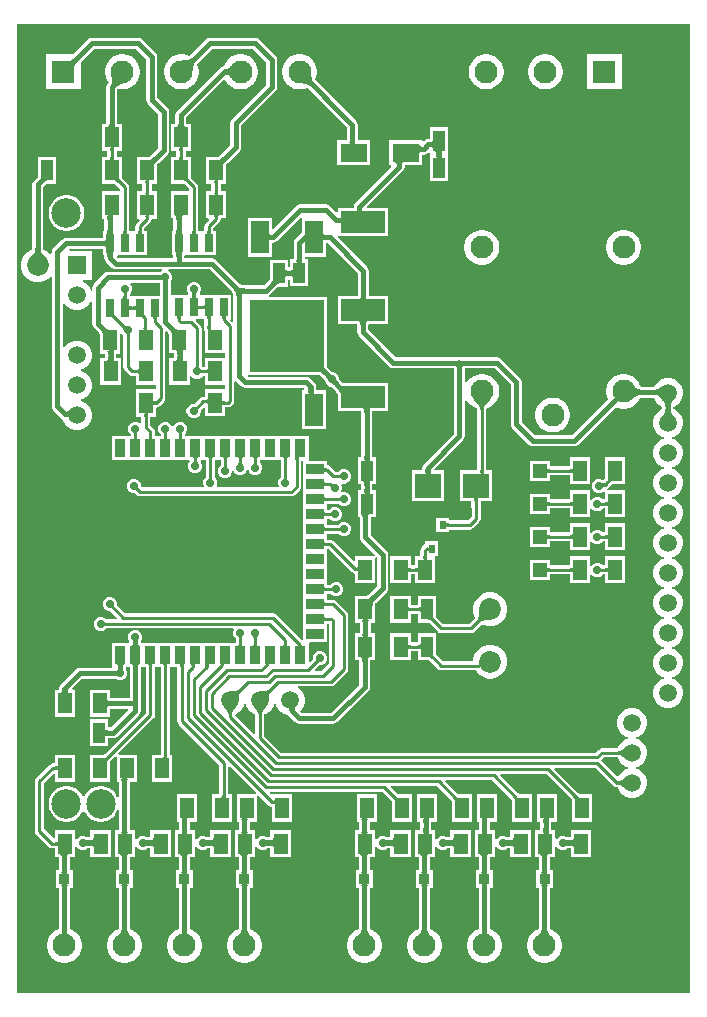
<source format=gbr>
%TF.GenerationSoftware,Altium Limited,Altium Designer,21.4.1 (30)*%
G04 Layer_Physical_Order=1*
G04 Layer_Color=255*
%FSLAX44Y44*%
%MOMM*%
%TF.SameCoordinates,EB49FF53-C53B-41EF-AC46-A12079E47AB4*%
%TF.FilePolarity,Positive*%
%TF.FileFunction,Copper,L1,Top,Signal*%
%TF.Part,Single*%
G01*
G75*
%TA.AperFunction,SMDPad,CuDef*%
%ADD10R,2.3000X1.6000*%
%TA.AperFunction,BGAPad,CuDef*%
%ADD11R,0.9000X0.9000*%
%TA.AperFunction,ConnectorPad*%
%ADD12R,0.9000X1.5000*%
%ADD13R,1.5000X0.9000*%
%TA.AperFunction,SMDPad,CuDef*%
%ADD14R,1.2000X1.8000*%
%ADD15R,1.2000X1.2000*%
%ADD16R,1.5000X2.8000*%
%ADD17R,6.3000X6.1000*%
%ADD18R,0.9000X0.9500*%
%ADD19R,1.0200X1.7800*%
%ADD20R,2.2000X2.1000*%
%ADD21R,0.6000X0.7000*%
%ADD22R,3.8000X1.8500*%
%ADD23R,0.6500X1.5250*%
%TA.AperFunction,Conductor*%
%ADD24C,0.2540*%
%ADD25C,0.4000*%
%TA.AperFunction,NonConductor*%
%ADD26C,0.4000*%
%TA.AperFunction,ComponentPad*%
%ADD27R,1.9500X1.9500*%
%ADD28C,1.9500*%
%ADD29C,1.8500*%
%ADD30R,1.5000X1.5000*%
%ADD31C,1.5000*%
%ADD32R,1.5000X1.5000*%
%TA.AperFunction,ViaPad*%
%ADD33C,0.7000*%
%ADD34C,2.5000*%
G36*
X570230Y0D02*
X570230Y0D01*
X0D01*
Y820420D01*
X0Y820420D01*
X570230D01*
Y0D01*
D02*
G37*
%LPC*%
G36*
X201930Y808539D02*
X201930Y808539D01*
X163500D01*
X163500Y808539D01*
X161729Y808187D01*
X160227Y807183D01*
X160227Y807183D01*
X146655Y793612D01*
X146284Y793358D01*
X145793Y793096D01*
X145780Y793091D01*
X143673Y793963D01*
X140823Y794530D01*
X137917D01*
X135068Y793963D01*
X132383Y792851D01*
X129968Y791237D01*
X127913Y789183D01*
X126299Y786767D01*
X125187Y784083D01*
X124620Y781233D01*
Y778327D01*
X125187Y775478D01*
X126299Y772794D01*
X127913Y770378D01*
X129968Y768323D01*
X132383Y766709D01*
X135068Y765597D01*
X137917Y765030D01*
X140823D01*
X143673Y765597D01*
X146357Y766709D01*
X148773Y768323D01*
X150827Y770378D01*
X152442Y772794D01*
X153553Y775478D01*
X154120Y778327D01*
Y781233D01*
X153553Y784083D01*
X152681Y786190D01*
X152686Y786202D01*
X152948Y786694D01*
X153202Y787065D01*
X165417Y799281D01*
X200013D01*
X211271Y788023D01*
Y768997D01*
X182147Y739873D01*
X181143Y738371D01*
X180791Y736600D01*
X180791Y736600D01*
Y718077D01*
X172055Y709341D01*
X171356Y708692D01*
X170788Y708236D01*
X170379Y707950D01*
X160130D01*
Y684870D01*
X164785D01*
Y678740D01*
X160130D01*
Y655660D01*
X162097D01*
X162583Y654487D01*
X159813Y651717D01*
X158971Y650457D01*
X158675Y648970D01*
Y644795D01*
X156920D01*
X156770Y644795D01*
X155650D01*
X155500Y644795D01*
X153745D01*
Y682220D01*
X153449Y683707D01*
X152607Y684967D01*
X147832Y689742D01*
X147455Y690147D01*
X147210Y690452D01*
Y707950D01*
X142795D01*
Y712810D01*
X147450D01*
Y735890D01*
X143611D01*
X143561Y736193D01*
X143539Y736448D01*
Y741513D01*
X175056Y773029D01*
X176426Y772604D01*
X177913Y770378D01*
X179968Y768323D01*
X182383Y766709D01*
X185068Y765597D01*
X187917Y765030D01*
X190823D01*
X193673Y765597D01*
X196357Y766709D01*
X198773Y768323D01*
X200827Y770378D01*
X202442Y772794D01*
X203553Y775478D01*
X204120Y778327D01*
Y781233D01*
X203553Y784083D01*
X202442Y786767D01*
X200827Y789183D01*
X198773Y791237D01*
X196357Y792851D01*
X193673Y793963D01*
X190823Y794530D01*
X187917D01*
X185068Y793963D01*
X182383Y792851D01*
X179968Y791237D01*
X177913Y789183D01*
X176299Y786767D01*
X175322Y784409D01*
X175260D01*
X175260Y784409D01*
X173489Y784057D01*
X171987Y783053D01*
X135637Y746703D01*
X134633Y745201D01*
X134281Y743430D01*
X134281Y743430D01*
Y736448D01*
X134259Y736193D01*
X134209Y735890D01*
X130370D01*
Y712810D01*
X135025D01*
Y707950D01*
X130130D01*
Y684870D01*
X141623D01*
X142243Y684344D01*
X145975Y680611D01*
Y678740D01*
X130130D01*
Y655660D01*
X132459D01*
X132509Y655357D01*
X132531Y655102D01*
Y645112D01*
X132526Y644959D01*
X132509Y644795D01*
X131370D01*
Y642321D01*
X131351Y642225D01*
X131370Y642128D01*
Y627132D01*
X131351Y627035D01*
X131370Y626939D01*
Y624465D01*
X132500D01*
X132531Y624051D01*
Y621849D01*
X85737D01*
X84601Y622985D01*
X84610Y623385D01*
X85290Y624092D01*
X85801Y624255D01*
X97080D01*
X97230Y624255D01*
X98350D01*
X98500Y624255D01*
X109930D01*
Y644585D01*
X108025D01*
Y647361D01*
X112997Y652333D01*
X113839Y653594D01*
X114135Y655080D01*
Y655450D01*
X118790D01*
Y678530D01*
X114135D01*
Y684660D01*
X118790D01*
Y700910D01*
X119056Y701289D01*
X120006Y702410D01*
X127733Y710137D01*
X127733Y710137D01*
X128737Y711639D01*
X129089Y713410D01*
Y745490D01*
X129089Y745490D01*
X128737Y747261D01*
X127733Y748763D01*
X127733Y748763D01*
X118929Y757567D01*
Y792480D01*
X118929Y792480D01*
X118577Y794251D01*
X117573Y795753D01*
X117573Y795753D01*
X106143Y807183D01*
X104641Y808187D01*
X102870Y808539D01*
X102870Y808539D01*
X63500D01*
X63500Y808539D01*
X61728Y808187D01*
X60227Y807183D01*
X60226Y807183D01*
X47574Y794530D01*
X24620D01*
Y765030D01*
X54120D01*
Y787984D01*
X65417Y799281D01*
X100953D01*
X109671Y790563D01*
Y755650D01*
X109671Y755650D01*
X110023Y753879D01*
X111027Y752377D01*
X119831Y743572D01*
Y715328D01*
X113635Y709131D01*
X112937Y708482D01*
X112368Y708026D01*
X111960Y707740D01*
X101710D01*
Y684660D01*
X106366D01*
Y678530D01*
X101710D01*
Y655450D01*
X103467D01*
X103953Y654277D01*
X101393Y651717D01*
X100551Y650457D01*
X100256Y648970D01*
Y644585D01*
X98500D01*
X98350Y644585D01*
X97230D01*
X97080Y644585D01*
X95325D01*
Y682010D01*
X95029Y683497D01*
X94187Y684757D01*
X89412Y689532D01*
X89036Y689937D01*
X88790Y690242D01*
Y707740D01*
X84375D01*
Y712600D01*
X89030D01*
Y735680D01*
X85192D01*
X85141Y735984D01*
X85119Y736238D01*
Y764743D01*
X85220Y764817D01*
X86195Y765373D01*
X87917Y765030D01*
X90823D01*
X93673Y765597D01*
X96357Y766709D01*
X98773Y768323D01*
X100827Y770378D01*
X102442Y772794D01*
X103553Y775478D01*
X104120Y778327D01*
Y781233D01*
X103553Y784083D01*
X102442Y786767D01*
X100827Y789183D01*
X98773Y791237D01*
X96357Y792851D01*
X93673Y793963D01*
X90823Y794530D01*
X87917D01*
X85068Y793963D01*
X82383Y792851D01*
X79968Y791237D01*
X77913Y789183D01*
X76299Y786767D01*
X75187Y784083D01*
X74620Y781233D01*
Y778327D01*
X75187Y775478D01*
X76299Y772794D01*
X77753Y770618D01*
X77555Y770317D01*
X77217Y769979D01*
X76214Y768477D01*
X75861Y766706D01*
X75861Y766706D01*
Y736238D01*
X75839Y735984D01*
X75789Y735680D01*
X71950D01*
Y712600D01*
X76606D01*
Y707740D01*
X71710D01*
Y684660D01*
X83203D01*
X83823Y684134D01*
X87556Y680401D01*
Y678530D01*
X71710D01*
Y655450D01*
X74039D01*
X74089Y655147D01*
X74111Y654893D01*
Y644902D01*
X74106Y644750D01*
X74089Y644585D01*
X72950D01*
Y642112D01*
X72931Y642015D01*
X72950Y641918D01*
Y639122D01*
X72647Y639072D01*
X72393Y639049D01*
X41330D01*
X41330Y639049D01*
X39559Y638697D01*
X38057Y637693D01*
X31017Y630653D01*
X30013Y629151D01*
X29661Y627380D01*
X29661Y627380D01*
Y626018D01*
X28391Y625492D01*
X26530Y627353D01*
X23280Y629229D01*
X22553Y629424D01*
X22483Y629663D01*
X22409Y630069D01*
Y682443D01*
X23325Y683359D01*
X24012Y683997D01*
X24574Y684447D01*
X25023Y684760D01*
X33210D01*
Y707640D01*
X17930D01*
Y693547D01*
X17841Y693100D01*
X17841Y693100D01*
Y691201D01*
X17692Y690989D01*
X16728Y689854D01*
X14507Y687633D01*
X13504Y686132D01*
X13151Y684360D01*
X13151Y684360D01*
Y630069D01*
X13078Y629663D01*
X13007Y629424D01*
X12280Y629229D01*
X9031Y627353D01*
X6377Y624700D01*
X4501Y621451D01*
X3530Y617826D01*
Y614074D01*
X4501Y610450D01*
X6377Y607201D01*
X9031Y604547D01*
X12280Y602671D01*
X15904Y601700D01*
X19656D01*
X23280Y602671D01*
X26530Y604547D01*
X28391Y606409D01*
X29661Y605882D01*
Y496570D01*
X29661Y496570D01*
X30013Y494799D01*
X31017Y493297D01*
X37536Y486778D01*
X37536Y486778D01*
X38639Y486041D01*
X39152Y484125D01*
X40798Y481275D01*
X43125Y478948D01*
X45975Y477302D01*
X49155Y476450D01*
X52446D01*
X55625Y477302D01*
X58475Y478948D01*
X60803Y481275D01*
X62448Y484125D01*
X63300Y487305D01*
Y490596D01*
X62448Y493775D01*
X60803Y496625D01*
X58475Y498953D01*
X55625Y500598D01*
X54153Y500993D01*
Y502308D01*
X55625Y502702D01*
X58475Y504348D01*
X60803Y506675D01*
X62448Y509525D01*
X63300Y512705D01*
Y515996D01*
X62448Y519175D01*
X60803Y522025D01*
X58475Y524353D01*
X55625Y525998D01*
X54153Y526393D01*
Y527708D01*
X55625Y528102D01*
X58475Y529748D01*
X60803Y532075D01*
X62448Y534925D01*
X63300Y538105D01*
Y541396D01*
X62448Y544575D01*
X60803Y547425D01*
X58475Y549753D01*
X55625Y551398D01*
X52446Y552250D01*
X49155D01*
X45975Y551398D01*
X43125Y549753D01*
X40798Y547425D01*
X40189Y546371D01*
X38919Y546711D01*
Y583589D01*
X40189Y583930D01*
X40798Y582875D01*
X43125Y580548D01*
X45975Y578902D01*
X49155Y578050D01*
X52446D01*
X55625Y578902D01*
X58475Y580548D01*
X60803Y582875D01*
X62448Y585725D01*
X62681Y586594D01*
X63951Y586427D01*
Y566331D01*
X63951Y566330D01*
X64303Y564559D01*
X65307Y563057D01*
X69289Y559075D01*
X69938Y558377D01*
X70395Y557808D01*
X70680Y557400D01*
Y541150D01*
X74649D01*
X74699Y540847D01*
X74721Y540593D01*
Y538118D01*
X74699Y537864D01*
X74649Y537560D01*
X70810D01*
Y514480D01*
X87890D01*
Y537560D01*
X84052D01*
X84002Y537864D01*
X83979Y538118D01*
Y540593D01*
X84002Y540847D01*
X84052Y541150D01*
X87760D01*
Y557359D01*
X88223Y557594D01*
X89030Y557748D01*
X90096Y556683D01*
Y529830D01*
X90391Y528344D01*
X91233Y527083D01*
X95043Y523273D01*
X96304Y522431D01*
X97790Y522136D01*
X100810D01*
Y514480D01*
X117890D01*
X118035Y513270D01*
Y512046D01*
X117760Y510890D01*
X100680D01*
Y487810D01*
X105336D01*
Y482716D01*
X104162Y482230D01*
X103751Y482640D01*
X101531Y483560D01*
X99129D01*
X96909Y482640D01*
X95210Y480941D01*
X94290Y478721D01*
Y476319D01*
X95210Y474099D01*
X96445Y472863D01*
Y471050D01*
X80590D01*
Y450970D01*
X145921D01*
X146273Y450602D01*
X146392Y450387D01*
X146518Y449700D01*
X146010Y449191D01*
X145090Y446971D01*
Y444569D01*
X146010Y442349D01*
X147709Y440649D01*
X149929Y439730D01*
X152331D01*
X154551Y440649D01*
X156250Y442349D01*
X157170Y444569D01*
Y446971D01*
X156250Y449191D01*
X155742Y449700D01*
X155868Y450387D01*
X155987Y450602D01*
X156339Y450970D01*
X159945D01*
Y436457D01*
X158709Y435221D01*
X157790Y433001D01*
Y430599D01*
X158314Y429335D01*
X157465Y428065D01*
X105749D01*
X105100Y428714D01*
Y430461D01*
X104180Y432681D01*
X102481Y434380D01*
X100261Y435300D01*
X97859D01*
X95639Y434380D01*
X93940Y432681D01*
X93020Y430461D01*
Y428059D01*
X93940Y425839D01*
X95639Y424140D01*
X97859Y423220D01*
X99606D01*
X101393Y421433D01*
X102653Y420591D01*
X104140Y420295D01*
X232410D01*
X233897Y420591D01*
X235157Y421433D01*
X239547Y425823D01*
X240389Y427083D01*
X240685Y428570D01*
Y450056D01*
X241220Y450325D01*
X242183Y449851D01*
X242490Y449543D01*
Y436320D01*
Y423620D01*
Y410920D01*
Y398220D01*
Y385520D01*
Y372820D01*
Y360120D01*
Y347420D01*
Y334720D01*
Y322020D01*
Y309320D01*
Y299334D01*
X241317Y298848D01*
X219917Y320247D01*
X218657Y321089D01*
X217170Y321385D01*
X91779D01*
X84780Y328384D01*
Y330131D01*
X83861Y332351D01*
X82161Y334050D01*
X79941Y334970D01*
X77539D01*
X75319Y334050D01*
X73619Y332351D01*
X72700Y330131D01*
Y327729D01*
X73619Y325509D01*
X75319Y323810D01*
X77539Y322890D01*
X79286D01*
X84698Y317478D01*
X84212Y316305D01*
X75777D01*
X74541Y317540D01*
X72321Y318460D01*
X69919D01*
X67699Y317540D01*
X65999Y315841D01*
X65080Y313621D01*
Y311219D01*
X65999Y308999D01*
X67699Y307299D01*
X69919Y306380D01*
X72321D01*
X74541Y307299D01*
X75777Y308535D01*
X182865D01*
X183714Y307265D01*
X183190Y306001D01*
Y303599D01*
X184109Y301379D01*
X185345Y300143D01*
Y296050D01*
X126709D01*
X125730Y296245D01*
X124751Y296050D01*
X105841D01*
X105383Y296594D01*
X105202Y297320D01*
X105451Y297569D01*
X106370Y299789D01*
Y302192D01*
X105451Y304412D01*
X103752Y306111D01*
X101532Y307030D01*
X99129D01*
X96909Y306111D01*
X95210Y304412D01*
X94290Y302192D01*
Y299789D01*
X95210Y297569D01*
X95459Y297320D01*
X95290Y296644D01*
X94775Y296050D01*
X80590D01*
Y275970D01*
X79664Y275139D01*
X53340D01*
X53340Y275139D01*
X51569Y274787D01*
X50067Y273783D01*
X50067Y273783D01*
X37367Y261083D01*
X36363Y259581D01*
X36011Y257810D01*
X36011Y257810D01*
Y256935D01*
X35994Y256728D01*
X35964Y256540D01*
X32100D01*
Y233460D01*
X49180D01*
Y256540D01*
X47576D01*
X47090Y257713D01*
X55257Y265881D01*
X83538D01*
X83719Y265865D01*
X83735Y265863D01*
X84209Y265389D01*
X86429Y264470D01*
X88831D01*
X91051Y265389D01*
X92751Y267089D01*
X93670Y269309D01*
Y271711D01*
X92751Y273931D01*
X92278Y274404D01*
X92259Y274677D01*
Y275412D01*
X92281Y275667D01*
X92331Y275970D01*
X95629D01*
X95679Y275667D01*
X95701Y275412D01*
Y249629D01*
X79738D01*
X79483Y249651D01*
X79180Y249701D01*
Y256540D01*
X62100D01*
Y233460D01*
X79180D01*
Y240299D01*
X79483Y240349D01*
X79738Y240371D01*
X93735D01*
X94221Y239198D01*
X79653Y224629D01*
X77646D01*
X77397Y224651D01*
X77080Y224704D01*
Y231440D01*
X61800D01*
Y208560D01*
X77080D01*
Y215296D01*
X77397Y215349D01*
X77646Y215371D01*
X81570D01*
X81570Y215371D01*
X83341Y215723D01*
X84843Y216727D01*
X103603Y235487D01*
X103603Y235487D01*
X104607Y236989D01*
X104959Y238760D01*
Y245070D01*
Y275412D01*
X104981Y275667D01*
X105032Y275970D01*
X109145D01*
Y236999D01*
X74320Y202173D01*
X73911Y201794D01*
X73605Y201549D01*
X73592Y201540D01*
X73114D01*
X73017Y201559D01*
X72920Y201540D01*
X62100D01*
Y178460D01*
X79180D01*
Y195280D01*
X79199Y195377D01*
X79180Y195474D01*
Y195949D01*
X79715Y196582D01*
X83237Y200103D01*
X84410Y199617D01*
Y181110D01*
X84400Y181061D01*
X84410Y181012D01*
Y178460D01*
X86289D01*
X86339Y178157D01*
X86361Y177902D01*
Y165535D01*
X85091Y165283D01*
X84328Y167124D01*
X82682Y169587D01*
X80587Y171682D01*
X78124Y173328D01*
X75387Y174462D01*
X72481Y175040D01*
X69519D01*
X66613Y174462D01*
X63876Y173328D01*
X61413Y171682D01*
X59318Y169587D01*
X57672Y167124D01*
X57187Y165955D01*
X55813D01*
X55328Y167124D01*
X53682Y169587D01*
X51587Y171682D01*
X49124Y173328D01*
X46387Y174462D01*
X43481Y175040D01*
X40519D01*
X37613Y174462D01*
X34876Y173328D01*
X32413Y171682D01*
X30318Y169587D01*
X28672Y167124D01*
X27538Y164387D01*
X26960Y161481D01*
Y158519D01*
X27538Y155613D01*
X28672Y152876D01*
X30318Y150413D01*
X32413Y148318D01*
X34876Y146672D01*
X37613Y145538D01*
X40519Y144960D01*
X43481D01*
X46387Y145538D01*
X49124Y146672D01*
X51587Y148318D01*
X53682Y150413D01*
X55328Y152876D01*
X55813Y154045D01*
X57187D01*
X57672Y152876D01*
X59318Y150413D01*
X61413Y148318D01*
X63876Y146672D01*
X66613Y145538D01*
X69519Y144960D01*
X72481D01*
X75387Y145538D01*
X78124Y146672D01*
X80587Y148318D01*
X82682Y150413D01*
X84328Y152876D01*
X85091Y154717D01*
X86361Y154465D01*
Y138448D01*
X86339Y138193D01*
X86289Y137890D01*
X83140D01*
Y114810D01*
X86289D01*
X86339Y114507D01*
X86361Y114252D01*
Y104198D01*
X86339Y103943D01*
X86289Y103640D01*
X83890D01*
Y89060D01*
X86289D01*
X86339Y88757D01*
X86361Y88502D01*
Y54972D01*
X86278Y54530D01*
X86116Y53997D01*
X86110Y53984D01*
X84003Y53112D01*
X81587Y51497D01*
X79533Y49443D01*
X77919Y47027D01*
X76807Y44343D01*
X76240Y41493D01*
Y38588D01*
X76807Y35738D01*
X77919Y33054D01*
X79533Y30638D01*
X81587Y28583D01*
X84003Y26969D01*
X86688Y25857D01*
X89537Y25290D01*
X92443D01*
X95292Y25857D01*
X97977Y26969D01*
X100393Y28583D01*
X102447Y30638D01*
X104061Y33054D01*
X105173Y35738D01*
X105740Y38588D01*
Y41493D01*
X105173Y44343D01*
X104061Y47027D01*
X102447Y49443D01*
X100393Y51497D01*
X97977Y53112D01*
X95870Y53984D01*
X95864Y53997D01*
X95702Y54530D01*
X95619Y54972D01*
Y88502D01*
X95641Y88757D01*
X95691Y89060D01*
X97970D01*
Y103640D01*
X95691D01*
X95641Y103943D01*
X95619Y104198D01*
Y114252D01*
X95641Y114507D01*
X95691Y114810D01*
X100220D01*
Y123494D01*
X101490Y123747D01*
X101559Y123579D01*
X103259Y121880D01*
X105479Y120960D01*
X107881D01*
X110101Y121880D01*
X110574Y122352D01*
X110847Y122371D01*
X112582D01*
X112837Y122349D01*
X113140Y122299D01*
Y114810D01*
X130220D01*
Y137890D01*
X113140D01*
Y131701D01*
X112837Y131651D01*
X112582Y131629D01*
X110772D01*
X110591Y131645D01*
X110575Y131647D01*
X110101Y132121D01*
X107881Y133040D01*
X105479D01*
X103259Y132121D01*
X101559Y130421D01*
X101490Y130253D01*
X100220Y130506D01*
Y137890D01*
X95691D01*
X95641Y138193D01*
X95619Y138448D01*
Y177902D01*
X95641Y178157D01*
X95691Y178460D01*
X101490D01*
Y201540D01*
X86333D01*
X85847Y202713D01*
X115777Y232643D01*
X116619Y233903D01*
X116915Y235390D01*
Y275970D01*
X121845D01*
Y201540D01*
X114410D01*
Y178460D01*
X131490D01*
Y201540D01*
X129615D01*
Y275970D01*
X135815D01*
Y229870D01*
X136111Y228383D01*
X136953Y227123D01*
X171375Y192701D01*
Y167890D01*
X165210D01*
Y144810D01*
X182290D01*
Y167890D01*
X179145D01*
Y191252D01*
X180318Y191738D01*
X202896Y169160D01*
X202370Y167890D01*
X202150Y167890D01*
X202150Y167890D01*
X202118Y167890D01*
X186010D01*
Y147460D01*
X186000Y147411D01*
X186010Y147362D01*
Y144810D01*
X187889D01*
X187939Y144507D01*
X187961Y144252D01*
Y138448D01*
X187939Y138193D01*
X187889Y137890D01*
X184740D01*
Y114810D01*
X187889D01*
X187939Y114507D01*
X187961Y114252D01*
Y104198D01*
X187939Y103943D01*
X187889Y103640D01*
X185490D01*
Y89060D01*
X187889D01*
X187939Y88757D01*
X187961Y88502D01*
Y54972D01*
X187878Y54530D01*
X187716Y53997D01*
X187710Y53984D01*
X185603Y53112D01*
X183187Y51497D01*
X181133Y49443D01*
X179519Y47027D01*
X178407Y44343D01*
X177840Y41493D01*
Y38588D01*
X178407Y35738D01*
X179519Y33054D01*
X181133Y30638D01*
X183187Y28583D01*
X185603Y26969D01*
X188288Y25857D01*
X191137Y25290D01*
X194043D01*
X196892Y25857D01*
X199577Y26969D01*
X201993Y28583D01*
X204047Y30638D01*
X205661Y33054D01*
X206773Y35738D01*
X207340Y38588D01*
Y41493D01*
X206773Y44343D01*
X205661Y47027D01*
X204047Y49443D01*
X201993Y51497D01*
X199577Y53112D01*
X197470Y53984D01*
X197464Y53997D01*
X197302Y54530D01*
X197219Y54972D01*
Y88502D01*
X197241Y88757D01*
X197291Y89060D01*
X199570D01*
Y103640D01*
X197291D01*
X197241Y103943D01*
X197219Y104198D01*
Y114252D01*
X197241Y114507D01*
X197291Y114810D01*
X201820D01*
Y123494D01*
X203090Y123747D01*
X203160Y123579D01*
X204859Y121880D01*
X207079Y120960D01*
X209481D01*
X211701Y121880D01*
X212174Y122352D01*
X212447Y122371D01*
X214182D01*
X214437Y122349D01*
X214740Y122299D01*
Y114810D01*
X231820D01*
Y137890D01*
X214740D01*
Y131701D01*
X214437Y131651D01*
X214182Y131629D01*
X212372D01*
X212191Y131645D01*
X212175Y131647D01*
X211701Y132121D01*
X209481Y133040D01*
X207079D01*
X204859Y132121D01*
X203160Y130421D01*
X203090Y130253D01*
X201820Y130506D01*
Y137890D01*
X197291D01*
X197241Y138193D01*
X197219Y138448D01*
Y144252D01*
X197241Y144507D01*
X197291Y144810D01*
X203090D01*
X203090Y166918D01*
Y166950D01*
D01*
X203090Y167170D01*
X203465Y167326D01*
X204360Y167696D01*
X213513Y158543D01*
X214773Y157701D01*
X216010Y157455D01*
Y144810D01*
X233090D01*
Y167890D01*
X216010D01*
X216010Y167890D01*
Y167890D01*
X214831Y168213D01*
X214112Y168932D01*
X214598Y170105D01*
X309541D01*
X316391Y163256D01*
X317208Y162330D01*
X317502Y161945D01*
X317610Y161783D01*
Y144810D01*
X334690D01*
Y167890D01*
X322831D01*
X322238Y168396D01*
X316622Y174012D01*
X317108Y175185D01*
X355621D01*
X367788Y163018D01*
X368165Y162613D01*
X368335Y162401D01*
Y161080D01*
X368410Y160705D01*
Y144810D01*
X385490D01*
Y167890D01*
X373997D01*
X373377Y168416D01*
X362702Y179092D01*
X363188Y180265D01*
X402251D01*
X418627Y163889D01*
X419044Y163443D01*
X419135Y163331D01*
Y161080D01*
X419210Y160705D01*
Y144810D01*
X436290D01*
Y167890D01*
X425901D01*
X425690Y168030D01*
X424311Y169192D01*
X409332Y184172D01*
X409818Y185345D01*
X447971D01*
X469657Y163660D01*
X470063Y163224D01*
X470175Y163086D01*
Y161080D01*
X470250Y160705D01*
Y144810D01*
X487330D01*
Y167890D01*
X476686D01*
X476520Y168001D01*
X475124Y169179D01*
X455052Y189252D01*
X455538Y190425D01*
X489881D01*
X505253Y175053D01*
X506513Y174211D01*
X508000Y173915D01*
X508800D01*
X509052Y172975D01*
X510698Y170125D01*
X513025Y167798D01*
X515875Y166152D01*
X519054Y165300D01*
X522346D01*
X525525Y166152D01*
X528375Y167798D01*
X530703Y170125D01*
X532348Y172975D01*
X533200Y176154D01*
Y179446D01*
X532348Y182625D01*
X530703Y185475D01*
X528375Y187803D01*
X525525Y189448D01*
X524053Y189843D01*
Y191157D01*
X525525Y191552D01*
X528375Y193197D01*
X530703Y195525D01*
X532348Y198375D01*
X533200Y201554D01*
Y204846D01*
X532348Y208025D01*
X530703Y210875D01*
X528375Y213202D01*
X525525Y214848D01*
X524053Y215243D01*
Y216557D01*
X525525Y216952D01*
X528375Y218598D01*
X530703Y220925D01*
X532348Y223775D01*
X533200Y226954D01*
Y230246D01*
X532348Y233425D01*
X530703Y236275D01*
X528375Y238603D01*
X525525Y240248D01*
X522346Y241100D01*
X519054D01*
X515875Y240248D01*
X513025Y238603D01*
X510698Y236275D01*
X509052Y233425D01*
X508200Y230246D01*
Y226954D01*
X509052Y223775D01*
X510698Y220925D01*
X513025Y218598D01*
X515875Y216952D01*
X517347Y216557D01*
Y215243D01*
X515875Y214848D01*
X513025Y213202D01*
X510698Y210875D01*
X509052Y208025D01*
X508800Y207085D01*
X495300D01*
X493813Y206789D01*
X492553Y205947D01*
X489881Y203275D01*
X223859D01*
X209625Y217509D01*
Y235750D01*
X210565Y236002D01*
X213415Y237647D01*
X215742Y239975D01*
X217388Y242825D01*
X217783Y244297D01*
X219097D01*
X219492Y242825D01*
X221138Y239975D01*
X223465Y237647D01*
X226315Y236002D01*
X229494Y235150D01*
X229517D01*
X229603Y235021D01*
X235487Y229137D01*
X236989Y228133D01*
X238760Y227781D01*
X238760Y227781D01*
X267970D01*
X267970Y227781D01*
X269741Y228133D01*
X271243Y229137D01*
X297913Y255807D01*
X297913Y255807D01*
X298917Y257309D01*
X299269Y259080D01*
Y280922D01*
X299291Y281177D01*
X299341Y281480D01*
X303420D01*
Y304560D01*
X299581D01*
X299531Y304863D01*
X299509Y305118D01*
Y312672D01*
X299531Y312927D01*
X299581Y313230D01*
X303420D01*
Y328323D01*
X303509Y328770D01*
X303509Y328770D01*
Y329743D01*
X303671Y329974D01*
X304629Y331102D01*
X313153Y339627D01*
X313153Y339627D01*
X314157Y341129D01*
X314509Y342900D01*
Y370840D01*
X314157Y372611D01*
X313153Y374113D01*
X313153Y374113D01*
X299509Y387757D01*
Y402020D01*
X299531Y402274D01*
X299582Y402580D01*
X303720D01*
Y425460D01*
X300781D01*
X300731Y425763D01*
X300709Y426018D01*
Y429962D01*
X300731Y430217D01*
X300781Y430520D01*
X303720D01*
Y453400D01*
X300781D01*
X300731Y453703D01*
X300709Y453958D01*
Y491834D01*
X300731Y492083D01*
X300784Y492400D01*
X314580D01*
Y515980D01*
X286237D01*
X285790Y516069D01*
X285790Y516069D01*
X276510D01*
X275300Y517107D01*
X272731Y519675D01*
X272615Y519814D01*
X272605Y519827D01*
Y520496D01*
X271686Y522716D01*
X269986Y524416D01*
X267766Y525335D01*
X267098D01*
X266892Y525515D01*
X264042Y528364D01*
X263390Y529067D01*
X262938Y529632D01*
X262640Y530060D01*
Y531350D01*
X262659Y531447D01*
X262640Y531544D01*
Y589300D01*
X213675D01*
X213290Y590570D01*
X214063Y591087D01*
X219464Y596488D01*
X220167Y597140D01*
X220732Y597592D01*
X221160Y597890D01*
X222450D01*
X222547Y597871D01*
X222644Y597890D01*
X229600D01*
Y603441D01*
X230445Y603935D01*
X231290Y603441D01*
Y598160D01*
X246570D01*
Y621040D01*
X243631D01*
X243581Y621343D01*
X243559Y621598D01*
Y623270D01*
X261500D01*
Y635106D01*
X261817Y635159D01*
X262066Y635181D01*
X263043D01*
X288741Y609483D01*
Y590198D01*
X288719Y589943D01*
X288669Y589640D01*
X271500D01*
Y566060D01*
X288336D01*
X288389Y565743D01*
X288411Y565494D01*
Y559130D01*
X288411Y559130D01*
X288763Y557359D01*
X289767Y555857D01*
X315497Y530127D01*
X316999Y529123D01*
X318770Y528771D01*
X318770Y528771D01*
X369179D01*
X369452Y528723D01*
X369659Y528654D01*
X369763Y528598D01*
X369810Y528560D01*
X369848Y528513D01*
X369904Y528409D01*
X369973Y528202D01*
X370021Y527929D01*
Y473087D01*
X344527Y447593D01*
X343523Y446091D01*
X343171Y444320D01*
X343171Y444320D01*
Y442858D01*
X343149Y442603D01*
X343099Y442300D01*
X334260D01*
Y416220D01*
X361340D01*
Y442300D01*
X354122D01*
X353596Y443570D01*
X377923Y467897D01*
X377923Y467897D01*
X378927Y469399D01*
X379279Y471170D01*
X379279Y471170D01*
Y502143D01*
X380549Y502396D01*
X380629Y502203D01*
X382243Y499787D01*
X384297Y497733D01*
X386713Y496119D01*
X389398Y495007D01*
X389409Y495005D01*
X389552Y494716D01*
X389728Y494248D01*
X389811Y493902D01*
X389815Y493851D01*
Y442300D01*
X375260D01*
Y416220D01*
X384915D01*
Y410803D01*
X384953Y410612D01*
Y403147D01*
X381771Y399965D01*
X366220D01*
Y402120D01*
X355140D01*
Y390040D01*
X366220D01*
Y392195D01*
X383380D01*
X384867Y392491D01*
X386127Y393333D01*
X391585Y398791D01*
X392427Y400051D01*
X392723Y401538D01*
Y410765D01*
X392685Y410956D01*
Y416220D01*
X402340D01*
Y442300D01*
X397585D01*
Y493851D01*
X397589Y493902D01*
X397673Y494248D01*
X397848Y494716D01*
X397991Y495005D01*
X398002Y495007D01*
X400687Y496119D01*
X403103Y497733D01*
X405157Y499787D01*
X406771Y502203D01*
X407883Y504888D01*
X408450Y507737D01*
Y510643D01*
X407883Y513492D01*
X406771Y516177D01*
X405157Y518593D01*
X403103Y520647D01*
X400687Y522261D01*
X398002Y523373D01*
X395153Y523940D01*
X392247D01*
X389398Y523373D01*
X386713Y522261D01*
X384297Y520647D01*
X382243Y518593D01*
X380629Y516177D01*
X380549Y515984D01*
X379279Y516237D01*
Y527929D01*
X379327Y528202D01*
X379396Y528409D01*
X379452Y528513D01*
X379490Y528560D01*
X379537Y528598D01*
X379641Y528654D01*
X379848Y528723D01*
X380121Y528771D01*
X404483D01*
X418281Y514973D01*
Y481330D01*
X418281Y481330D01*
X418633Y479559D01*
X419637Y478057D01*
X433607Y464087D01*
X433607Y464087D01*
X435109Y463083D01*
X436880Y462731D01*
X471870D01*
X471870Y462731D01*
X473641Y463083D01*
X475143Y464087D01*
X507040Y495984D01*
X509398Y495007D01*
X512247Y494440D01*
X515153D01*
X518002Y495007D01*
X520687Y496119D01*
X523103Y497733D01*
X525157Y499787D01*
X526771Y502203D01*
X527382Y503676D01*
X527504Y503725D01*
X528055Y503886D01*
X528493Y503966D01*
X539320D01*
X539532Y503175D01*
X541177Y500325D01*
X543505Y497998D01*
X546355Y496352D01*
X546551Y496299D01*
Y494301D01*
X546355Y494248D01*
X543505Y492603D01*
X541177Y490275D01*
X539532Y487425D01*
X538680Y484246D01*
Y480954D01*
X539532Y477775D01*
X541177Y474925D01*
X543505Y472598D01*
X546355Y470952D01*
X547827Y470557D01*
Y469243D01*
X546355Y468848D01*
X543505Y467202D01*
X541177Y464875D01*
X539532Y462025D01*
X538680Y458846D01*
Y455554D01*
X539532Y452375D01*
X541177Y449525D01*
X543505Y447197D01*
X546355Y445552D01*
X547827Y445157D01*
Y443843D01*
X546355Y443448D01*
X543505Y441802D01*
X541177Y439475D01*
X539532Y436625D01*
X538680Y433446D01*
Y430154D01*
X539532Y426975D01*
X541177Y424125D01*
X543505Y421797D01*
X546355Y420152D01*
X547827Y419757D01*
Y418443D01*
X546355Y418048D01*
X543505Y416403D01*
X541177Y414075D01*
X539532Y411225D01*
X538680Y408046D01*
Y404754D01*
X539532Y401575D01*
X541177Y398725D01*
X543505Y396398D01*
X546355Y394752D01*
X547827Y394357D01*
Y393043D01*
X546355Y392648D01*
X543505Y391003D01*
X541177Y388675D01*
X539532Y385825D01*
X538680Y382646D01*
Y379354D01*
X539532Y376175D01*
X541177Y373325D01*
X543505Y370998D01*
X546355Y369352D01*
X547827Y368957D01*
Y367643D01*
X546355Y367248D01*
X543505Y365602D01*
X541177Y363275D01*
X539532Y360425D01*
X538680Y357246D01*
Y353954D01*
X539532Y350775D01*
X541177Y347925D01*
X543505Y345597D01*
X546355Y343952D01*
X547827Y343557D01*
Y342243D01*
X546355Y341848D01*
X543505Y340202D01*
X541177Y337875D01*
X539532Y335025D01*
X538680Y331846D01*
Y328554D01*
X539532Y325375D01*
X541177Y322525D01*
X543505Y320197D01*
X546355Y318552D01*
X547827Y318157D01*
Y316843D01*
X546355Y316448D01*
X543505Y314802D01*
X541177Y312475D01*
X539532Y309625D01*
X538680Y306446D01*
Y303154D01*
X539532Y299975D01*
X541177Y297125D01*
X543505Y294797D01*
X546355Y293152D01*
X547827Y292757D01*
Y291443D01*
X546355Y291048D01*
X543505Y289403D01*
X541177Y287075D01*
X539532Y284225D01*
X538680Y281046D01*
Y277754D01*
X539532Y274575D01*
X541177Y271725D01*
X543505Y269398D01*
X546355Y267752D01*
X547827Y267357D01*
Y266043D01*
X546355Y265648D01*
X543505Y264002D01*
X541177Y261675D01*
X539532Y258825D01*
X538680Y255646D01*
Y252354D01*
X539532Y249175D01*
X541177Y246325D01*
X543505Y243997D01*
X546355Y242352D01*
X549534Y241500D01*
X552826D01*
X556005Y242352D01*
X558855Y243997D01*
X561183Y246325D01*
X562828Y249175D01*
X563680Y252354D01*
Y255646D01*
X562828Y258825D01*
X561183Y261675D01*
X558855Y264002D01*
X556005Y265648D01*
X554533Y266043D01*
Y267357D01*
X556005Y267752D01*
X558855Y269398D01*
X561183Y271725D01*
X562828Y274575D01*
X563680Y277754D01*
Y281046D01*
X562828Y284225D01*
X561183Y287075D01*
X558855Y289403D01*
X556005Y291048D01*
X554533Y291443D01*
Y292757D01*
X556005Y293152D01*
X558855Y294797D01*
X561183Y297125D01*
X562828Y299975D01*
X563680Y303154D01*
Y306446D01*
X562828Y309625D01*
X561183Y312475D01*
X558855Y314802D01*
X556005Y316448D01*
X554533Y316843D01*
Y318157D01*
X556005Y318552D01*
X558855Y320197D01*
X561183Y322525D01*
X562828Y325375D01*
X563680Y328554D01*
Y331846D01*
X562828Y335025D01*
X561183Y337875D01*
X558855Y340202D01*
X556005Y341848D01*
X554533Y342243D01*
Y343557D01*
X556005Y343952D01*
X558855Y345597D01*
X561183Y347925D01*
X562828Y350775D01*
X563680Y353954D01*
Y357246D01*
X562828Y360425D01*
X561183Y363275D01*
X558855Y365602D01*
X556005Y367248D01*
X554533Y367643D01*
Y368957D01*
X556005Y369352D01*
X558855Y370998D01*
X561183Y373325D01*
X562828Y376175D01*
X563680Y379354D01*
Y382646D01*
X562828Y385825D01*
X561183Y388675D01*
X558855Y391003D01*
X556005Y392648D01*
X554533Y393043D01*
Y394357D01*
X556005Y394752D01*
X558855Y396398D01*
X561183Y398725D01*
X562828Y401575D01*
X563680Y404754D01*
Y408046D01*
X562828Y411225D01*
X561183Y414075D01*
X558855Y416403D01*
X556005Y418048D01*
X554533Y418443D01*
Y419757D01*
X556005Y420152D01*
X558855Y421797D01*
X561183Y424125D01*
X562828Y426975D01*
X563680Y430154D01*
Y433446D01*
X562828Y436625D01*
X561183Y439475D01*
X558855Y441802D01*
X556005Y443448D01*
X554533Y443843D01*
Y445157D01*
X556005Y445552D01*
X558855Y447197D01*
X561183Y449525D01*
X562828Y452375D01*
X563680Y455554D01*
Y458846D01*
X562828Y462025D01*
X561183Y464875D01*
X558855Y467202D01*
X556005Y468848D01*
X554533Y469243D01*
Y470557D01*
X556005Y470952D01*
X558855Y472598D01*
X561183Y474925D01*
X562828Y477775D01*
X563680Y480954D01*
Y484246D01*
X562828Y487425D01*
X561183Y490275D01*
X558855Y492603D01*
X556005Y494248D01*
X555809Y494301D01*
Y496299D01*
X556005Y496352D01*
X558855Y497998D01*
X561183Y500325D01*
X562828Y503175D01*
X563680Y506354D01*
Y509646D01*
X562828Y512825D01*
X561183Y515675D01*
X558855Y518003D01*
X556005Y519648D01*
X552826Y520500D01*
X549534D01*
X546355Y519648D01*
X543505Y518003D01*
X541177Y515675D01*
X539762Y513224D01*
X528733D01*
X528290Y513309D01*
X527895Y513434D01*
X527883Y513492D01*
X526771Y516177D01*
X525157Y518593D01*
X523103Y520647D01*
X520687Y522261D01*
X518002Y523373D01*
X515153Y523940D01*
X512247D01*
X509398Y523373D01*
X506713Y522261D01*
X504297Y520647D01*
X502243Y518593D01*
X500629Y516177D01*
X499517Y513492D01*
X498950Y510643D01*
Y507737D01*
X499517Y504888D01*
X500494Y502530D01*
X469953Y471989D01*
X438797D01*
X427539Y483247D01*
Y516890D01*
X427187Y518661D01*
X426183Y520163D01*
X426183Y520163D01*
X409673Y536673D01*
X408171Y537677D01*
X406400Y538029D01*
X406400Y538029D01*
X320687D01*
X297669Y561047D01*
Y565494D01*
X297691Y565743D01*
X297744Y566060D01*
X314580D01*
Y589640D01*
X298071D01*
X298021Y589943D01*
X297999Y590198D01*
Y611400D01*
X297999Y611400D01*
X297647Y613171D01*
X296643Y614673D01*
X296643Y614673D01*
X271596Y639720D01*
X272122Y640990D01*
X272512Y640990D01*
X314580D01*
Y664570D01*
X296856D01*
X296370Y665743D01*
X326896Y696270D01*
X327900Y697772D01*
X328252Y699543D01*
X328652Y700660D01*
X343380D01*
Y709247D01*
X344497Y709647D01*
X346268Y709999D01*
X347770Y711003D01*
X348417Y711649D01*
X349590Y711163D01*
Y687205D01*
X364870D01*
Y710065D01*
Y732945D01*
X349590D01*
Y722905D01*
X349514Y722894D01*
X349355Y722881D01*
X348473D01*
X346702Y722529D01*
X345200Y721525D01*
X345200Y721525D01*
X344553Y720879D01*
X343380Y721365D01*
Y721740D01*
X315300D01*
Y700660D01*
X316534D01*
X317020Y699487D01*
X286494Y668960D01*
X285490Y667458D01*
X285138Y665687D01*
X284738Y664570D01*
X271500D01*
Y661266D01*
X270327Y660780D01*
X264893Y666213D01*
X263391Y667217D01*
X261620Y667569D01*
X261620Y667569D01*
X240030D01*
X238259Y667217D01*
X236757Y666213D01*
X236757Y666213D01*
X216953Y646410D01*
X215780Y646896D01*
Y656350D01*
X195700D01*
Y623270D01*
X215780D01*
Y634797D01*
X216900Y635181D01*
X218671Y635533D01*
X220173Y636537D01*
X240207Y656570D01*
X240303Y656609D01*
X241420Y655988D01*
X241420Y655230D01*
Y643834D01*
X240297Y643083D01*
X240297Y643083D01*
X235657Y638443D01*
X234653Y636941D01*
X234301Y635170D01*
X234301Y635170D01*
Y621598D01*
X234279Y621343D01*
X234229Y621040D01*
X231290D01*
Y615219D01*
X230445Y614725D01*
X229600Y615219D01*
Y620770D01*
X214320D01*
Y606214D01*
X214301Y606117D01*
X214320Y606020D01*
Y604730D01*
X214043Y604331D01*
X213096Y603212D01*
X208873Y598989D01*
X192045D01*
X191621Y599036D01*
X191082Y599139D01*
X190567Y599281D01*
X190073Y599462D01*
X189596Y599683D01*
X189132Y599947D01*
X188677Y600255D01*
X188345Y600522D01*
X168373Y620493D01*
X166871Y621497D01*
X165100Y621849D01*
X165100Y621849D01*
X141789D01*
Y624148D01*
X141791Y624198D01*
X142950Y624465D01*
X144070D01*
Y624465D01*
X155500D01*
X155650Y624465D01*
X156770D01*
X156920Y624465D01*
X168350D01*
Y644795D01*
X166445D01*
Y647361D01*
X171417Y652333D01*
X172259Y653593D01*
X172555Y655080D01*
Y655660D01*
X177210D01*
Y678740D01*
X172555D01*
Y684870D01*
X177210D01*
Y701120D01*
X177475Y701499D01*
X178426Y702619D01*
X188693Y712887D01*
X188693Y712887D01*
X189697Y714389D01*
X190049Y716160D01*
X190049Y716160D01*
Y734683D01*
X219173Y763807D01*
X219173Y763807D01*
X220177Y765309D01*
X220529Y767080D01*
Y789940D01*
X220177Y791711D01*
X219173Y793213D01*
X219173Y793213D01*
X205203Y807183D01*
X203701Y808187D01*
X201930Y808539D01*
D02*
G37*
G36*
X512140Y794530D02*
X482640D01*
Y765030D01*
X512140D01*
Y794530D01*
D02*
G37*
G36*
X448843D02*
X445937D01*
X443088Y793963D01*
X440403Y792851D01*
X437987Y791237D01*
X435933Y789183D01*
X434319Y786767D01*
X433207Y784083D01*
X432640Y781233D01*
Y778327D01*
X433207Y775478D01*
X434319Y772794D01*
X435933Y770378D01*
X437987Y768323D01*
X440403Y766709D01*
X443088Y765597D01*
X445937Y765030D01*
X448843D01*
X451692Y765597D01*
X454377Y766709D01*
X456793Y768323D01*
X458847Y770378D01*
X460461Y772794D01*
X461573Y775478D01*
X462140Y778327D01*
Y781233D01*
X461573Y784083D01*
X460461Y786767D01*
X458847Y789183D01*
X456793Y791237D01*
X454377Y792851D01*
X451692Y793963D01*
X448843Y794530D01*
D02*
G37*
G36*
X398843D02*
X395937D01*
X393088Y793963D01*
X390403Y792851D01*
X387987Y791237D01*
X385933Y789183D01*
X384319Y786767D01*
X383207Y784083D01*
X382640Y781233D01*
Y778327D01*
X383207Y775478D01*
X384319Y772794D01*
X385933Y770378D01*
X387987Y768323D01*
X390403Y766709D01*
X393088Y765597D01*
X395937Y765030D01*
X398843D01*
X401692Y765597D01*
X404377Y766709D01*
X406793Y768323D01*
X408847Y770378D01*
X410461Y772794D01*
X411573Y775478D01*
X412140Y778327D01*
Y781233D01*
X411573Y784083D01*
X410461Y786767D01*
X408847Y789183D01*
X406793Y791237D01*
X404377Y792851D01*
X401692Y793963D01*
X398843Y794530D01*
D02*
G37*
G36*
X240823D02*
X237917D01*
X235068Y793963D01*
X232383Y792851D01*
X229968Y791237D01*
X227913Y789183D01*
X226299Y786767D01*
X225187Y784083D01*
X224620Y781233D01*
Y778327D01*
X225187Y775478D01*
X226299Y772794D01*
X227913Y770378D01*
X229968Y768323D01*
X232383Y766709D01*
X235068Y765597D01*
X237917Y765030D01*
X240823D01*
X243673Y765597D01*
X245780Y766470D01*
X245793Y766465D01*
X246284Y766203D01*
X246655Y765949D01*
X279491Y733113D01*
Y722306D01*
X279469Y722057D01*
X279416Y721740D01*
X271300D01*
Y700660D01*
X299380D01*
Y721740D01*
X288824D01*
X288771Y722057D01*
X288749Y722306D01*
Y735031D01*
X288397Y736802D01*
X287393Y738304D01*
X287393Y738304D01*
X253202Y772495D01*
X252948Y772866D01*
X252686Y773358D01*
X252681Y773371D01*
X253553Y775478D01*
X254120Y778327D01*
Y781233D01*
X253553Y784083D01*
X252442Y786767D01*
X250827Y789183D01*
X248773Y791237D01*
X246357Y792851D01*
X243673Y793963D01*
X240823Y794530D01*
D02*
G37*
G36*
X43481Y675040D02*
X40519D01*
X37613Y674462D01*
X34876Y673328D01*
X32413Y671682D01*
X30318Y669587D01*
X28672Y667124D01*
X27538Y664387D01*
X26960Y661481D01*
Y658519D01*
X27538Y655613D01*
X28672Y652876D01*
X30318Y650413D01*
X32413Y648318D01*
X34876Y646672D01*
X37613Y645538D01*
X40519Y644960D01*
X43481D01*
X46387Y645538D01*
X49124Y646672D01*
X51587Y648318D01*
X53682Y650413D01*
X55328Y652876D01*
X56462Y655613D01*
X57040Y658519D01*
Y661481D01*
X56462Y664387D01*
X55328Y667124D01*
X53682Y669587D01*
X51587Y671682D01*
X49124Y673328D01*
X46387Y674462D01*
X43481Y675040D01*
D02*
G37*
G36*
X515153Y645940D02*
X512247D01*
X509398Y645373D01*
X506713Y644261D01*
X504297Y642647D01*
X502243Y640593D01*
X500629Y638177D01*
X499517Y635492D01*
X498950Y632643D01*
Y629737D01*
X499517Y626888D01*
X500629Y624203D01*
X502243Y621787D01*
X504297Y619733D01*
X506713Y618119D01*
X509398Y617007D01*
X512247Y616440D01*
X515153D01*
X518002Y617007D01*
X520687Y618119D01*
X523103Y619733D01*
X525157Y621787D01*
X526771Y624203D01*
X527883Y626888D01*
X528450Y629737D01*
Y632643D01*
X527883Y635492D01*
X526771Y638177D01*
X525157Y640593D01*
X523103Y642647D01*
X520687Y644261D01*
X518002Y645373D01*
X515153Y645940D01*
D02*
G37*
G36*
X395153D02*
X392247D01*
X389398Y645373D01*
X386713Y644261D01*
X384297Y642647D01*
X382243Y640593D01*
X380629Y638177D01*
X379517Y635492D01*
X378950Y632643D01*
Y629737D01*
X379517Y626888D01*
X380629Y624203D01*
X382243Y621787D01*
X384297Y619733D01*
X386713Y618119D01*
X389398Y617007D01*
X392247Y616440D01*
X395153D01*
X398002Y617007D01*
X400687Y618119D01*
X403103Y619733D01*
X405157Y621787D01*
X406771Y624203D01*
X407883Y626888D01*
X408450Y629737D01*
Y632643D01*
X407883Y635492D01*
X406771Y638177D01*
X405157Y640593D01*
X403103Y642647D01*
X400687Y644261D01*
X398002Y645373D01*
X395153Y645940D01*
D02*
G37*
G36*
X455153Y503940D02*
X452247D01*
X449398Y503373D01*
X446713Y502261D01*
X444297Y500647D01*
X442243Y498593D01*
X440629Y496177D01*
X439517Y493492D01*
X438950Y490643D01*
Y487737D01*
X439517Y484888D01*
X440629Y482203D01*
X442243Y479787D01*
X444297Y477733D01*
X446713Y476119D01*
X449398Y475007D01*
X452247Y474440D01*
X455153D01*
X458002Y475007D01*
X460687Y476119D01*
X463103Y477733D01*
X465157Y479787D01*
X466771Y482203D01*
X467883Y484888D01*
X468450Y487737D01*
Y490643D01*
X467883Y493492D01*
X466771Y496177D01*
X465157Y498593D01*
X463103Y500647D01*
X460687Y502261D01*
X458002Y503373D01*
X455153Y503940D01*
D02*
G37*
G36*
X485140Y453500D02*
X468060D01*
Y445845D01*
X451530D01*
Y450500D01*
X434450D01*
Y433420D01*
X451530D01*
Y438075D01*
X468060D01*
Y430420D01*
X485140D01*
Y453500D01*
D02*
G37*
G36*
X515140D02*
X498060D01*
Y436679D01*
X498041Y436583D01*
X498060Y436486D01*
Y436011D01*
X497525Y435378D01*
X496354Y434208D01*
X496181Y434380D01*
X493961Y435300D01*
X491559D01*
X489339Y434380D01*
X487640Y432681D01*
X486720Y430461D01*
Y428059D01*
X487640Y425839D01*
X489339Y424140D01*
X491559Y423220D01*
X493961D01*
X496181Y424140D01*
X496790Y424748D01*
X498060Y424222D01*
Y417905D01*
X496257D01*
X495021Y419141D01*
X492801Y420060D01*
X490399D01*
X488179Y419141D01*
X486479Y417441D01*
X486410Y417273D01*
X485140Y417526D01*
Y425560D01*
X468060D01*
Y417905D01*
X451530D01*
Y422560D01*
X434450D01*
Y405480D01*
X451530D01*
Y410135D01*
X468060D01*
Y402480D01*
X485140D01*
Y410514D01*
X486410Y410766D01*
X486479Y410599D01*
X488179Y408899D01*
X490399Y407980D01*
X492801D01*
X495021Y408899D01*
X496257Y410135D01*
X498060D01*
Y402480D01*
X515140D01*
Y425560D01*
X500083D01*
X499697Y426830D01*
X500500Y427366D01*
X502920Y429787D01*
X503329Y430166D01*
X503635Y430411D01*
X503648Y430420D01*
X504126D01*
X504223Y430401D01*
X504319Y430420D01*
X515140D01*
Y453500D01*
D02*
G37*
G36*
X515030Y397620D02*
X497950D01*
Y389965D01*
X496147D01*
X494911Y391200D01*
X492691Y392120D01*
X490289D01*
X488069Y391200D01*
X486370Y389501D01*
X486300Y389333D01*
X485030Y389586D01*
Y397620D01*
X467950D01*
Y389965D01*
X451530D01*
Y394620D01*
X434450D01*
Y377540D01*
X451530D01*
Y382195D01*
X467950D01*
Y374540D01*
X485030D01*
Y382574D01*
X486300Y382826D01*
X486370Y382659D01*
X488069Y380960D01*
X490289Y380040D01*
X492691D01*
X494911Y380960D01*
X496147Y382195D01*
X497950D01*
Y374540D01*
X515030D01*
Y397620D01*
D02*
G37*
G36*
X515140Y369680D02*
X498060D01*
Y362025D01*
X496257D01*
X495021Y363260D01*
X492801Y364180D01*
X490399D01*
X488179Y363260D01*
X486479Y361561D01*
X486410Y361394D01*
X485140Y361646D01*
Y369680D01*
X468060D01*
Y362025D01*
X451530D01*
Y366680D01*
X434450D01*
Y349600D01*
X451530D01*
Y354255D01*
X468060D01*
Y346600D01*
X485140D01*
Y354634D01*
X486410Y354887D01*
X486479Y354719D01*
X488179Y353019D01*
X490399Y352100D01*
X492801D01*
X495021Y353019D01*
X496257Y354255D01*
X498060D01*
Y346600D01*
X515140D01*
Y369680D01*
D02*
G37*
G36*
X356720Y382120D02*
X345640D01*
Y379709D01*
X345441Y379669D01*
X344181Y378827D01*
X342693Y377339D01*
X341851Y376079D01*
X341555Y374592D01*
Y369680D01*
X337140D01*
Y362025D01*
X333420D01*
Y369680D01*
X316340D01*
Y346600D01*
X333420D01*
Y354255D01*
X337140D01*
Y346600D01*
X354220D01*
Y369680D01*
X355341Y370040D01*
X356720D01*
Y382120D01*
D02*
G37*
G36*
X402616Y339020D02*
X398864D01*
X395240Y338049D01*
X391990Y336173D01*
X389337Y333520D01*
X387461Y330270D01*
X386490Y326646D01*
Y322894D01*
X387461Y319270D01*
X388148Y318081D01*
X388110Y317971D01*
X387915Y317550D01*
X387741Y317267D01*
X387724Y317247D01*
X382971Y312495D01*
X360849D01*
X355141Y318202D01*
X354765Y318607D01*
X354520Y318912D01*
Y336210D01*
X339240D01*
Y328655D01*
X333420D01*
Y336310D01*
X316340D01*
Y313230D01*
X333420D01*
Y320885D01*
X339240D01*
Y313330D01*
X348933D01*
X349553Y312804D01*
X356493Y305863D01*
X357753Y305021D01*
X359240Y304725D01*
X384580D01*
X386067Y305021D01*
X387327Y305863D01*
X393217Y311754D01*
X393237Y311771D01*
X393520Y311945D01*
X393941Y312140D01*
X394051Y312178D01*
X395240Y311491D01*
X398864Y310520D01*
X402616D01*
X406240Y311491D01*
X409490Y313367D01*
X412143Y316020D01*
X414019Y319270D01*
X414990Y322894D01*
Y326646D01*
X414019Y330270D01*
X412143Y333520D01*
X409490Y336173D01*
X406240Y338049D01*
X402616Y339020D01*
D02*
G37*
G36*
X333420Y304560D02*
X316340D01*
Y281480D01*
X333420D01*
Y289135D01*
X339240D01*
Y281580D01*
X348933D01*
X349553Y281054D01*
X356493Y274113D01*
X357753Y273271D01*
X359240Y272975D01*
X388526D01*
X389337Y271570D01*
X391990Y268917D01*
X395240Y267041D01*
X398864Y266070D01*
X402616D01*
X406240Y267041D01*
X409490Y268917D01*
X412143Y271570D01*
X414019Y274820D01*
X414990Y278444D01*
Y282196D01*
X414019Y285820D01*
X412143Y289070D01*
X409490Y291723D01*
X406240Y293599D01*
X402616Y294570D01*
X398864D01*
X395240Y293599D01*
X391990Y291723D01*
X389337Y289070D01*
X387461Y285820D01*
X386490Y282196D01*
Y280745D01*
X360849D01*
X355141Y286452D01*
X354765Y286857D01*
X354520Y287162D01*
Y304460D01*
X339240D01*
Y296905D01*
X333420D01*
Y304560D01*
D02*
G37*
G36*
X49180Y201540D02*
X32100D01*
Y194385D01*
X30480D01*
X28993Y194089D01*
X27733Y193247D01*
X16303Y181817D01*
X15461Y180557D01*
X15165Y179070D01*
Y137160D01*
X15461Y135673D01*
X16303Y134413D01*
X27153Y123563D01*
X28413Y122721D01*
X29900Y122425D01*
X32340D01*
Y114810D01*
X35489D01*
X35539Y114507D01*
X35561Y114252D01*
Y104198D01*
X35539Y103943D01*
X35489Y103640D01*
X33090D01*
Y89060D01*
X35489D01*
X35539Y88757D01*
X35561Y88502D01*
Y54088D01*
X33203Y53112D01*
X30787Y51497D01*
X28733Y49443D01*
X27119Y47027D01*
X26007Y44343D01*
X25440Y41493D01*
Y38588D01*
X26007Y35738D01*
X27119Y33054D01*
X28733Y30638D01*
X30787Y28583D01*
X33203Y26969D01*
X35888Y25857D01*
X38737Y25290D01*
X41643D01*
X44492Y25857D01*
X47177Y26969D01*
X49593Y28583D01*
X51647Y30638D01*
X53261Y33054D01*
X54373Y35738D01*
X54940Y38588D01*
Y41493D01*
X54373Y44343D01*
X53261Y47027D01*
X51647Y49443D01*
X49593Y51497D01*
X47177Y53112D01*
X44819Y54088D01*
Y88502D01*
X44841Y88757D01*
X44891Y89060D01*
X47170D01*
Y103640D01*
X44891D01*
X44841Y103943D01*
X44819Y104198D01*
Y114252D01*
X44841Y114507D01*
X44891Y114810D01*
X49420D01*
Y123494D01*
X50690Y123747D01*
X50760Y123579D01*
X52459Y121880D01*
X54679Y120960D01*
X57081D01*
X59301Y121880D01*
X59774Y122352D01*
X60047Y122371D01*
X61782D01*
X62037Y122349D01*
X62340Y122299D01*
Y114810D01*
X79420D01*
Y137890D01*
X62340D01*
Y131701D01*
X62037Y131651D01*
X61782Y131629D01*
X59972D01*
X59791Y131645D01*
X59775Y131647D01*
X59301Y132121D01*
X57081Y133040D01*
X54679D01*
X52459Y132121D01*
X50760Y130421D01*
X50690Y130253D01*
X49420Y130506D01*
Y137890D01*
X32340D01*
Y131160D01*
X31070Y130634D01*
X22935Y138769D01*
Y177461D01*
X30830Y185356D01*
X32100Y184830D01*
Y178460D01*
X49180D01*
Y201540D01*
D02*
G37*
G36*
X457330Y167890D02*
X440250D01*
Y144810D01*
X443159D01*
X443209Y144507D01*
X443231Y144252D01*
Y138448D01*
X443209Y138193D01*
X443159Y137890D01*
X438980D01*
Y114810D01*
X441889D01*
X441939Y114507D01*
X441961Y114252D01*
Y104198D01*
X441939Y103943D01*
X441889Y103640D01*
X439730D01*
Y89060D01*
X441889D01*
X441939Y88757D01*
X441961Y88502D01*
Y54972D01*
X441878Y54530D01*
X441716Y53997D01*
X441710Y53984D01*
X439603Y53112D01*
X437187Y51497D01*
X435133Y49443D01*
X433519Y47027D01*
X432407Y44343D01*
X431840Y41493D01*
Y38588D01*
X432407Y35738D01*
X433519Y33054D01*
X435133Y30638D01*
X437187Y28583D01*
X439603Y26969D01*
X442288Y25857D01*
X445137Y25290D01*
X448043D01*
X450892Y25857D01*
X453577Y26969D01*
X455993Y28583D01*
X458047Y30638D01*
X459661Y33054D01*
X460773Y35738D01*
X461340Y38588D01*
Y41493D01*
X460773Y44343D01*
X459661Y47027D01*
X458047Y49443D01*
X455993Y51497D01*
X453577Y53112D01*
X451470Y53984D01*
X451464Y53997D01*
X451302Y54530D01*
X451219Y54972D01*
Y88502D01*
X451241Y88757D01*
X451291Y89060D01*
X453810D01*
Y103640D01*
X451291D01*
X451241Y103943D01*
X451219Y104198D01*
Y114252D01*
X451241Y114507D01*
X451291Y114810D01*
X456060D01*
Y123019D01*
X456524Y123255D01*
X457330Y123408D01*
X458859Y121880D01*
X461079Y120960D01*
X463481D01*
X465701Y121880D01*
X466174Y122352D01*
X466447Y122371D01*
X468422D01*
X468677Y122349D01*
X468980Y122299D01*
Y114810D01*
X486060D01*
Y137890D01*
X468980D01*
Y131701D01*
X468677Y131651D01*
X468422Y131629D01*
X466372D01*
X466191Y131645D01*
X466175Y131647D01*
X465701Y132121D01*
X463481Y133040D01*
X461079D01*
X458859Y132121D01*
X457330Y130592D01*
X456524Y130745D01*
X456060Y130981D01*
Y137890D01*
X452561D01*
X452511Y138193D01*
X452489Y138448D01*
Y144252D01*
X452511Y144507D01*
X452561Y144810D01*
X457330D01*
Y167890D01*
D02*
G37*
G36*
X406290D02*
X389210D01*
Y147460D01*
X389200Y147411D01*
X389210Y147362D01*
Y144810D01*
X391089D01*
X391139Y144507D01*
X391161Y144252D01*
Y138448D01*
X391139Y138193D01*
X391089Y137890D01*
X387940D01*
Y114810D01*
X391089D01*
X391139Y114507D01*
X391161Y114252D01*
Y104198D01*
X391139Y103943D01*
X391089Y103640D01*
X388690D01*
Y89060D01*
X391089D01*
X391139Y88757D01*
X391161Y88502D01*
Y54972D01*
X391078Y54530D01*
X390916Y53997D01*
X390910Y53984D01*
X388803Y53112D01*
X386387Y51497D01*
X384333Y49443D01*
X382719Y47027D01*
X381607Y44343D01*
X381040Y41493D01*
Y38588D01*
X381607Y35738D01*
X382719Y33054D01*
X384333Y30638D01*
X386387Y28583D01*
X388803Y26969D01*
X391488Y25857D01*
X394337Y25290D01*
X397243D01*
X400092Y25857D01*
X402777Y26969D01*
X405193Y28583D01*
X407247Y30638D01*
X408861Y33054D01*
X409973Y35738D01*
X410540Y38588D01*
Y41493D01*
X409973Y44343D01*
X408861Y47027D01*
X407247Y49443D01*
X405193Y51497D01*
X402777Y53112D01*
X400670Y53984D01*
X400664Y53997D01*
X400502Y54530D01*
X400419Y54972D01*
Y88502D01*
X400441Y88757D01*
X400491Y89060D01*
X402770D01*
Y103640D01*
X400491D01*
X400441Y103943D01*
X400419Y104198D01*
Y114252D01*
X400441Y114507D01*
X400491Y114810D01*
X405020D01*
Y123494D01*
X406290Y123747D01*
X406359Y123579D01*
X408059Y121880D01*
X410279Y120960D01*
X412681D01*
X414901Y121880D01*
X415374Y122352D01*
X415647Y122371D01*
X417382D01*
X417637Y122349D01*
X417940Y122299D01*
Y114810D01*
X435020D01*
Y137890D01*
X417940D01*
Y131701D01*
X417637Y131651D01*
X417382Y131629D01*
X415572D01*
X415391Y131645D01*
X415375Y131647D01*
X414901Y132121D01*
X412681Y133040D01*
X410279D01*
X408059Y132121D01*
X406359Y130421D01*
X406290Y130253D01*
X405020Y130506D01*
Y137890D01*
X400491D01*
X400441Y138193D01*
X400419Y138448D01*
Y144252D01*
X400441Y144507D01*
X400491Y144810D01*
X406290D01*
Y167890D01*
D02*
G37*
G36*
X355490D02*
X338410D01*
Y144810D01*
X341559D01*
X341609Y144507D01*
X341631Y144252D01*
Y138448D01*
X341609Y138193D01*
X341559Y137890D01*
X337140D01*
Y114810D01*
X340289D01*
X340339Y114507D01*
X340361Y114252D01*
Y104198D01*
X340339Y103943D01*
X340289Y103640D01*
X337890D01*
Y89060D01*
X340289D01*
X340339Y88757D01*
X340361Y88502D01*
Y54972D01*
X340278Y54530D01*
X340116Y53997D01*
X340110Y53984D01*
X338003Y53112D01*
X335587Y51497D01*
X333533Y49443D01*
X331919Y47027D01*
X330807Y44343D01*
X330240Y41493D01*
Y38588D01*
X330807Y35738D01*
X331919Y33054D01*
X333533Y30638D01*
X335587Y28583D01*
X338003Y26969D01*
X340688Y25857D01*
X343537Y25290D01*
X346443D01*
X349292Y25857D01*
X351977Y26969D01*
X354393Y28583D01*
X356447Y30638D01*
X358061Y33054D01*
X359173Y35738D01*
X359740Y38588D01*
Y41493D01*
X359173Y44343D01*
X358061Y47027D01*
X356447Y49443D01*
X354393Y51497D01*
X351977Y53112D01*
X349870Y53984D01*
X349864Y53997D01*
X349702Y54530D01*
X349619Y54972D01*
Y88502D01*
X349641Y88757D01*
X349691Y89060D01*
X351970D01*
Y103640D01*
X349691D01*
X349641Y103943D01*
X349619Y104198D01*
Y114252D01*
X349641Y114507D01*
X349691Y114810D01*
X354220D01*
Y123494D01*
X355490Y123747D01*
X355560Y123579D01*
X357259Y121880D01*
X359479Y120960D01*
X361881D01*
X364101Y121880D01*
X364574Y122352D01*
X364847Y122371D01*
X366582D01*
X366837Y122349D01*
X367140Y122299D01*
Y114810D01*
X384220D01*
Y137890D01*
X367140D01*
Y131701D01*
X366837Y131651D01*
X366582Y131629D01*
X364772D01*
X364591Y131645D01*
X364575Y131647D01*
X364101Y132121D01*
X361881Y133040D01*
X359479D01*
X357259Y132121D01*
X355560Y130421D01*
X355490Y130253D01*
X354220Y130506D01*
Y137890D01*
X350961D01*
X350911Y138193D01*
X350889Y138448D01*
Y144252D01*
X350911Y144507D01*
X350961Y144810D01*
X355490D01*
Y167890D01*
D02*
G37*
G36*
X304690D02*
X287610D01*
Y147460D01*
X287600Y147411D01*
X287610Y147362D01*
Y144810D01*
X289489D01*
X289539Y144507D01*
X289561Y144252D01*
Y138448D01*
X289539Y138193D01*
X289489Y137890D01*
X286340D01*
Y114810D01*
X289489D01*
X289539Y114507D01*
X289561Y114252D01*
Y104198D01*
X289539Y103943D01*
X289489Y103640D01*
X287090D01*
Y89060D01*
X289489D01*
X289539Y88757D01*
X289561Y88502D01*
Y54972D01*
X289478Y54530D01*
X289316Y53997D01*
X289310Y53984D01*
X287203Y53112D01*
X284787Y51497D01*
X282733Y49443D01*
X281119Y47027D01*
X280007Y44343D01*
X279440Y41493D01*
Y38588D01*
X280007Y35738D01*
X281119Y33054D01*
X282733Y30638D01*
X284787Y28583D01*
X287203Y26969D01*
X289888Y25857D01*
X292737Y25290D01*
X295643D01*
X298492Y25857D01*
X301177Y26969D01*
X303593Y28583D01*
X305647Y30638D01*
X307261Y33054D01*
X308373Y35738D01*
X308940Y38588D01*
Y41493D01*
X308373Y44343D01*
X307261Y47027D01*
X305647Y49443D01*
X303593Y51497D01*
X301177Y53112D01*
X299070Y53984D01*
X299064Y53997D01*
X298902Y54530D01*
X298819Y54972D01*
Y88502D01*
X298841Y88757D01*
X298891Y89060D01*
X301170D01*
Y103640D01*
X298891D01*
X298841Y103943D01*
X298819Y104198D01*
Y114252D01*
X298841Y114507D01*
X298891Y114810D01*
X303420D01*
Y123494D01*
X304690Y123747D01*
X304760Y123579D01*
X306459Y121880D01*
X308679Y120960D01*
X311081D01*
X313301Y121880D01*
X313774Y122352D01*
X314047Y122371D01*
X315782D01*
X316037Y122349D01*
X316340Y122299D01*
Y114810D01*
X333420D01*
Y137890D01*
X316340D01*
Y131701D01*
X316037Y131651D01*
X315782Y131629D01*
X313972D01*
X313791Y131645D01*
X313775Y131647D01*
X313301Y132121D01*
X311081Y133040D01*
X308679D01*
X306459Y132121D01*
X304760Y130421D01*
X304690Y130253D01*
X303420Y130506D01*
Y137890D01*
X298891D01*
X298841Y138193D01*
X298819Y138448D01*
Y144252D01*
X298841Y144507D01*
X298891Y144810D01*
X304690D01*
Y167890D01*
D02*
G37*
G36*
X152290D02*
X135210D01*
Y144810D01*
X137161D01*
Y137890D01*
X133940D01*
Y114810D01*
X137089D01*
X137139Y114507D01*
X137161Y114252D01*
Y104198D01*
X137139Y103943D01*
X137089Y103640D01*
X134690D01*
Y89060D01*
X137161D01*
Y54088D01*
X134803Y53112D01*
X132387Y51497D01*
X130333Y49443D01*
X128719Y47027D01*
X127607Y44343D01*
X127040Y41493D01*
Y38588D01*
X127607Y35738D01*
X128719Y33054D01*
X130333Y30638D01*
X132387Y28583D01*
X134803Y26969D01*
X137488Y25857D01*
X140337Y25290D01*
X143243D01*
X146092Y25857D01*
X148777Y26969D01*
X151193Y28583D01*
X153247Y30638D01*
X154861Y33054D01*
X155973Y35738D01*
X156540Y38588D01*
Y41493D01*
X155973Y44343D01*
X154861Y47027D01*
X153247Y49443D01*
X151193Y51497D01*
X148777Y53112D01*
X146419Y54088D01*
Y89060D01*
X148770D01*
Y103640D01*
X146491D01*
X146441Y103943D01*
X146419Y104198D01*
Y114252D01*
X146441Y114507D01*
X146491Y114810D01*
X151020D01*
Y123494D01*
X152290Y123747D01*
X152360Y123579D01*
X154059Y121880D01*
X156279Y120960D01*
X158681D01*
X160901Y121880D01*
X161374Y122352D01*
X161647Y122371D01*
X163382D01*
X163637Y122349D01*
X163940Y122299D01*
Y114810D01*
X181020D01*
Y137890D01*
X163940D01*
Y131701D01*
X163637Y131651D01*
X163382Y131629D01*
X161572D01*
X161391Y131645D01*
X161375Y131647D01*
X160901Y132121D01*
X158681Y133040D01*
X156279D01*
X154059Y132121D01*
X152360Y130421D01*
X152290Y130253D01*
X151020Y130506D01*
Y137890D01*
X146419D01*
Y144810D01*
X152290D01*
Y167890D01*
D02*
G37*
%LPD*%
G36*
X51918Y789500D02*
X51123Y788677D01*
X49872Y787202D01*
X49417Y786551D01*
X49074Y785957D01*
X48845Y785419D01*
X48729Y784940D01*
X48726Y784517D01*
X48836Y784151D01*
X49059Y783843D01*
X43433Y789469D01*
X43741Y789246D01*
X44107Y789136D01*
X44529Y789139D01*
X45009Y789255D01*
X45546Y789484D01*
X46141Y789827D01*
X46792Y790283D01*
X47501Y790851D01*
X49089Y792328D01*
X51918Y789500D01*
D02*
G37*
G36*
X151669Y789250D02*
X151172Y788686D01*
X150730Y788038D01*
X150340Y787308D01*
X150005Y786495D01*
X149723Y785599D01*
X149495Y784620D01*
X149321Y783559D01*
X149200Y782415D01*
X149120Y779878D01*
X139468Y789530D01*
X140778Y789543D01*
X143149Y789731D01*
X144210Y789905D01*
X145189Y790133D01*
X146085Y790415D01*
X146898Y790750D01*
X147628Y791140D01*
X148276Y791582D01*
X148840Y792079D01*
X151669Y789250D01*
D02*
G37*
G36*
X181052Y774694D02*
X180655Y775280D01*
X180217Y775805D01*
X179738Y776268D01*
X179219Y776669D01*
X178661Y777009D01*
X178061Y777286D01*
X177421Y777503D01*
X176741Y777657D01*
X176021Y777749D01*
X175260Y777780D01*
Y781780D01*
X176021Y781811D01*
X176741Y781904D01*
X177421Y782058D01*
X178061Y782274D01*
X178661Y782552D01*
X179219Y782891D01*
X179738Y783293D01*
X180217Y783756D01*
X180655Y784280D01*
X181052Y784867D01*
Y774694D01*
D02*
G37*
G36*
X92243Y770463D02*
X90804Y770006D01*
X86150Y768245D01*
X85262Y767822D01*
X83816Y766997D01*
X83259Y766595D01*
X82812Y766199D01*
X79076Y768120D01*
X79611Y768731D01*
X80050Y769397D01*
X80394Y770119D01*
X80641Y770896D01*
X80793Y771728D01*
X80848Y772616D01*
X80808Y773559D01*
X80672Y774558D01*
X80440Y775612D01*
X80112Y776722D01*
X92243Y770463D01*
D02*
G37*
G36*
X140930Y736554D02*
X140990Y735869D01*
X141090Y735264D01*
X141230Y734740D01*
X141410Y734297D01*
X141630Y733934D01*
X141890Y733652D01*
X142190Y733450D01*
X142530Y733329D01*
X142910Y733289D01*
X134910D01*
X135290Y733329D01*
X135630Y733450D01*
X135930Y733652D01*
X136190Y733934D01*
X136410Y734297D01*
X136590Y734740D01*
X136730Y735264D01*
X136830Y735869D01*
X136890Y736554D01*
X136910Y737319D01*
X140910D01*
X140930Y736554D01*
D02*
G37*
G36*
X82510Y736344D02*
X82570Y735659D01*
X82670Y735054D01*
X82810Y734530D01*
X82990Y734087D01*
X83210Y733724D01*
X83470Y733442D01*
X83770Y733241D01*
X84110Y733120D01*
X84490Y733079D01*
X76490D01*
X76870Y733120D01*
X77210Y733241D01*
X77510Y733442D01*
X77770Y733724D01*
X77990Y734087D01*
X78170Y734530D01*
X78310Y735054D01*
X78410Y735659D01*
X78470Y736344D01*
X78490Y737110D01*
X82490D01*
X82510Y736344D01*
D02*
G37*
G36*
X140297Y722869D02*
X140273Y722725D01*
X140251Y722504D01*
X140203Y721380D01*
X140180Y718805D01*
X137640D01*
X137495Y722937D01*
X140325D01*
X140297Y722869D01*
D02*
G37*
G36*
X81878Y722660D02*
X81853Y722515D01*
X81831Y722294D01*
X81784Y721170D01*
X81760Y718595D01*
X79220D01*
X79075Y722727D01*
X81905D01*
X81878Y722660D01*
D02*
G37*
G36*
X352191Y714565D02*
X352154Y714885D01*
X352042Y715172D01*
X351856Y715425D01*
X351596Y715645D01*
X351261Y715830D01*
X350853Y715982D01*
X350369Y716100D01*
X349812Y716185D01*
X349179Y716235D01*
X348473Y716252D01*
Y720252D01*
X349179Y720269D01*
X349812Y720320D01*
X350369Y720404D01*
X350853Y720522D01*
X351261Y720674D01*
X351596Y720860D01*
X351856Y721079D01*
X352042Y721332D01*
X352154Y721619D01*
X352191Y721940D01*
Y714565D01*
D02*
G37*
G36*
X141209Y715385D02*
X140993Y715308D01*
X140802Y715180D01*
X140637Y715000D01*
X140498Y714768D01*
X140383Y714486D01*
X140294Y714152D01*
X140231Y713766D01*
X140193Y713329D01*
X140180Y712840D01*
X137640D01*
X137627Y713329D01*
X137589Y713766D01*
X137526Y714152D01*
X137437Y714486D01*
X137323Y714768D01*
X137183Y715000D01*
X137018Y715180D01*
X136827Y715308D01*
X136611Y715385D01*
X136370Y715411D01*
X141450D01*
X141209Y715385D01*
D02*
G37*
G36*
X82789Y715175D02*
X82573Y715098D01*
X82383Y714970D01*
X82218Y714790D01*
X82078Y714559D01*
X81964Y714276D01*
X81875Y713942D01*
X81811Y713556D01*
X81773Y713119D01*
X81760Y712631D01*
X79220D01*
X79208Y713119D01*
X79170Y713556D01*
X79106Y713942D01*
X79017Y714276D01*
X78903Y714559D01*
X78763Y714790D01*
X78598Y714970D01*
X78408Y715098D01*
X78192Y715175D01*
X77950Y715201D01*
X83030D01*
X82789Y715175D01*
D02*
G37*
G36*
X340816Y717643D02*
X340928Y717356D01*
X341114Y717103D01*
X341374Y716883D01*
X341708Y716698D01*
X342118Y716546D01*
X342601Y716428D01*
X343158Y716343D01*
X343791Y716293D01*
X344497Y716276D01*
Y712276D01*
X343791Y712259D01*
X343158Y712208D01*
X342601Y712124D01*
X342118Y712006D01*
X341708Y711854D01*
X341374Y711668D01*
X341114Y711449D01*
X340928Y711196D01*
X340816Y710909D01*
X340779Y710589D01*
Y717963D01*
X340816Y717643D01*
D02*
G37*
G36*
X360850Y712626D02*
X360510Y712505D01*
X360210Y712304D01*
X359950Y712021D01*
X359730Y711659D01*
X359550Y711215D01*
X359410Y710691D01*
X359310Y710087D01*
X359309Y710075D01*
X359310Y710064D01*
X359410Y709459D01*
X359550Y708935D01*
X359730Y708492D01*
X359950Y708129D01*
X360210Y707847D01*
X360510Y707646D01*
X360850Y707525D01*
X361230Y707484D01*
X353230D01*
X353610Y707525D01*
X353950Y707646D01*
X354250Y707847D01*
X354510Y708129D01*
X354730Y708492D01*
X354910Y708935D01*
X355050Y709459D01*
X355150Y710064D01*
X355151Y710075D01*
X355150Y710087D01*
X355050Y710691D01*
X354910Y711215D01*
X354730Y711659D01*
X354510Y712021D01*
X354250Y712304D01*
X353950Y712505D01*
X353610Y712626D01*
X353230Y712666D01*
X361230D01*
X360850Y712626D01*
D02*
G37*
G36*
X140193Y707431D02*
X140231Y706994D01*
X140294Y706609D01*
X140383Y706274D01*
X140498Y705992D01*
X140637Y705760D01*
X140802Y705580D01*
X140993Y705452D01*
X141209Y705375D01*
X141450Y705349D01*
X136370D01*
X136611Y705375D01*
X136827Y705452D01*
X137018Y705580D01*
X137183Y705760D01*
X137323Y705992D01*
X137437Y706274D01*
X137526Y706609D01*
X137589Y706994D01*
X137627Y707431D01*
X137640Y707919D01*
X140180D01*
X140193Y707431D01*
D02*
G37*
G36*
X81773Y707221D02*
X81811Y706784D01*
X81875Y706399D01*
X81964Y706065D01*
X82078Y705782D01*
X82218Y705551D01*
X82383Y705371D01*
X82573Y705242D01*
X82789Y705165D01*
X83030Y705139D01*
X77950D01*
X78192Y705165D01*
X78408Y705242D01*
X78598Y705371D01*
X78763Y705551D01*
X78903Y705782D01*
X79017Y706065D01*
X79106Y706399D01*
X79170Y706784D01*
X79208Y707221D01*
X79220Y707710D01*
X81760D01*
X81773Y707221D01*
D02*
G37*
G36*
X177468Y705379D02*
X176673Y704557D01*
X175422Y703082D01*
X174967Y702431D01*
X174624Y701836D01*
X174395Y701299D01*
X174279Y700819D01*
X174276Y700397D01*
X174386Y700031D01*
X174609Y699723D01*
X168983Y705349D01*
X169291Y705126D01*
X169657Y705016D01*
X170079Y705019D01*
X170559Y705135D01*
X171096Y705364D01*
X171691Y705707D01*
X172342Y706162D01*
X173051Y706731D01*
X174639Y708208D01*
X177468Y705379D01*
D02*
G37*
G36*
X119048Y705170D02*
X118253Y704347D01*
X117003Y702872D01*
X116547Y702221D01*
X116205Y701627D01*
X115975Y701089D01*
X115859Y700610D01*
X115856Y700187D01*
X115966Y699821D01*
X116189Y699513D01*
X110563Y705139D01*
X110871Y704916D01*
X111237Y704806D01*
X111660Y704809D01*
X112140Y704925D01*
X112677Y705154D01*
X113271Y705497D01*
X113922Y705953D01*
X114631Y706521D01*
X116220Y707998D01*
X119048Y705170D01*
D02*
G37*
G36*
X326990Y703224D02*
X326703Y703112D01*
X326450Y702926D01*
X326231Y702666D01*
X326045Y702331D01*
X325893Y701923D01*
X325775Y701439D01*
X325691Y700882D01*
X325640Y700249D01*
X325623Y699543D01*
X321623D01*
X321606Y700249D01*
X321556Y700882D01*
X321471Y701439D01*
X321353Y701923D01*
X321201Y702331D01*
X321016Y702666D01*
X320796Y702926D01*
X320543Y703112D01*
X320256Y703224D01*
X319936Y703261D01*
X327310D01*
X326990Y703224D01*
D02*
G37*
G36*
X111638Y694719D02*
X111613Y694575D01*
X111591Y694354D01*
X111544Y693230D01*
X111520Y690655D01*
X108980D01*
X108835Y694787D01*
X111665D01*
X111638Y694719D01*
D02*
G37*
G36*
X26407Y687361D02*
X26088Y687573D01*
X25714Y687674D01*
X25285Y687665D01*
X24801Y687545D01*
X24263Y687315D01*
X23670Y686973D01*
X23022Y686522D01*
X22319Y685959D01*
X20751Y684502D01*
X17672Y687081D01*
X18478Y687915D01*
X19744Y689404D01*
X20203Y690059D01*
X20547Y690655D01*
X20775Y691191D01*
X20887Y691667D01*
X20884Y692083D01*
X20765Y692440D01*
X20531Y692737D01*
X26407Y687361D01*
D02*
G37*
G36*
X144468Y690838D02*
X144400Y690606D01*
X144403Y690339D01*
X144478Y690034D01*
X144624Y689693D01*
X144843Y689316D01*
X145133Y688902D01*
X145496Y688451D01*
X146436Y687440D01*
X144640Y685645D01*
X144116Y686150D01*
X143178Y686947D01*
X142764Y687237D01*
X142387Y687456D01*
X142046Y687602D01*
X141742Y687677D01*
X141474Y687680D01*
X141242Y687612D01*
X141047Y687471D01*
X144609Y691033D01*
X144468Y690838D01*
D02*
G37*
G36*
X86049Y690628D02*
X85980Y690397D01*
X85983Y690129D01*
X86058Y689824D01*
X86205Y689483D01*
X86423Y689106D01*
X86713Y688692D01*
X87076Y688241D01*
X88016Y687231D01*
X86220Y685435D01*
X85696Y685941D01*
X84759Y686737D01*
X84345Y687027D01*
X83967Y687246D01*
X83626Y687393D01*
X83322Y687468D01*
X83054Y687471D01*
X82823Y687402D01*
X82628Y687261D01*
X86189Y690823D01*
X86049Y690628D01*
D02*
G37*
G36*
X170969Y687445D02*
X170753Y687368D01*
X170562Y687240D01*
X170397Y687060D01*
X170257Y686828D01*
X170143Y686546D01*
X170054Y686211D01*
X169991Y685826D01*
X169953Y685389D01*
X169940Y684901D01*
X167400D01*
X167387Y685389D01*
X167349Y685826D01*
X167286Y686211D01*
X167197Y686546D01*
X167083Y686828D01*
X166943Y687060D01*
X166778Y687240D01*
X166587Y687368D01*
X166371Y687445D01*
X166130Y687471D01*
X171210D01*
X170969Y687445D01*
D02*
G37*
G36*
X112549Y687235D02*
X112333Y687158D01*
X112142Y687030D01*
X111977Y686850D01*
X111838Y686619D01*
X111723Y686336D01*
X111635Y686002D01*
X111571Y685616D01*
X111533Y685179D01*
X111520Y684691D01*
X108980D01*
X108968Y685179D01*
X108929Y685616D01*
X108866Y686002D01*
X108777Y686336D01*
X108663Y686619D01*
X108523Y686850D01*
X108358Y687030D01*
X108167Y687158D01*
X107951Y687235D01*
X107710Y687261D01*
X112790D01*
X112549Y687235D01*
D02*
G37*
G36*
X169953Y678221D02*
X169991Y677784D01*
X170054Y677399D01*
X170143Y677064D01*
X170257Y676782D01*
X170397Y676550D01*
X170562Y676370D01*
X170753Y676242D01*
X170969Y676165D01*
X171210Y676139D01*
X166130D01*
X166371Y676165D01*
X166587Y676242D01*
X166778Y676370D01*
X166943Y676550D01*
X167083Y676782D01*
X167197Y677064D01*
X167286Y677399D01*
X167349Y677784D01*
X167387Y678221D01*
X167400Y678709D01*
X169940D01*
X169953Y678221D01*
D02*
G37*
G36*
X111533Y678011D02*
X111571Y677574D01*
X111635Y677189D01*
X111723Y676855D01*
X111838Y676572D01*
X111977Y676341D01*
X112142Y676161D01*
X112333Y676032D01*
X112549Y675955D01*
X112790Y675929D01*
X107710D01*
X107951Y675955D01*
X108167Y676032D01*
X108358Y676161D01*
X108523Y676341D01*
X108663Y676572D01*
X108777Y676855D01*
X108866Y677189D01*
X108929Y677574D01*
X108968Y678011D01*
X108980Y678500D01*
X111520D01*
X111533Y678011D01*
D02*
G37*
G36*
X139568Y666302D02*
X139494Y666224D01*
X139367Y666072D01*
X139315Y665997D01*
X139270Y665922D01*
X139233Y665849D01*
X139202Y665776D01*
X139180Y665704D01*
X139164Y665633D01*
X139156Y665562D01*
X137032Y667686D01*
X137103Y667694D01*
X137174Y667710D01*
X137246Y667732D01*
X137319Y667763D01*
X137392Y667800D01*
X137467Y667845D01*
X137542Y667897D01*
X137618Y667957D01*
X137772Y668098D01*
X139568Y666302D01*
D02*
G37*
G36*
X81148Y666092D02*
X81074Y666015D01*
X80948Y665862D01*
X80895Y665787D01*
X80850Y665712D01*
X80813Y665639D01*
X80783Y665566D01*
X80760Y665494D01*
X80744Y665423D01*
X80736Y665352D01*
X78612Y667476D01*
X78683Y667484D01*
X78754Y667500D01*
X78826Y667523D01*
X78899Y667553D01*
X78972Y667590D01*
X79047Y667635D01*
X79122Y667688D01*
X79198Y667747D01*
X79352Y667888D01*
X81148Y666092D01*
D02*
G37*
G36*
X170969Y658235D02*
X170753Y658158D01*
X170562Y658030D01*
X170397Y657850D01*
X170257Y657618D01*
X170143Y657336D01*
X170054Y657001D01*
X169991Y656616D01*
X169953Y656179D01*
X169940Y655691D01*
X167400D01*
X167387Y656179D01*
X167349Y656616D01*
X167286Y657001D01*
X167197Y657336D01*
X167083Y657618D01*
X166943Y657850D01*
X166778Y658030D01*
X166587Y658158D01*
X166371Y658235D01*
X166130Y658261D01*
X171210D01*
X170969Y658235D01*
D02*
G37*
G36*
X112549Y658026D02*
X112333Y657948D01*
X112142Y657820D01*
X111977Y657640D01*
X111838Y657409D01*
X111723Y657126D01*
X111635Y656792D01*
X111571Y656406D01*
X111533Y655969D01*
X111520Y655481D01*
X108980D01*
X108968Y655969D01*
X108929Y656406D01*
X108866Y656792D01*
X108777Y657126D01*
X108663Y657409D01*
X108523Y657640D01*
X108358Y657820D01*
X108167Y657948D01*
X107951Y658026D01*
X107710Y658051D01*
X112790D01*
X112549Y658026D01*
D02*
G37*
G36*
X140780Y658221D02*
X140440Y658100D01*
X140140Y657898D01*
X139880Y657616D01*
X139660Y657253D01*
X139480Y656810D01*
X139340Y656286D01*
X139240Y655682D01*
X139180Y654996D01*
X139160Y654230D01*
X135160D01*
X135140Y654996D01*
X135080Y655682D01*
X134980Y656286D01*
X134840Y656810D01*
X134660Y657253D01*
X134440Y657616D01*
X134180Y657898D01*
X133880Y658100D01*
X133540Y658221D01*
X133160Y658261D01*
X141160D01*
X140780Y658221D01*
D02*
G37*
G36*
X82360Y658011D02*
X82020Y657890D01*
X81720Y657689D01*
X81460Y657406D01*
X81240Y657044D01*
X81060Y656600D01*
X80920Y656076D01*
X80820Y655472D01*
X80760Y654787D01*
X80740Y654021D01*
X76740D01*
X76720Y654787D01*
X76660Y655472D01*
X76560Y656076D01*
X76420Y656600D01*
X76240Y657044D01*
X76020Y657406D01*
X75760Y657689D01*
X75460Y657890D01*
X75120Y658011D01*
X74740Y658051D01*
X82740D01*
X82360Y658011D01*
D02*
G37*
G36*
X139172Y645464D02*
X139270Y644184D01*
X139355Y643664D01*
X139465Y643224D01*
X139599Y642865D01*
X139758Y642585D01*
X139941Y642384D01*
X140148Y642265D01*
X140379Y642225D01*
X133940D01*
X134172Y642265D01*
X134380Y642384D01*
X134562Y642585D01*
X134721Y642865D01*
X134855Y643224D01*
X134965Y643664D01*
X135050Y644184D01*
X135111Y644784D01*
X135160Y646225D01*
X139160D01*
X139172Y645464D01*
D02*
G37*
G36*
X163843Y644276D02*
X163881Y643839D01*
X163944Y643454D01*
X164033Y643119D01*
X164147Y642837D01*
X164287Y642605D01*
X164452Y642425D01*
X164643Y642297D01*
X164859Y642220D01*
X165100Y642194D01*
X160020D01*
X160261Y642220D01*
X160477Y642297D01*
X160668Y642425D01*
X160833Y642605D01*
X160972Y642837D01*
X161087Y643119D01*
X161176Y643454D01*
X161239Y643839D01*
X161277Y644276D01*
X161290Y644764D01*
X163830D01*
X163843Y644276D01*
D02*
G37*
G36*
X151143D02*
X151181Y643839D01*
X151244Y643454D01*
X151333Y643119D01*
X151447Y642837D01*
X151587Y642605D01*
X151752Y642425D01*
X151943Y642297D01*
X152159Y642220D01*
X152400Y642194D01*
X147320D01*
X147561Y642220D01*
X147777Y642297D01*
X147968Y642425D01*
X148133Y642605D01*
X148272Y642837D01*
X148387Y643119D01*
X148476Y643454D01*
X148539Y643839D01*
X148577Y644276D01*
X148590Y644764D01*
X151130D01*
X151143Y644276D01*
D02*
G37*
G36*
X80752Y645255D02*
X80850Y643975D01*
X80935Y643455D01*
X81045Y643015D01*
X81179Y642655D01*
X81338Y642375D01*
X81521Y642175D01*
X81728Y642055D01*
X81960Y642015D01*
X75521D01*
X75752Y642055D01*
X75960Y642175D01*
X76143Y642375D01*
X76301Y642655D01*
X76435Y643015D01*
X76545Y643455D01*
X76631Y643975D01*
X76691Y644575D01*
X76740Y646015D01*
X80740D01*
X80752Y645255D01*
D02*
G37*
G36*
X105423Y644066D02*
X105461Y643629D01*
X105525Y643244D01*
X105613Y642910D01*
X105728Y642627D01*
X105868Y642396D01*
X106033Y642216D01*
X106223Y642087D01*
X106439Y642010D01*
X106680Y641984D01*
X101600D01*
X101842Y642010D01*
X102058Y642087D01*
X102248Y642216D01*
X102413Y642396D01*
X102553Y642627D01*
X102667Y642910D01*
X102756Y643244D01*
X102819Y643629D01*
X102858Y644066D01*
X102870Y644555D01*
X105410D01*
X105423Y644066D01*
D02*
G37*
G36*
X92723D02*
X92761Y643629D01*
X92825Y643244D01*
X92914Y642910D01*
X93028Y642627D01*
X93167Y642396D01*
X93333Y642216D01*
X93523Y642087D01*
X93739Y642010D01*
X93980Y641984D01*
X88900D01*
X89142Y642010D01*
X89358Y642087D01*
X89548Y642216D01*
X89713Y642396D01*
X89853Y642627D01*
X89967Y642910D01*
X90056Y643244D01*
X90119Y643629D01*
X90158Y644066D01*
X90170Y644555D01*
X92710D01*
X92723Y644066D01*
D02*
G37*
G36*
X213246Y643179D02*
X213357Y642892D01*
X213542Y642638D01*
X213800Y642419D01*
X214132Y642233D01*
X214538Y642081D01*
X215018Y641962D01*
X215571Y641878D01*
X216199Y641827D01*
X216900Y641810D01*
Y637810D01*
X216199Y637793D01*
X215571Y637742D01*
X215018Y637658D01*
X214538Y637539D01*
X214132Y637387D01*
X213800Y637201D01*
X213542Y636982D01*
X213357Y636728D01*
X213246Y636441D01*
X213209Y636119D01*
Y643501D01*
X213246Y643179D01*
D02*
G37*
G36*
X258969Y643430D02*
X259090Y643090D01*
X259289Y642790D01*
X259569Y642530D01*
X259930Y642310D01*
X260369Y642130D01*
X260889Y641990D01*
X261490Y641890D01*
X262169Y641830D01*
X262929Y641810D01*
Y637810D01*
X262169Y637790D01*
X261490Y637730D01*
X260889Y637630D01*
X260369Y637490D01*
X259930Y637310D01*
X259569Y637090D01*
X259289Y636830D01*
X259090Y636530D01*
X258969Y636190D01*
X258930Y635810D01*
Y643810D01*
X258969Y643430D01*
D02*
G37*
G36*
X75551Y630420D02*
X75511Y630800D01*
X75390Y631140D01*
X75188Y631440D01*
X74906Y631700D01*
X74544Y631920D01*
X74100Y632100D01*
X73576Y632240D01*
X72972Y632340D01*
X72287Y632400D01*
X71521Y632420D01*
Y636420D01*
X72287Y636440D01*
X72972Y636500D01*
X73576Y636600D01*
X74100Y636740D01*
X74544Y636920D01*
X74906Y637140D01*
X75188Y637400D01*
X75390Y637700D01*
X75511Y638040D01*
X75551Y638420D01*
Y630420D01*
D02*
G37*
G36*
X140148Y626996D02*
X139941Y626875D01*
X139758Y626675D01*
X139599Y626395D01*
X139465Y626035D01*
X139355Y625596D01*
X139270Y625075D01*
X139209Y624476D01*
X139160Y623036D01*
X135160D01*
X135148Y623796D01*
X135050Y625075D01*
X134965Y625596D01*
X134855Y626035D01*
X134721Y626395D01*
X134562Y626675D01*
X134380Y626875D01*
X134172Y626996D01*
X133940Y627035D01*
X140379D01*
X140148Y626996D01*
D02*
G37*
G36*
X81728Y626786D02*
X81521Y626666D01*
X81338Y626466D01*
X81179Y626186D01*
X81045Y625826D01*
X80935Y625386D01*
X80850Y624866D01*
X80789Y624266D01*
X80740Y622826D01*
X76740D01*
X76728Y623586D01*
X76631Y624866D01*
X76545Y625386D01*
X76435Y625826D01*
X76301Y626186D01*
X76143Y626466D01*
X75960Y626666D01*
X75752Y626786D01*
X75521Y626826D01*
X81960D01*
X81728Y626786D01*
D02*
G37*
G36*
X19825Y629806D02*
X19959Y629064D01*
X20183Y628306D01*
X20496Y627533D01*
X20899Y626743D01*
X21391Y625938D01*
X21973Y625116D01*
X22644Y624279D01*
X23405Y623425D01*
X24255Y622556D01*
X11305D01*
X12155Y623425D01*
X13587Y625116D01*
X14169Y625938D01*
X14662Y626743D01*
X15064Y627533D01*
X15378Y628306D01*
X15601Y629064D01*
X15735Y629806D01*
X15780Y630531D01*
X19780D01*
X19825Y629806D01*
D02*
G37*
G36*
X240950Y621704D02*
X241010Y621018D01*
X241110Y620414D01*
X241250Y619890D01*
X241430Y619447D01*
X241650Y619084D01*
X241910Y618802D01*
X242210Y618600D01*
X242550Y618479D01*
X242930Y618439D01*
X234930D01*
X235310Y618479D01*
X235650Y618600D01*
X235950Y618802D01*
X236210Y619084D01*
X236430Y619447D01*
X236610Y619890D01*
X236750Y620414D01*
X236850Y621018D01*
X236910Y621704D01*
X236930Y622469D01*
X240930D01*
X240950Y621704D01*
D02*
G37*
G36*
X233891Y605330D02*
X233851Y605710D01*
X233730Y606050D01*
X233528Y606350D01*
X233246Y606610D01*
X232883Y606830D01*
X232440Y607010D01*
X231916Y607150D01*
X231311Y607250D01*
X230626Y607310D01*
X230445Y607315D01*
X230264Y607310D01*
X229578Y607250D01*
X228974Y607150D01*
X228450Y607010D01*
X228007Y606830D01*
X227644Y606610D01*
X227362Y606350D01*
X227160Y606050D01*
X227039Y605710D01*
X226999Y605330D01*
Y613330D01*
X227039Y612950D01*
X227160Y612610D01*
X227362Y612310D01*
X227644Y612050D01*
X228007Y611830D01*
X228450Y611650D01*
X228974Y611510D01*
X229578Y611410D01*
X230264Y611350D01*
X230445Y611345D01*
X230626Y611350D01*
X231311Y611410D01*
X231916Y611510D01*
X232440Y611650D01*
X232883Y611830D01*
X233246Y612050D01*
X233528Y612310D01*
X233730Y612610D01*
X233851Y612950D01*
X233891Y613330D01*
Y605330D01*
D02*
G37*
G36*
X72647Y629769D02*
X72950Y629719D01*
Y626923D01*
X72931Y626826D01*
X72950Y626729D01*
Y624255D01*
X74080D01*
X74111Y623842D01*
Y622300D01*
X74111Y622300D01*
X74464Y620528D01*
X75467Y619027D01*
X80547Y613947D01*
X80547Y613947D01*
X82049Y612943D01*
X83820Y612591D01*
X83820Y612591D01*
X123047D01*
X123300Y611321D01*
X122309Y610910D01*
X121836Y610438D01*
X121563Y610419D01*
X77470D01*
X77470Y610419D01*
X75699Y610067D01*
X74197Y609063D01*
X74197Y609063D01*
X65307Y600173D01*
X64303Y598671D01*
X63951Y596900D01*
X63951Y596900D01*
Y594674D01*
X62681Y594507D01*
X62448Y595375D01*
X60803Y598225D01*
X58475Y600553D01*
X55625Y602198D01*
X55860Y603450D01*
X63300D01*
Y628450D01*
X45016D01*
X44338Y629720D01*
X44385Y629791D01*
X72393D01*
X72647Y629769D01*
D02*
G37*
G36*
X123230Y603340D02*
X123126Y603425D01*
X122990Y603502D01*
X122823Y603569D01*
X122623Y603628D01*
X122392Y603677D01*
X122129Y603718D01*
X121507Y603772D01*
X120758Y603790D01*
Y607790D01*
X121148Y607794D01*
X122129Y607862D01*
X122392Y607902D01*
X122623Y607952D01*
X122823Y608010D01*
X122990Y608078D01*
X123126Y608154D01*
X123230Y608240D01*
Y603340D01*
D02*
G37*
G36*
X128095Y603186D02*
X128018Y603050D01*
X127950Y602883D01*
X127892Y602683D01*
X127843Y602452D01*
X127802Y602189D01*
X127748Y601567D01*
X127730Y600818D01*
X123730D01*
X123726Y601208D01*
X123658Y602189D01*
X123617Y602452D01*
X123568Y602683D01*
X123510Y602883D01*
X123442Y603050D01*
X123365Y603186D01*
X123280Y603290D01*
X128180D01*
X128095Y603186D01*
D02*
G37*
G36*
X222547Y600461D02*
X222236Y600687D01*
X221868Y600800D01*
X221444D01*
X220963Y600687D01*
X220426Y600461D01*
X219832Y600121D01*
X219181Y599669D01*
X218474Y599103D01*
X216891Y597632D01*
X214062Y600461D01*
X214854Y601281D01*
X216099Y602752D01*
X216551Y603402D01*
X216891Y603996D01*
X217117Y604533D01*
X217230Y605014D01*
Y605438D01*
X217117Y605806D01*
X216891Y606117D01*
X222547Y600461D01*
D02*
G37*
G36*
X121101Y590345D02*
X111050D01*
X111050Y590345D01*
X109930D01*
Y590345D01*
X109780Y590345D01*
X98350D01*
Y590345D01*
X97230D01*
Y590345D01*
X95744D01*
X95498Y591615D01*
X96561Y592678D01*
X97480Y594898D01*
Y597300D01*
X96561Y599520D01*
X96093Y599988D01*
X96579Y601161D01*
X121101D01*
Y590345D01*
D02*
G37*
G36*
X186537Y598651D02*
X187138Y598170D01*
X187763Y597746D01*
X188410Y597378D01*
X189081Y597067D01*
X189776Y596813D01*
X190494Y596615D01*
X191235Y596473D01*
X192000Y596388D01*
X192788Y596360D01*
X193960Y592360D01*
X193200Y592320D01*
X192520Y592200D01*
X191920Y592000D01*
X191400Y591720D01*
X190960Y591360D01*
X190600Y590920D01*
X190320Y590400D01*
X190120Y589800D01*
X190000Y589120D01*
X189960Y588360D01*
X185960Y589532D01*
X185932Y590320D01*
X185847Y591085D01*
X185705Y591826D01*
X185508Y592544D01*
X185253Y593239D01*
X184942Y593910D01*
X184574Y594557D01*
X184150Y595182D01*
X183669Y595783D01*
X183132Y596360D01*
X185960Y599188D01*
X186537Y598651D01*
D02*
G37*
G36*
X152380Y593322D02*
X152153Y593089D01*
X151950Y592845D01*
X151771Y592589D01*
X151615Y592322D01*
X151484Y592043D01*
X151376Y591753D01*
X151293Y591451D01*
X151233Y591138D01*
X151197Y590814D01*
X151186Y590497D01*
X151198Y590036D01*
X151236Y589599D01*
X151299Y589214D01*
X151388Y588879D01*
X151503Y588597D01*
X151642Y588365D01*
X151807Y588185D01*
X151998Y588057D01*
X152214Y587980D01*
X152455Y587954D01*
X147375D01*
X147616Y587980D01*
X147832Y588057D01*
X148023Y588185D01*
X148188Y588365D01*
X148328Y588597D01*
X148442Y588879D01*
X148531Y589214D01*
X148594Y589599D01*
X148632Y590036D01*
X148645Y590522D01*
X148633Y590855D01*
X148598Y591180D01*
X148540Y591494D01*
X148459Y591798D01*
X148354Y592091D01*
X148226Y592374D01*
X148075Y592646D01*
X147900Y592907D01*
X147702Y593159D01*
X147481Y593399D01*
X152380Y593322D01*
D02*
G37*
G36*
X92723Y589826D02*
X92761Y589389D01*
X92825Y589004D01*
X92914Y588670D01*
X93028Y588387D01*
X93167Y588156D01*
X93333Y587976D01*
X93523Y587847D01*
X93739Y587770D01*
X93980Y587744D01*
X88900D01*
X89142Y587770D01*
X89358Y587847D01*
X89548Y587976D01*
X89713Y588156D01*
X89853Y588387D01*
X89967Y588670D01*
X90056Y589004D01*
X90119Y589389D01*
X90158Y589826D01*
X90170Y590315D01*
X92710D01*
X92723Y589826D01*
D02*
G37*
G36*
X295390Y590304D02*
X295450Y589618D01*
X295550Y589014D01*
X295690Y588490D01*
X295870Y588047D01*
X296090Y587684D01*
X296350Y587402D01*
X296650Y587200D01*
X296990Y587079D01*
X297370Y587039D01*
X289370D01*
X289750Y587079D01*
X290090Y587200D01*
X290390Y587402D01*
X290650Y587684D01*
X290870Y588047D01*
X291050Y588490D01*
X291190Y589014D01*
X291290Y589618D01*
X291350Y590304D01*
X291370Y591069D01*
X295370D01*
X295390Y590304D01*
D02*
G37*
G36*
X159371Y577850D02*
X159345Y578091D01*
X159268Y578307D01*
X159140Y578498D01*
X158960Y578663D01*
X158728Y578802D01*
X158446Y578917D01*
X158111Y579006D01*
X157726Y579069D01*
X157289Y579107D01*
X156800Y579120D01*
Y581660D01*
X157289Y581673D01*
X157726Y581711D01*
X158111Y581774D01*
X158446Y581863D01*
X158728Y581978D01*
X158960Y582117D01*
X159140Y582282D01*
X159268Y582473D01*
X159345Y582689D01*
X159371Y582930D01*
Y577850D01*
D02*
G37*
G36*
X153105Y582689D02*
X153181Y582473D01*
X153308Y582282D01*
X153486Y582117D01*
X153715Y581978D01*
X153994Y581863D01*
X154324Y581774D01*
X154705Y581711D01*
X155137Y581673D01*
X155619Y581660D01*
Y579120D01*
X155137Y579107D01*
X154705Y579069D01*
X154324Y579006D01*
X153994Y578917D01*
X153715Y578802D01*
X153486Y578663D01*
X153308Y578498D01*
X153181Y578307D01*
X153105Y578091D01*
X153080Y577850D01*
Y582930D01*
X153105Y582689D01*
D02*
G37*
G36*
X100951Y577640D02*
X100926Y577882D01*
X100848Y578097D01*
X100720Y578288D01*
X100540Y578453D01*
X100309Y578593D01*
X100026Y578707D01*
X99692Y578796D01*
X99306Y578859D01*
X98869Y578898D01*
X98381Y578910D01*
Y581450D01*
X98869Y581463D01*
X99306Y581501D01*
X99692Y581564D01*
X100026Y581653D01*
X100309Y581768D01*
X100540Y581907D01*
X100720Y582072D01*
X100848Y582263D01*
X100926Y582479D01*
X100951Y582720D01*
Y577640D01*
D02*
G37*
G36*
X94685Y582479D02*
X94761Y582263D01*
X94888Y582072D01*
X95066Y581907D01*
X95295Y581768D01*
X95574Y581653D01*
X95904Y581564D01*
X96285Y581501D01*
X96717Y581463D01*
X97200Y581450D01*
Y578910D01*
X96717Y578898D01*
X96285Y578859D01*
X95904Y578796D01*
X95574Y578707D01*
X95295Y578593D01*
X95066Y578453D01*
X94888Y578288D01*
X94761Y578097D01*
X94685Y577882D01*
X94660Y577640D01*
Y582720D01*
X94685Y582479D01*
D02*
G37*
G36*
X107316Y574980D02*
X107322Y574858D01*
X107378Y574700D01*
X107483Y574505D01*
X107638Y574275D01*
X107842Y574009D01*
X108400Y573369D01*
X109156Y572586D01*
X107360Y570790D01*
X106950Y571193D01*
X105670Y572308D01*
X105440Y572463D01*
X105246Y572568D01*
X105088Y572623D01*
X104965Y572629D01*
X104879Y572586D01*
X107360Y575067D01*
X107316Y574980D01*
D02*
G37*
G36*
X81816Y575980D02*
X81744Y575747D01*
Y575477D01*
X81816Y575172D01*
X81960Y574831D01*
X82175Y574454D01*
X82463Y574040D01*
X82822Y573591D01*
X83756Y572586D01*
X81960Y570790D01*
X81439Y571293D01*
X80505Y572083D01*
X80092Y572370D01*
X79715Y572586D01*
X79373Y572729D01*
X79068Y572801D01*
X78799D01*
X78565Y572729D01*
X78368Y572586D01*
X81960Y576178D01*
X81816Y575980D01*
D02*
G37*
G36*
X177559Y572800D02*
X177343Y572723D01*
X177152Y572595D01*
X176987Y572415D01*
X176847Y572183D01*
X176733Y571901D01*
X176644Y571566D01*
X176581Y571181D01*
X176543Y570744D01*
X176530Y570256D01*
X173990D01*
X173977Y570744D01*
X173939Y571181D01*
X173876Y571566D01*
X173787Y571901D01*
X173673Y572183D01*
X173533Y572415D01*
X173368Y572595D01*
X173177Y572723D01*
X172961Y572800D01*
X172720Y572826D01*
X177800D01*
X177559Y572800D01*
D02*
G37*
G36*
X164859D02*
X164643Y572723D01*
X164452Y572595D01*
X164287Y572415D01*
X164147Y572183D01*
X164033Y571901D01*
X163944Y571566D01*
X163881Y571181D01*
X163843Y570744D01*
X163830Y570256D01*
X161290D01*
X161277Y570744D01*
X161239Y571181D01*
X161176Y571566D01*
X161087Y571901D01*
X160972Y572183D01*
X160833Y572415D01*
X160668Y572595D01*
X160477Y572723D01*
X160261Y572800D01*
X160020Y572826D01*
X165100D01*
X164859Y572800D01*
D02*
G37*
G36*
X139459D02*
X139243Y572723D01*
X139052Y572595D01*
X138887Y572415D01*
X138748Y572183D01*
X138633Y571901D01*
X138544Y571566D01*
X138481Y571181D01*
X138443Y570744D01*
X138430Y570256D01*
X135890D01*
X135877Y570744D01*
X135839Y571181D01*
X135776Y571566D01*
X135687Y571901D01*
X135573Y572183D01*
X135433Y572415D01*
X135268Y572595D01*
X135077Y572723D01*
X134861Y572800D01*
X134620Y572826D01*
X139700D01*
X139459Y572800D01*
D02*
G37*
G36*
X158675Y560980D02*
X158971Y559493D01*
X159100Y559300D01*
Y541360D01*
X176180D01*
X176455Y540204D01*
Y538980D01*
X176310Y537770D01*
X159230D01*
Y530115D01*
X156947D01*
X156394Y530667D01*
Y562500D01*
X156099Y563987D01*
X155257Y565247D01*
X151452Y569052D01*
X151938Y570225D01*
X155650D01*
Y570225D01*
X156770D01*
Y570225D01*
X158675D01*
Y560980D01*
D02*
G37*
G36*
X119139Y572590D02*
X118923Y572513D01*
X118733Y572385D01*
X118567Y572205D01*
X118428Y571974D01*
X118314Y571691D01*
X118225Y571357D01*
X118161Y570971D01*
X118123Y570534D01*
X118110Y570046D01*
X115570D01*
X115558Y570534D01*
X115520Y570971D01*
X115456Y571357D01*
X115367Y571691D01*
X115253Y571974D01*
X115113Y572205D01*
X114948Y572385D01*
X114757Y572513D01*
X114542Y572590D01*
X114300Y572616D01*
X119380D01*
X119139Y572590D01*
D02*
G37*
G36*
X181798Y593975D02*
X182065Y593643D01*
X182374Y593188D01*
X182637Y592724D01*
X182858Y592247D01*
X183039Y591753D01*
X183181Y591238D01*
X183284Y590699D01*
X183331Y590275D01*
Y568629D01*
X182061Y568103D01*
X180725Y569439D01*
X181050Y570225D01*
X181050D01*
Y590555D01*
X169470D01*
Y590555D01*
X168350D01*
Y590555D01*
X156770D01*
Y590555D01*
X155650D01*
X155163Y590839D01*
X154944Y592293D01*
X155090Y592439D01*
X156010Y594659D01*
Y597061D01*
X155090Y599281D01*
X153391Y600980D01*
X151171Y601900D01*
X148769D01*
X146549Y600980D01*
X144850Y599281D01*
X143930Y597061D01*
Y594659D01*
X144850Y592439D01*
X145151Y592137D01*
X144806Y590827D01*
X144070Y590555D01*
X142950D01*
Y590555D01*
X131370D01*
X130359Y591180D01*
Y601698D01*
X130375Y601879D01*
X130377Y601895D01*
X130850Y602369D01*
X131770Y604589D01*
Y606991D01*
X130850Y609211D01*
X129151Y610910D01*
X128160Y611321D01*
X128413Y612591D01*
X163183D01*
X181798Y593975D01*
D02*
G37*
G36*
X296660Y568591D02*
X296320Y568470D01*
X296020Y568270D01*
X295760Y567990D01*
X295540Y567631D01*
X295360Y567191D01*
X295220Y566670D01*
X295120Y566071D01*
X295060Y565391D01*
X295040Y564631D01*
X291040D01*
X291020Y565391D01*
X290960Y566071D01*
X290860Y566670D01*
X290720Y567191D01*
X290540Y567631D01*
X290320Y567990D01*
X290060Y568270D01*
X289760Y568470D01*
X289420Y568591D01*
X289040Y568630D01*
X297040D01*
X296660Y568591D01*
D02*
G37*
G36*
X163843Y563923D02*
X163881Y563488D01*
X163944Y563103D01*
X164033Y562770D01*
X164147Y562487D01*
X164287Y562256D01*
X164452Y562075D01*
X164643Y561945D01*
X164859Y561867D01*
X165100Y561839D01*
X161670Y561870D01*
X161598Y561895D01*
X161534Y561971D01*
X161476Y562098D01*
X161427Y562276D01*
X161385Y562505D01*
X161351Y562784D01*
X161305Y563495D01*
X161290Y564409D01*
X163830D01*
X163843Y563923D01*
D02*
G37*
G36*
X109883Y563711D02*
X109921Y563274D01*
X109985Y562889D01*
X110073Y562555D01*
X110188Y562272D01*
X110327Y562041D01*
X110492Y561861D01*
X110683Y561732D01*
X110899Y561655D01*
X111140Y561629D01*
X106060D01*
X106301Y561655D01*
X106517Y561732D01*
X106708Y561861D01*
X106873Y562041D01*
X107013Y562272D01*
X107127Y562555D01*
X107216Y562889D01*
X107279Y563274D01*
X107317Y563711D01*
X107330Y564200D01*
X109870D01*
X109883Y563711D01*
D02*
G37*
G36*
X90834Y565526D02*
X91091Y565324D01*
X91355Y565153D01*
X91626Y565011D01*
X91904Y564899D01*
X92189Y564818D01*
X92481Y564766D01*
X92779Y564744D01*
X93085Y564753D01*
X93398Y564791D01*
X90518Y560827D01*
X90460Y561152D01*
X90383Y561468D01*
X90287Y561774D01*
X90173Y562071D01*
X90040Y562358D01*
X89888Y562636D01*
X89718Y562905D01*
X89529Y563164D01*
X89321Y563414D01*
X89095Y563655D01*
X90584Y565757D01*
X90834Y565526D01*
D02*
G37*
G36*
X132493Y563903D02*
X133968Y562652D01*
X134619Y562197D01*
X135214Y561854D01*
X135751Y561625D01*
X136231Y561509D01*
X136653Y561506D01*
X137019Y561616D01*
X137327Y561839D01*
X131701Y556213D01*
X131924Y556521D01*
X132034Y556887D01*
X132031Y557309D01*
X131915Y557789D01*
X131686Y558326D01*
X131343Y558921D01*
X130888Y559572D01*
X130319Y560281D01*
X128842Y561870D01*
X131671Y564698D01*
X132493Y563903D01*
D02*
G37*
G36*
X74074Y563693D02*
X75548Y562443D01*
X76200Y561987D01*
X76794Y561645D01*
X77331Y561415D01*
X77811Y561299D01*
X78234Y561296D01*
X78599Y561406D01*
X78908Y561629D01*
X73281Y556003D01*
X73505Y556311D01*
X73615Y556677D01*
X73611Y557100D01*
X73495Y557579D01*
X73266Y558117D01*
X72923Y558711D01*
X72468Y559362D01*
X71899Y560071D01*
X70422Y561660D01*
X73251Y564488D01*
X74074Y563693D01*
D02*
G37*
G36*
X141390Y543921D02*
X141050Y543800D01*
X140750Y543598D01*
X140490Y543316D01*
X140270Y542953D01*
X140090Y542510D01*
X139950Y541986D01*
X139850Y541381D01*
X139790Y540696D01*
X139770Y539930D01*
X135770D01*
X135750Y540696D01*
X135690Y541381D01*
X135590Y541986D01*
X135450Y542510D01*
X135270Y542953D01*
X135050Y543316D01*
X134790Y543598D01*
X134490Y543800D01*
X134150Y543921D01*
X133770Y543961D01*
X141770D01*
X141390Y543921D01*
D02*
G37*
G36*
X82970Y543711D02*
X82630Y543590D01*
X82330Y543388D01*
X82070Y543106D01*
X81850Y542744D01*
X81670Y542300D01*
X81530Y541776D01*
X81430Y541172D01*
X81370Y540486D01*
X81350Y539721D01*
X77350D01*
X77330Y540486D01*
X77270Y541172D01*
X77170Y541776D01*
X77030Y542300D01*
X76850Y542744D01*
X76630Y543106D01*
X76370Y543388D01*
X76070Y543590D01*
X75730Y543711D01*
X75350Y543751D01*
X83350D01*
X82970Y543711D01*
D02*
G37*
G36*
X139790Y538434D02*
X139850Y537748D01*
X139950Y537144D01*
X140090Y536620D01*
X140270Y536177D01*
X140490Y535814D01*
X140750Y535532D01*
X141050Y535330D01*
X141390Y535209D01*
X141770Y535169D01*
X133770D01*
X134150Y535209D01*
X134490Y535330D01*
X134790Y535532D01*
X135050Y535814D01*
X135270Y536177D01*
X135450Y536620D01*
X135590Y537144D01*
X135690Y537748D01*
X135750Y538434D01*
X135770Y539199D01*
X139770D01*
X139790Y538434D01*
D02*
G37*
G36*
X81370Y538224D02*
X81430Y537539D01*
X81530Y536934D01*
X81670Y536410D01*
X81850Y535967D01*
X82070Y535604D01*
X82330Y535322D01*
X82630Y535121D01*
X82970Y535000D01*
X83350Y534959D01*
X75350D01*
X75730Y535000D01*
X76070Y535121D01*
X76370Y535322D01*
X76630Y535604D01*
X76850Y535967D01*
X77030Y536410D01*
X77170Y536934D01*
X77270Y537539D01*
X77330Y538224D01*
X77350Y538990D01*
X81350D01*
X81370Y538224D01*
D02*
G37*
G36*
X380650Y531400D02*
X379890Y531360D01*
X379210Y531240D01*
X378610Y531040D01*
X378090Y530760D01*
X377650Y530400D01*
X377290Y529960D01*
X377010Y529440D01*
X376810Y528840D01*
X376690Y528160D01*
X376650Y527400D01*
X372650D01*
X372610Y528160D01*
X372490Y528840D01*
X372290Y529440D01*
X372010Y529960D01*
X371650Y530400D01*
X371210Y530760D01*
X370690Y531040D01*
X370090Y531240D01*
X369410Y531360D01*
X368650Y531400D01*
X374650Y535400D01*
X380650Y531400D01*
D02*
G37*
G36*
X161831Y523690D02*
X161805Y523931D01*
X161728Y524147D01*
X161600Y524338D01*
X161420Y524503D01*
X161188Y524642D01*
X160906Y524757D01*
X160571Y524846D01*
X160186Y524909D01*
X159749Y524947D01*
X159261Y524960D01*
Y527500D01*
X159749Y527513D01*
X160186Y527551D01*
X160571Y527614D01*
X160906Y527703D01*
X161188Y527817D01*
X161420Y527957D01*
X161600Y528122D01*
X161728Y528313D01*
X161805Y528529D01*
X161831Y528770D01*
Y523690D01*
D02*
G37*
G36*
X103411Y523480D02*
X103385Y523722D01*
X103308Y523937D01*
X103180Y524128D01*
X103000Y524293D01*
X102769Y524433D01*
X102486Y524547D01*
X102152Y524636D01*
X101766Y524700D01*
X101329Y524738D01*
X100841Y524750D01*
Y527290D01*
X101329Y527303D01*
X101766Y527341D01*
X102152Y527405D01*
X102486Y527494D01*
X102769Y527608D01*
X103000Y527747D01*
X103180Y527913D01*
X103308Y528103D01*
X103385Y528319D01*
X103411Y528560D01*
Y523480D01*
D02*
G37*
G36*
X259843Y531136D02*
X259730Y530769D01*
Y530344D01*
X259843Y529863D01*
X260070Y529326D01*
X260409Y528732D01*
X260861Y528082D01*
X261427Y527374D01*
X262898Y525790D01*
X260070Y522962D01*
X259249Y523754D01*
X257778Y524999D01*
X257128Y525451D01*
X256534Y525790D01*
X255997Y526017D01*
X255516Y526130D01*
X255091D01*
X254724Y526017D01*
X254413Y525790D01*
X260070Y531447D01*
X259843Y531136D01*
D02*
G37*
G36*
X264743Y523952D02*
X265483Y523307D01*
X265698Y523149D01*
X265897Y523021D01*
X266079Y522921D01*
X266246Y522850D01*
X266396Y522808D01*
X266530Y522795D01*
X263065Y519330D01*
X263052Y519464D01*
X263010Y519614D01*
X262939Y519781D01*
X262839Y519963D01*
X262711Y520162D01*
X262553Y520377D01*
X262152Y520854D01*
X261635Y521397D01*
X264463Y524225D01*
X264743Y523952D01*
D02*
G37*
G36*
X270078Y519126D02*
X270120Y518976D01*
X270191Y518809D01*
X270291Y518627D01*
X270419Y518428D01*
X270577Y518214D01*
X270978Y517736D01*
X271495Y517193D01*
X268667Y514365D01*
X268388Y514638D01*
X267647Y515283D01*
X267432Y515441D01*
X267233Y515569D01*
X267051Y515669D01*
X266884Y515740D01*
X266734Y515782D01*
X266600Y515795D01*
X270065Y519260D01*
X270078Y519126D01*
D02*
G37*
G36*
X250940Y510964D02*
X251000Y510279D01*
X251100Y509674D01*
X251240Y509150D01*
X251420Y508707D01*
X251640Y508344D01*
X251900Y508062D01*
X252200Y507860D01*
X252540Y507739D01*
X252920Y507699D01*
X244920D01*
X245300Y507739D01*
X245640Y507860D01*
X245940Y508062D01*
X246200Y508344D01*
X246420Y508707D01*
X246600Y509150D01*
X246740Y509674D01*
X246840Y510279D01*
X246900Y510964D01*
X246920Y511730D01*
X250920D01*
X250940Y510964D01*
D02*
G37*
G36*
X273346Y515370D02*
X274917Y514023D01*
X275593Y513543D01*
X276195Y513193D01*
X276724Y512972D01*
X277180Y512880D01*
X277562Y512917D01*
X277871Y513083D01*
X278107Y513379D01*
X274101Y506133D01*
X274238Y506528D01*
X274249Y506992D01*
X274135Y507526D01*
X273895Y508129D01*
X273531Y508801D01*
X273041Y509543D01*
X272425Y510354D01*
X270819Y512184D01*
X269828Y513204D01*
X272451Y516238D01*
X273346Y515370D01*
D02*
G37*
G36*
X545424Y503191D02*
X544851Y503838D01*
X544270Y504417D01*
X543680Y504927D01*
X543082Y505370D01*
X542475Y505744D01*
X541859Y506050D01*
X541235Y506289D01*
X540603Y506459D01*
X539962Y506561D01*
X539313Y506595D01*
X539643Y510595D01*
X540266Y510626D01*
X540897Y510718D01*
X541538Y510871D01*
X542186Y511085D01*
X542843Y511361D01*
X543509Y511698D01*
X544183Y512096D01*
X544866Y512556D01*
X545557Y513076D01*
X546257Y513658D01*
X545424Y503191D01*
D02*
G37*
G36*
X521925Y514631D02*
X523613Y513036D01*
X524441Y512389D01*
X525260Y511841D01*
X526068Y511392D01*
X526866Y511043D01*
X527653Y510794D01*
X528431Y510645D01*
X529198Y510595D01*
X528948Y506595D01*
X528218Y506549D01*
X527457Y506409D01*
X526664Y506177D01*
X525839Y505852D01*
X524983Y505434D01*
X524096Y504924D01*
X523177Y504320D01*
X521246Y502835D01*
X520233Y501953D01*
X521066Y515577D01*
X521925Y514631D01*
D02*
G37*
G36*
X161670Y498070D02*
X161645Y498311D01*
X161569Y498527D01*
X161442Y498717D01*
X161264Y498882D01*
X161035Y499022D01*
X160756Y499137D01*
X160426Y499225D01*
X160045Y499289D01*
X159613Y499327D01*
X159130Y499340D01*
Y501880D01*
X159613Y501892D01*
X160045Y501931D01*
X160426Y501994D01*
X160756Y502083D01*
X161035Y502197D01*
X161264Y502337D01*
X161442Y502502D01*
X161569Y502692D01*
X161645Y502908D01*
X161670Y503150D01*
Y498070D01*
D02*
G37*
G36*
X173605Y501859D02*
X173682Y501643D01*
X173810Y501452D01*
X173990Y501287D01*
X174222Y501147D01*
X174504Y501033D01*
X174839Y500944D01*
X175224Y500881D01*
X175661Y500843D01*
X176150Y500830D01*
Y498290D01*
X175661Y498277D01*
X175224Y498239D01*
X174839Y498176D01*
X174504Y498087D01*
X174222Y497972D01*
X173990Y497833D01*
X173810Y497668D01*
X173682Y497477D01*
X173605Y497261D01*
X173579Y497020D01*
Y502100D01*
X173605Y501859D01*
D02*
G37*
G36*
X115185Y501649D02*
X115262Y501433D01*
X115391Y501243D01*
X115571Y501077D01*
X115802Y500938D01*
X116085Y500824D01*
X116419Y500735D01*
X116804Y500671D01*
X117241Y500633D01*
X117730Y500620D01*
Y498080D01*
X117241Y498068D01*
X116804Y498030D01*
X116419Y497966D01*
X116085Y497877D01*
X115802Y497763D01*
X115571Y497623D01*
X115391Y497458D01*
X115262Y497267D01*
X115185Y497052D01*
X115159Y496810D01*
Y501890D01*
X115185Y501649D01*
D02*
G37*
G36*
X555812Y502007D02*
X555260Y501370D01*
X554772Y500732D01*
X554350Y500095D01*
X553993Y499458D01*
X553700Y498821D01*
X553473Y498184D01*
X553310Y497546D01*
X553213Y496909D01*
X553180Y496272D01*
X549180D01*
X549147Y496909D01*
X549050Y497546D01*
X548887Y498184D01*
X548660Y498821D01*
X548368Y499458D01*
X548010Y500095D01*
X547588Y500732D01*
X547100Y501370D01*
X546548Y502007D01*
X545930Y502644D01*
X556430D01*
X555812Y502007D01*
D02*
G37*
G36*
X399470Y501161D02*
X396970Y498245D01*
X396359Y497366D01*
X395859Y496534D01*
X395470Y495749D01*
X395192Y495010D01*
X395025Y494318D01*
X394970Y493673D01*
X392430D01*
X392374Y494318D01*
X392208Y495010D01*
X391930Y495749D01*
X391541Y496534D01*
X391041Y497366D01*
X390430Y498245D01*
X389708Y499170D01*
X387930Y501161D01*
X386875Y502227D01*
X400525D01*
X399470Y501161D01*
D02*
G37*
G36*
X299700Y494930D02*
X299360Y494810D01*
X299060Y494610D01*
X298800Y494330D01*
X298580Y493970D01*
X298400Y493531D01*
X298260Y493010D01*
X298160Y492411D01*
X298100Y491730D01*
X298080Y490970D01*
X294080D01*
X294060Y491730D01*
X294000Y492411D01*
X293900Y493010D01*
X293760Y493531D01*
X293580Y493970D01*
X293360Y494330D01*
X293100Y494610D01*
X292800Y494810D01*
X292460Y494930D01*
X292080Y494971D01*
X300080D01*
X299700Y494930D01*
D02*
G37*
G36*
X553213Y493691D02*
X553310Y493054D01*
X553473Y492416D01*
X553700Y491779D01*
X553993Y491142D01*
X554350Y490505D01*
X554772Y489868D01*
X555260Y489230D01*
X555812Y488593D01*
X556430Y487956D01*
X545930D01*
X546548Y488593D01*
X547100Y489230D01*
X547588Y489868D01*
X548010Y490505D01*
X548368Y491142D01*
X548660Y491779D01*
X548887Y492416D01*
X549050Y493054D01*
X549147Y493691D01*
X549180Y494328D01*
X553180D01*
X553213Y493691D01*
D02*
G37*
G36*
X111519Y490386D02*
X111303Y490308D01*
X111113Y490180D01*
X110948Y490000D01*
X110808Y489769D01*
X110694Y489486D01*
X110605Y489152D01*
X110541Y488766D01*
X110503Y488329D01*
X110490Y487841D01*
X107950D01*
X107938Y488329D01*
X107900Y488766D01*
X107836Y489152D01*
X107747Y489486D01*
X107633Y489769D01*
X107493Y490000D01*
X107328Y490180D01*
X107137Y490308D01*
X106922Y490386D01*
X106680Y490411D01*
X111760D01*
X111519Y490386D01*
D02*
G37*
G36*
X43561Y486990D02*
X43482Y487192D01*
X43359Y487372D01*
X43193Y487531D01*
X42983Y487669D01*
X42729Y487786D01*
X42432Y487881D01*
X42092Y487956D01*
X41708Y488008D01*
X41280Y488040D01*
X40809Y488051D01*
Y492051D01*
X41401Y492060D01*
X42431Y492130D01*
X42871Y492191D01*
X43259Y492270D01*
X43597Y492366D01*
X43885Y492481D01*
X44121Y492612D01*
X44307Y492761D01*
X44442Y492928D01*
X43561Y486990D01*
D02*
G37*
G36*
X139713Y470531D02*
X139751Y470094D01*
X139814Y469709D01*
X139903Y469374D01*
X140017Y469092D01*
X140157Y468860D01*
X140322Y468680D01*
X140513Y468552D01*
X140729Y468475D01*
X140970Y468449D01*
X135890D01*
X136131Y468475D01*
X136347Y468552D01*
X136538Y468680D01*
X136703Y468860D01*
X136842Y469092D01*
X136957Y469374D01*
X137046Y469709D01*
X137109Y470094D01*
X137147Y470531D01*
X137160Y471020D01*
X139700D01*
X139713Y470531D01*
D02*
G37*
G36*
X127013D02*
X127051Y470094D01*
X127114Y469709D01*
X127203Y469374D01*
X127317Y469092D01*
X127457Y468860D01*
X127622Y468680D01*
X127813Y468552D01*
X128029Y468475D01*
X128270Y468449D01*
X123190D01*
X123431Y468475D01*
X123647Y468552D01*
X123838Y468680D01*
X124003Y468860D01*
X124143Y469092D01*
X124257Y469374D01*
X124346Y469709D01*
X124409Y470094D01*
X124447Y470531D01*
X124460Y471020D01*
X127000D01*
X127013Y470531D01*
D02*
G37*
G36*
X114313D02*
X114351Y470094D01*
X114415Y469709D01*
X114503Y469374D01*
X114618Y469092D01*
X114757Y468860D01*
X114923Y468680D01*
X115113Y468552D01*
X115329Y468475D01*
X115570Y468449D01*
X110490D01*
X110732Y468475D01*
X110948Y468552D01*
X111138Y468680D01*
X111303Y468860D01*
X111443Y469092D01*
X111557Y469374D01*
X111646Y469709D01*
X111709Y470094D01*
X111748Y470531D01*
X111760Y471020D01*
X114300D01*
X114313Y470531D01*
D02*
G37*
G36*
X101613D02*
X101651Y470094D01*
X101714Y469709D01*
X101803Y469374D01*
X101917Y469092D01*
X102057Y468860D01*
X102222Y468680D01*
X102413Y468552D01*
X102629Y468475D01*
X102870Y468449D01*
X97790D01*
X98031Y468475D01*
X98247Y468552D01*
X98438Y468680D01*
X98603Y468860D01*
X98743Y469092D01*
X98857Y469374D01*
X98946Y469709D01*
X99009Y470094D01*
X99047Y470531D01*
X99060Y471020D01*
X101600D01*
X101613Y470531D01*
D02*
G37*
G36*
X239099Y453543D02*
X238883Y453465D01*
X238692Y453335D01*
X238527Y453155D01*
X238388Y452923D01*
X238273Y452641D01*
X238184Y452307D01*
X238121Y451923D01*
X238083Y451487D01*
X238070Y451001D01*
X235530D01*
X235560Y453540D01*
X239340Y453571D01*
X239099Y453543D01*
D02*
G37*
G36*
X229629Y453545D02*
X229413Y453468D01*
X229222Y453340D01*
X229057Y453160D01*
X228918Y452928D01*
X228803Y452646D01*
X228714Y452311D01*
X228651Y451926D01*
X228613Y451489D01*
X228600Y451001D01*
X226060D01*
X226047Y451489D01*
X226009Y451926D01*
X225946Y452311D01*
X225857Y452646D01*
X225742Y452928D01*
X225603Y453160D01*
X225438Y453340D01*
X225247Y453468D01*
X225031Y453545D01*
X224790Y453571D01*
X229870D01*
X229629Y453545D01*
D02*
G37*
G36*
X204229D02*
X204013Y453468D01*
X203822Y453340D01*
X203657Y453160D01*
X203517Y452928D01*
X203403Y452646D01*
X203314Y452311D01*
X203251Y451926D01*
X203213Y451489D01*
X203200Y451001D01*
X200660D01*
X200647Y451489D01*
X200609Y451926D01*
X200546Y452311D01*
X200457Y452646D01*
X200343Y452928D01*
X200203Y453160D01*
X200038Y453340D01*
X199847Y453468D01*
X199631Y453545D01*
X199390Y453571D01*
X204470D01*
X204229Y453545D01*
D02*
G37*
G36*
X191529D02*
X191313Y453468D01*
X191122Y453340D01*
X190957Y453160D01*
X190818Y452928D01*
X190703Y452646D01*
X190614Y452311D01*
X190551Y451926D01*
X190513Y451489D01*
X190500Y451001D01*
X187960D01*
X187947Y451489D01*
X187909Y451926D01*
X187846Y452311D01*
X187757Y452646D01*
X187642Y452928D01*
X187503Y453160D01*
X187338Y453340D01*
X187147Y453468D01*
X186931Y453545D01*
X186690Y453571D01*
X191770D01*
X191529Y453545D01*
D02*
G37*
G36*
X178829D02*
X178613Y453468D01*
X178422Y453340D01*
X178257Y453160D01*
X178118Y452928D01*
X178003Y452646D01*
X177914Y452311D01*
X177851Y451926D01*
X177813Y451489D01*
X177800Y451001D01*
X175260D01*
X175247Y451489D01*
X175209Y451926D01*
X175146Y452311D01*
X175057Y452646D01*
X174942Y452928D01*
X174803Y453160D01*
X174638Y453340D01*
X174447Y453468D01*
X174231Y453545D01*
X173990Y453571D01*
X179070D01*
X178829Y453545D01*
D02*
G37*
G36*
X166129D02*
X165913Y453468D01*
X165722Y453340D01*
X165557Y453160D01*
X165417Y452928D01*
X165303Y452646D01*
X165214Y452311D01*
X165151Y451926D01*
X165113Y451489D01*
X165100Y451001D01*
X162560D01*
X162547Y451489D01*
X162509Y451926D01*
X162446Y452311D01*
X162357Y452646D01*
X162243Y452928D01*
X162103Y453160D01*
X161938Y453340D01*
X161747Y453468D01*
X161531Y453545D01*
X161290Y453571D01*
X166370D01*
X166129Y453545D01*
D02*
G37*
G36*
X298100Y454064D02*
X298160Y453378D01*
X298260Y452774D01*
X298400Y452250D01*
X298580Y451807D01*
X298800Y451444D01*
X299060Y451162D01*
X299360Y450960D01*
X299700Y450839D01*
X300080Y450799D01*
X292080D01*
X292460Y450839D01*
X292800Y450960D01*
X293100Y451162D01*
X293360Y451444D01*
X293580Y451807D01*
X293760Y452250D01*
X293900Y452774D01*
X294000Y453378D01*
X294060Y454064D01*
X294080Y454829D01*
X298080D01*
X298100Y454064D01*
D02*
G37*
G36*
X153429Y453545D02*
X153213Y453468D01*
X153022Y453340D01*
X152857Y453160D01*
X152718Y452928D01*
X152603Y452646D01*
X152514Y452311D01*
X152451Y451926D01*
X152413Y451489D01*
X152402Y451076D01*
X152412Y450796D01*
X152447Y450471D01*
X152506Y450158D01*
X152589Y449855D01*
X152695Y449563D01*
X152825Y449283D01*
X152978Y449013D01*
X153155Y448754D01*
X153356Y448506D01*
X153580Y448270D01*
X148680D01*
X148904Y448506D01*
X149105Y448754D01*
X149282Y449013D01*
X149435Y449283D01*
X149565Y449563D01*
X149671Y449855D01*
X149754Y450158D01*
X149813Y450471D01*
X149848Y450796D01*
X149858Y451076D01*
X149847Y451489D01*
X149809Y451926D01*
X149746Y452311D01*
X149657Y452646D01*
X149543Y452928D01*
X149403Y453160D01*
X149238Y453340D01*
X149047Y453468D01*
X148831Y453545D01*
X148590Y453571D01*
X153670D01*
X153429Y453545D01*
D02*
G37*
G36*
X190512Y449526D02*
X190547Y449201D01*
X190606Y448888D01*
X190689Y448585D01*
X190795Y448293D01*
X190925Y448013D01*
X191078Y447743D01*
X191255Y447484D01*
X191456Y447236D01*
X191680Y447000D01*
X186780D01*
X187004Y447236D01*
X187205Y447484D01*
X187382Y447743D01*
X187535Y448013D01*
X187665Y448293D01*
X187771Y448585D01*
X187854Y448888D01*
X187913Y449201D01*
X187948Y449526D01*
X187960Y449861D01*
X190500D01*
X190512Y449526D01*
D02*
G37*
G36*
X259993Y445018D02*
X260064Y444834D01*
X260184Y444672D01*
X260350Y444531D01*
X260565Y444412D01*
X260827Y444314D01*
X261137Y444238D01*
X261494Y444184D01*
X261899Y444152D01*
X262352Y444141D01*
Y441601D01*
X261899Y441590D01*
X261494Y441558D01*
X261137Y441504D01*
X260827Y441428D01*
X260565Y441330D01*
X260350Y441211D01*
X260184Y441071D01*
X260064Y440908D01*
X259993Y440724D01*
X259969Y440518D01*
Y445224D01*
X259993Y445018D01*
D02*
G37*
G36*
X394983Y441781D02*
X395021Y441344D01*
X395084Y440959D01*
X395173Y440624D01*
X395288Y440342D01*
X395427Y440110D01*
X395592Y439930D01*
X395783Y439802D01*
X395999Y439725D01*
X396240Y439699D01*
X391160D01*
X391401Y439725D01*
X391617Y439802D01*
X391808Y439930D01*
X391973Y440110D01*
X392113Y440342D01*
X392227Y440624D01*
X392316Y440959D01*
X392379Y441344D01*
X392417Y441781D01*
X392430Y442270D01*
X394970D01*
X394983Y441781D01*
D02*
G37*
G36*
X349820Y442964D02*
X349880Y442279D01*
X349980Y441674D01*
X350120Y441150D01*
X350300Y440707D01*
X350520Y440344D01*
X350780Y440062D01*
X351080Y439860D01*
X351420Y439739D01*
X351800Y439699D01*
X343800D01*
X344180Y439739D01*
X344520Y439860D01*
X344820Y440062D01*
X345080Y440344D01*
X345300Y440707D01*
X345480Y441150D01*
X345620Y441674D01*
X345720Y442279D01*
X345780Y442964D01*
X345800Y443730D01*
X349800D01*
X349820Y442964D01*
D02*
G37*
G36*
X223445Y436457D02*
X222209Y435221D01*
X221290Y433001D01*
Y430599D01*
X221814Y429335D01*
X220965Y428065D01*
X170195D01*
X169347Y429335D01*
X169870Y430599D01*
Y433001D01*
X168951Y435221D01*
X167715Y436457D01*
Y450970D01*
X172645D01*
Y446617D01*
X171409Y445381D01*
X170490Y443161D01*
Y440759D01*
X171409Y438539D01*
X173109Y436839D01*
X175329Y435920D01*
X177731D01*
X179951Y436839D01*
X181651Y438539D01*
X182570Y440759D01*
Y441477D01*
X183840Y441729D01*
X184109Y441079D01*
X185809Y439380D01*
X188029Y438460D01*
X190431D01*
X192651Y439380D01*
X194350Y441079D01*
X194893Y442388D01*
X196267D01*
X196810Y441079D01*
X198509Y439380D01*
X200729Y438460D01*
X203131D01*
X205351Y439380D01*
X207050Y441079D01*
X207970Y443299D01*
Y445701D01*
X207050Y447921D01*
X205815Y449157D01*
Y450970D01*
X223445D01*
Y436457D01*
D02*
G37*
G36*
X299700Y433081D02*
X299360Y432960D01*
X299060Y432758D01*
X298800Y432476D01*
X298580Y432113D01*
X298400Y431670D01*
X298260Y431146D01*
X298160Y430541D01*
X298100Y429856D01*
X298080Y429090D01*
X294080D01*
X294060Y429856D01*
X294000Y430541D01*
X293900Y431146D01*
X293760Y431670D01*
X293580Y432113D01*
X293360Y432476D01*
X293100Y432758D01*
X292800Y432960D01*
X292460Y433081D01*
X292080Y433121D01*
X300080D01*
X299700Y433081D01*
D02*
G37*
G36*
X259995Y432959D02*
X260072Y432743D01*
X260200Y432552D01*
X260380Y432387D01*
X260612Y432248D01*
X260894Y432133D01*
X261229Y432044D01*
X261614Y431981D01*
X262051Y431943D01*
X262540Y431930D01*
Y429390D01*
X262051Y429377D01*
X261614Y429339D01*
X261229Y429276D01*
X260894Y429187D01*
X260612Y429072D01*
X260380Y428933D01*
X260200Y428768D01*
X260072Y428577D01*
X259995Y428361D01*
X259969Y428120D01*
Y433200D01*
X259995Y432959D01*
D02*
G37*
G36*
X266134Y431357D02*
X266341Y431184D01*
X266543Y431041D01*
X266740Y430926D01*
X266931Y430840D01*
X267116Y430783D01*
X267297Y430754D01*
X267471Y430755D01*
X267640Y430784D01*
X267804Y430842D01*
X265749Y427406D01*
X265724Y427570D01*
X265672Y427746D01*
X265594Y427934D01*
X265488Y428135D01*
X265355Y428349D01*
X265196Y428574D01*
X264795Y429063D01*
X264554Y429326D01*
X264286Y429601D01*
X265921Y431558D01*
X266134Y431357D01*
D02*
G37*
G36*
X298100Y426124D02*
X298160Y425438D01*
X298260Y424834D01*
X298400Y424310D01*
X298580Y423867D01*
X298800Y423504D01*
X299060Y423222D01*
X299360Y423020D01*
X299700Y422899D01*
X300080Y422859D01*
X292080D01*
X292460Y422899D01*
X292800Y423020D01*
X293100Y423222D01*
X293360Y423504D01*
X293580Y423867D01*
X293760Y424310D01*
X293900Y424834D01*
X294000Y425438D01*
X294060Y426124D01*
X294080Y426889D01*
X298080D01*
X298100Y426124D01*
D02*
G37*
G36*
X391099Y418765D02*
X390883Y418689D01*
X390692Y418562D01*
X390527Y418384D01*
X390387Y418156D01*
X390273Y417876D01*
X390184Y417546D01*
X390121Y417165D01*
X390083Y416733D01*
X390070Y416250D01*
X387530D01*
X387517Y416733D01*
X387479Y417165D01*
X387416Y417546D01*
X387327Y417876D01*
X387212Y418156D01*
X387073Y418384D01*
X386908Y418562D01*
X386717Y418689D01*
X386501Y418765D01*
X386260Y418791D01*
X391340D01*
X391099Y418765D01*
D02*
G37*
G36*
X259995Y420129D02*
X260072Y419913D01*
X260200Y419722D01*
X260380Y419557D01*
X260612Y419417D01*
X260894Y419303D01*
X261229Y419214D01*
X261614Y419151D01*
X262051Y419113D01*
X262540Y419100D01*
Y416560D01*
X262051Y416547D01*
X261614Y416509D01*
X261229Y416446D01*
X260894Y416357D01*
X260612Y416242D01*
X260380Y416103D01*
X260200Y415938D01*
X260072Y415747D01*
X259995Y415531D01*
X259969Y415290D01*
Y420370D01*
X259995Y420129D01*
D02*
G37*
G36*
X127709Y559285D02*
X128358Y558586D01*
X128814Y558018D01*
X129100Y557609D01*
Y541360D01*
X133069D01*
X133119Y541057D01*
X133141Y540802D01*
Y538328D01*
X133119Y538073D01*
X133069Y537770D01*
X129230D01*
Y514690D01*
X146310D01*
Y522008D01*
X146678Y522206D01*
X147580Y522398D01*
X149088Y520889D01*
X151308Y519970D01*
X153711D01*
X155931Y520889D01*
X157387Y522345D01*
X159230D01*
Y514690D01*
X176310D01*
X176455Y513480D01*
Y512256D01*
X176180Y511100D01*
X159100D01*
Y504494D01*
X157528D01*
X156041Y504199D01*
X154781Y503357D01*
X150226Y498802D01*
X148479D01*
X146259Y497882D01*
X144560Y496183D01*
X143640Y493964D01*
Y491561D01*
X144560Y489341D01*
X146259Y487642D01*
X148479Y486722D01*
X150882D01*
X153101Y487642D01*
X154801Y489341D01*
X155720Y491561D01*
Y493308D01*
X157927Y495515D01*
X159100Y495029D01*
Y488020D01*
X176180D01*
Y495675D01*
X178852D01*
X180339Y495971D01*
X181599Y496813D01*
X183087Y498301D01*
X183929Y499561D01*
X184225Y501048D01*
Y517363D01*
X185495Y517889D01*
X189767Y513617D01*
X189767Y513617D01*
X191269Y512613D01*
X193040Y512261D01*
X193040Y512261D01*
X242915D01*
X243508Y511508D01*
X242973Y510300D01*
X241420D01*
Y477220D01*
X261500D01*
Y510300D01*
X253621D01*
X253571Y510603D01*
X253549Y510858D01*
Y513080D01*
X253549Y513080D01*
X253197Y514851D01*
X252193Y516353D01*
X248383Y520163D01*
X246881Y521167D01*
X245110Y521519D01*
X245110Y521519D01*
X195690D01*
X195390Y521950D01*
X196054Y523220D01*
X254316D01*
X254413Y523201D01*
X254510Y523220D01*
X255800D01*
X256199Y522943D01*
X257318Y521996D01*
X260399Y518915D01*
X260515Y518776D01*
X260525Y518763D01*
Y518094D01*
X261444Y515874D01*
X263144Y514174D01*
X265364Y513255D01*
X266032D01*
X266238Y513075D01*
X269125Y510188D01*
X270418Y508716D01*
X270926Y508045D01*
X271308Y507468D01*
X271500Y507113D01*
Y492400D01*
X291376D01*
X291429Y492083D01*
X291451Y491834D01*
Y453958D01*
X291429Y453703D01*
X291379Y453400D01*
X288440D01*
Y430520D01*
X291379D01*
X291429Y430217D01*
X291451Y429962D01*
Y426018D01*
X291429Y425763D01*
X291379Y425460D01*
X288440D01*
Y405450D01*
X288437Y405440D01*
X288440Y405405D01*
Y405239D01*
X288421Y405140D01*
X288440Y405046D01*
Y402580D01*
X290186D01*
X290232Y402284D01*
X290251Y402052D01*
Y385840D01*
X290251Y385840D01*
X290603Y384069D01*
X291607Y382567D01*
X303224Y370950D01*
X302698Y369680D01*
X286340D01*
Y365973D01*
X285167Y365487D01*
X268047Y382607D01*
X266787Y383449D01*
X265300Y383745D01*
X262570D01*
Y388675D01*
X272491D01*
X273433Y387733D01*
X275653Y386814D01*
X278055D01*
X280275Y387733D01*
X281974Y389433D01*
X282894Y391653D01*
Y394055D01*
X281974Y396275D01*
X280275Y397975D01*
X278055Y398894D01*
X275653D01*
X273433Y397975D01*
X271903Y396445D01*
X262570D01*
Y401375D01*
X264453D01*
X265819Y400009D01*
X268039Y399090D01*
X270441D01*
X272661Y400009D01*
X274361Y401709D01*
X275280Y403929D01*
Y406331D01*
X274361Y408551D01*
X272661Y410251D01*
X270441Y411170D01*
X268039D01*
X265819Y410251D01*
X264713Y409145D01*
X262570D01*
Y413945D01*
X272203D01*
X273439Y412710D01*
X275659Y411790D01*
X278061D01*
X280281Y412710D01*
X281980Y414409D01*
X282900Y416629D01*
Y419031D01*
X281980Y421251D01*
X280281Y422951D01*
X278061Y423870D01*
X275659D01*
X275572Y423834D01*
X274600Y424806D01*
X275280Y426449D01*
Y428851D01*
X274740Y430156D01*
X275659Y431150D01*
X278061D01*
X280281Y432070D01*
X281980Y433769D01*
X282900Y435989D01*
Y438391D01*
X281980Y440611D01*
X280281Y442310D01*
X278061Y443230D01*
X275659D01*
X273439Y442310D01*
X272203Y441075D01*
X269642D01*
X265099Y445618D01*
X263839Y446460D01*
X262570Y446712D01*
Y450400D01*
X248104D01*
X247070Y450970D01*
X247070Y451670D01*
Y471050D01*
X142315D01*
Y472863D01*
X143551Y474099D01*
X144470Y476319D01*
Y478721D01*
X143551Y480941D01*
X141851Y482640D01*
X139631Y483560D01*
X137229D01*
X135009Y482640D01*
X133309Y480941D01*
X132767Y479632D01*
X131393D01*
X130850Y480941D01*
X129151Y482640D01*
X126931Y483560D01*
X124529D01*
X122309Y482640D01*
X120610Y480941D01*
X119690Y478721D01*
Y476319D01*
X120610Y474099D01*
X121845Y472863D01*
Y471050D01*
X116915D01*
Y474980D01*
X116619Y476467D01*
X115777Y477727D01*
X113105Y480399D01*
Y487810D01*
X117760D01*
Y495466D01*
X118110D01*
X119597Y495761D01*
X120857Y496603D01*
X124667Y500413D01*
X125509Y501673D01*
X125805Y503160D01*
Y559530D01*
X126978Y560016D01*
X127709Y559285D01*
D02*
G37*
G36*
X259995Y407559D02*
X260072Y407343D01*
X260200Y407152D01*
X260380Y406987D01*
X260612Y406847D01*
X260894Y406733D01*
X261229Y406644D01*
X261614Y406581D01*
X262051Y406543D01*
X262540Y406530D01*
Y403990D01*
X262051Y403977D01*
X261614Y403939D01*
X261229Y403876D01*
X260894Y403787D01*
X260612Y403672D01*
X260380Y403533D01*
X260200Y403368D01*
X260072Y403177D01*
X259995Y402961D01*
X259969Y402720D01*
Y407800D01*
X259995Y407559D01*
D02*
G37*
G36*
X298500Y405139D02*
X298160Y405017D01*
X297860Y404815D01*
X297600Y404532D01*
X297380Y404170D01*
X297200Y403726D01*
X297060Y403203D01*
X296960Y402599D01*
X296900Y401915D01*
X296880Y401151D01*
X292880D01*
X292861Y401911D01*
X292805Y402590D01*
X292712Y403190D01*
X292581Y403711D01*
X292413Y404151D01*
X292207Y404510D01*
X291964Y404790D01*
X291684Y404991D01*
X291366Y405111D01*
X291010Y405150D01*
X298880Y405181D01*
X298500Y405139D01*
D02*
G37*
G36*
X363675Y398379D02*
X363751Y398163D01*
X363878Y397972D01*
X364056Y397807D01*
X364285Y397668D01*
X364564Y397553D01*
X364894Y397464D01*
X365275Y397401D01*
X365707Y397363D01*
X366189Y397350D01*
Y394810D01*
X365707Y394797D01*
X365275Y394759D01*
X364894Y394696D01*
X364564Y394607D01*
X364285Y394492D01*
X364056Y394353D01*
X363878Y394188D01*
X363751Y393997D01*
X363675Y393781D01*
X363649Y393540D01*
Y398620D01*
X363675Y398379D01*
D02*
G37*
G36*
X259995Y394859D02*
X260072Y394643D01*
X260200Y394452D01*
X260380Y394287D01*
X260612Y394147D01*
X260894Y394033D01*
X261229Y393944D01*
X261614Y393881D01*
X262051Y393843D01*
X262540Y393830D01*
Y391290D01*
X262051Y391277D01*
X261614Y391239D01*
X261229Y391176D01*
X260894Y391087D01*
X260612Y390973D01*
X260380Y390833D01*
X260200Y390668D01*
X260072Y390477D01*
X259995Y390261D01*
X259969Y390020D01*
Y395100D01*
X259995Y394859D01*
D02*
G37*
G36*
Y382159D02*
X260072Y381943D01*
X260200Y381752D01*
X260380Y381587D01*
X260612Y381447D01*
X260894Y381333D01*
X261229Y381244D01*
X261614Y381181D01*
X262051Y381143D01*
X262540Y381130D01*
Y378590D01*
X262051Y378577D01*
X261614Y378539D01*
X261229Y378476D01*
X260894Y378387D01*
X260612Y378273D01*
X260380Y378133D01*
X260200Y377968D01*
X260072Y377777D01*
X259995Y377561D01*
X259969Y377320D01*
Y382400D01*
X259995Y382159D01*
D02*
G37*
G36*
X288941Y356250D02*
X288917Y356455D01*
X288846Y356639D01*
X288727Y356802D01*
X288560Y356942D01*
X288345Y357061D01*
X288083Y357159D01*
X287773Y357235D01*
X287416Y357289D01*
X287011Y357321D01*
X286558Y357332D01*
Y359872D01*
X287011Y359883D01*
X287416Y359915D01*
X287773Y359969D01*
X288083Y360045D01*
X288345Y360143D01*
X288560Y360262D01*
X288727Y360403D01*
X288846Y360565D01*
X288917Y360749D01*
X288941Y360955D01*
Y356250D01*
D02*
G37*
G36*
X259995Y343929D02*
X260072Y343713D01*
X260200Y343522D01*
X260380Y343357D01*
X260612Y343218D01*
X260894Y343103D01*
X261229Y343014D01*
X261614Y342951D01*
X262051Y342913D01*
X262540Y342900D01*
Y340360D01*
X262051Y340347D01*
X261614Y340309D01*
X261229Y340246D01*
X260894Y340157D01*
X260612Y340042D01*
X260380Y339903D01*
X260200Y339738D01*
X260072Y339547D01*
X259995Y339331D01*
X259969Y339090D01*
Y344170D01*
X259995Y343929D01*
D02*
G37*
G36*
X283811Y355855D02*
X285071Y355013D01*
X286340Y354761D01*
Y346600D01*
X303420D01*
Y368178D01*
X304690Y368810D01*
X305251Y368385D01*
Y344817D01*
X298140Y337707D01*
X297447Y337063D01*
X296882Y336610D01*
X296453Y336310D01*
X286340D01*
Y313230D01*
X290179D01*
X290229Y312927D01*
X290251Y312672D01*
Y305118D01*
X290229Y304863D01*
X290179Y304560D01*
X286340D01*
Y281480D01*
X289939D01*
X289989Y281177D01*
X290011Y280922D01*
Y260997D01*
X266053Y237039D01*
X240677D01*
X239442Y238274D01*
X241143Y239975D01*
X242788Y242825D01*
X243640Y246004D01*
Y249296D01*
X242788Y252475D01*
X241143Y255325D01*
X238815Y257652D01*
X237885Y258190D01*
X238225Y259459D01*
X265884D01*
X267371Y259755D01*
X268631Y260597D01*
X279607Y271573D01*
X280449Y272833D01*
X280745Y274320D01*
Y320040D01*
X280449Y321527D01*
X279607Y322787D01*
X270587Y331807D01*
X269327Y332649D01*
X267840Y332945D01*
X262570D01*
Y337745D01*
X265853D01*
X267089Y336510D01*
X269309Y335590D01*
X271711D01*
X273931Y336510D01*
X275630Y338209D01*
X276550Y340429D01*
Y342831D01*
X275630Y345051D01*
X273931Y346750D01*
X271711Y347670D01*
X269309D01*
X267089Y346750D01*
X265853Y345515D01*
X262570D01*
Y360120D01*
Y375616D01*
X263840Y375826D01*
X283811Y355855D01*
D02*
G37*
G36*
X303678Y333870D02*
X302877Y333041D01*
X301619Y331558D01*
X301161Y330905D01*
X300818Y330310D01*
X300589Y329774D01*
X300475Y329296D01*
X300475Y328876D01*
X300590Y328515D01*
X300819Y328213D01*
X295063Y333709D01*
X295377Y333492D01*
X295747Y333386D01*
X296173Y333392D01*
X296655Y333511D01*
X297192Y333740D01*
X297786Y334082D01*
X298436Y334536D01*
X299141Y335101D01*
X300720Y336568D01*
X303678Y333870D01*
D02*
G37*
G36*
X259995Y331359D02*
X260072Y331143D01*
X260200Y330952D01*
X260380Y330787D01*
X260612Y330648D01*
X260894Y330533D01*
X261229Y330444D01*
X261614Y330381D01*
X262051Y330343D01*
X262540Y330330D01*
Y327790D01*
X262051Y327777D01*
X261614Y327739D01*
X261229Y327676D01*
X260894Y327587D01*
X260612Y327472D01*
X260380Y327333D01*
X260200Y327168D01*
X260072Y326977D01*
X259995Y326761D01*
X259969Y326520D01*
Y331600D01*
X259995Y331359D01*
D02*
G37*
G36*
Y318659D02*
X260072Y318443D01*
X260200Y318252D01*
X260380Y318087D01*
X260612Y317948D01*
X260894Y317833D01*
X261229Y317744D01*
X261614Y317681D01*
X262051Y317643D01*
X262540Y317630D01*
Y315090D01*
X262051Y315077D01*
X261614Y315039D01*
X261229Y314976D01*
X260894Y314887D01*
X260612Y314772D01*
X260380Y314633D01*
X260200Y314468D01*
X260072Y314277D01*
X259995Y314061D01*
X259969Y313820D01*
Y318900D01*
X259995Y318659D01*
D02*
G37*
G36*
X298500Y315791D02*
X298160Y315670D01*
X297860Y315468D01*
X297600Y315186D01*
X297380Y314823D01*
X297200Y314380D01*
X297060Y313856D01*
X296960Y313251D01*
X296900Y312566D01*
X296880Y311800D01*
X292880D01*
X292860Y312566D01*
X292800Y313251D01*
X292700Y313856D01*
X292560Y314380D01*
X292380Y314823D01*
X292160Y315186D01*
X291900Y315468D01*
X291600Y315670D01*
X291260Y315791D01*
X290880Y315831D01*
X298880D01*
X298500Y315791D01*
D02*
G37*
G36*
X296900Y305224D02*
X296960Y304538D01*
X297060Y303934D01*
X297200Y303410D01*
X297380Y302967D01*
X297600Y302604D01*
X297860Y302322D01*
X298160Y302120D01*
X298500Y301999D01*
X298880Y301959D01*
X290880D01*
X291260Y301999D01*
X291600Y302120D01*
X291900Y302322D01*
X292160Y302604D01*
X292380Y302967D01*
X292560Y303410D01*
X292700Y303934D01*
X292800Y304538D01*
X292860Y305224D01*
X292880Y305989D01*
X296880D01*
X296900Y305224D01*
D02*
G37*
G36*
X204156Y302064D02*
X203955Y301816D01*
X203778Y301557D01*
X203625Y301287D01*
X203495Y301007D01*
X203389Y300715D01*
X203306Y300412D01*
X203247Y300099D01*
X203212Y299774D01*
X203200Y299438D01*
X200660D01*
X200648Y299774D01*
X200613Y300099D01*
X200554Y300412D01*
X200471Y300715D01*
X200365Y301007D01*
X200235Y301287D01*
X200082Y301557D01*
X199905Y301816D01*
X199704Y302064D01*
X199480Y302300D01*
X204380D01*
X204156Y302064D01*
D02*
G37*
G36*
X228613Y295531D02*
X228651Y295094D01*
X228715Y294709D01*
X228804Y294374D01*
X228918Y294092D01*
X229058Y293860D01*
X229223Y293680D01*
X229413Y293552D01*
X229629Y293475D01*
X229870Y293449D01*
X224790D01*
X225032Y293475D01*
X225247Y293552D01*
X225438Y293680D01*
X225603Y293860D01*
X225743Y294092D01*
X225857Y294374D01*
X225946Y294709D01*
X226010Y295094D01*
X226048Y295531D01*
X226060Y296019D01*
X228600D01*
X228613Y295531D01*
D02*
G37*
G36*
X203213D02*
X203251Y295094D01*
X203314Y294709D01*
X203403Y294374D01*
X203517Y294092D01*
X203657Y293860D01*
X203822Y293680D01*
X204013Y293552D01*
X204229Y293475D01*
X204470Y293449D01*
X199390D01*
X199631Y293475D01*
X199847Y293552D01*
X200038Y293680D01*
X200203Y293860D01*
X200343Y294092D01*
X200457Y294374D01*
X200546Y294709D01*
X200609Y295094D01*
X200647Y295531D01*
X200660Y296019D01*
X203200D01*
X203213Y295531D01*
D02*
G37*
G36*
X190513D02*
X190551Y295094D01*
X190614Y294709D01*
X190703Y294374D01*
X190818Y294092D01*
X190957Y293860D01*
X191122Y293680D01*
X191313Y293552D01*
X191529Y293475D01*
X191770Y293449D01*
X186690D01*
X186931Y293475D01*
X187147Y293552D01*
X187338Y293680D01*
X187503Y293860D01*
X187642Y294092D01*
X187757Y294374D01*
X187846Y294709D01*
X187909Y295094D01*
X187947Y295531D01*
X187960Y296019D01*
X190500D01*
X190513Y295531D01*
D02*
G37*
G36*
X102695Y298387D02*
X102618Y298251D01*
X102551Y298083D01*
X102492Y297883D01*
X102443Y297652D01*
X102402Y297389D01*
X102349Y296772D01*
X102350Y296714D01*
X102410Y296028D01*
X102510Y295424D01*
X102650Y294900D01*
X102830Y294457D01*
X103050Y294094D01*
X103310Y293812D01*
X103610Y293610D01*
X103950Y293489D01*
X104330Y293449D01*
X96330D01*
X96710Y293489D01*
X97050Y293610D01*
X97350Y293812D01*
X97610Y294094D01*
X97830Y294457D01*
X98010Y294900D01*
X98150Y295424D01*
X98250Y296028D01*
X98307Y296678D01*
X98258Y297389D01*
X98218Y297652D01*
X98168Y297883D01*
X98110Y298083D01*
X98042Y298251D01*
X97966Y298387D01*
X97880Y298491D01*
X102780D01*
X102695Y298387D01*
D02*
G37*
G36*
X298260Y284041D02*
X297920Y283920D01*
X297620Y283718D01*
X297360Y283436D01*
X297140Y283073D01*
X296960Y282630D01*
X296820Y282106D01*
X296720Y281502D01*
X296660Y280816D01*
X296640Y280051D01*
X292640D01*
X292620Y280816D01*
X292560Y281502D01*
X292460Y282106D01*
X292320Y282630D01*
X292140Y283073D01*
X291920Y283436D01*
X291660Y283718D01*
X291360Y283920D01*
X291020Y284041D01*
X290640Y284081D01*
X298640D01*
X298260Y284041D01*
D02*
G37*
G36*
X151335Y278547D02*
X151151Y278476D01*
X150988Y278356D01*
X150848Y278190D01*
X150729Y277975D01*
X150631Y277713D01*
X150555Y277403D01*
X150501Y277046D01*
X150469Y276641D01*
X150458Y276188D01*
X147918D01*
X147907Y276641D01*
X147875Y277046D01*
X147821Y277403D01*
X147745Y277713D01*
X147647Y277975D01*
X147528Y278190D01*
X147387Y278356D01*
X147225Y278476D01*
X147041Y278547D01*
X146835Y278571D01*
X151540D01*
X151335Y278547D01*
D02*
G37*
G36*
X162761Y278545D02*
X162574Y278472D01*
X162409Y278351D01*
X162266Y278182D01*
X162145Y277966D01*
X162046Y277702D01*
X161969Y277391D01*
X161914Y277031D01*
X161881Y276625D01*
X161870Y276170D01*
X159330D01*
X159361Y278540D01*
X162971Y278571D01*
X162761Y278545D01*
D02*
G37*
G36*
X141999Y278545D02*
X141783Y278468D01*
X141592Y278340D01*
X141427Y278160D01*
X141287Y277928D01*
X141173Y277646D01*
X141084Y277311D01*
X141021Y276926D01*
X140983Y276489D01*
X140970Y276000D01*
X138430D01*
X138417Y276489D01*
X138379Y276926D01*
X138316Y277311D01*
X138227Y277646D01*
X138112Y277928D01*
X137973Y278160D01*
X137808Y278340D01*
X137617Y278468D01*
X137401Y278545D01*
X137160Y278571D01*
X142240D01*
X141999Y278545D01*
D02*
G37*
G36*
X128029D02*
X127813Y278468D01*
X127622Y278340D01*
X127457Y278160D01*
X127317Y277928D01*
X127203Y277646D01*
X127114Y277311D01*
X127051Y276926D01*
X127013Y276489D01*
X127000Y276000D01*
X124460D01*
X124447Y276489D01*
X124409Y276926D01*
X124346Y277311D01*
X124257Y277646D01*
X124143Y277928D01*
X124003Y278160D01*
X123838Y278340D01*
X123647Y278468D01*
X123431Y278545D01*
X123190Y278571D01*
X128270D01*
X128029Y278545D01*
D02*
G37*
G36*
X115329D02*
X115113Y278468D01*
X114922Y278340D01*
X114757Y278160D01*
X114618Y277928D01*
X114503Y277646D01*
X114414Y277311D01*
X114351Y276926D01*
X114313Y276489D01*
X114300Y276000D01*
X111760D01*
X111747Y276489D01*
X111709Y276926D01*
X111646Y277311D01*
X111557Y277646D01*
X111442Y277928D01*
X111303Y278160D01*
X111138Y278340D01*
X110947Y278468D01*
X110731Y278545D01*
X110490Y278571D01*
X115570D01*
X115329Y278545D01*
D02*
G37*
G36*
X103950Y278531D02*
X103610Y278410D01*
X103310Y278208D01*
X103050Y277926D01*
X102830Y277563D01*
X102650Y277120D01*
X102510Y276596D01*
X102410Y275991D01*
X102350Y275306D01*
X102330Y274541D01*
X98330D01*
X98310Y275306D01*
X98250Y275991D01*
X98150Y276596D01*
X98010Y277120D01*
X97830Y277563D01*
X97610Y277926D01*
X97350Y278208D01*
X97050Y278410D01*
X96710Y278531D01*
X96330Y278571D01*
X104330D01*
X103950Y278531D01*
D02*
G37*
G36*
X91250D02*
X90910Y278410D01*
X90610Y278208D01*
X90350Y277926D01*
X90130Y277563D01*
X89950Y277120D01*
X89810Y276596D01*
X89710Y275991D01*
X89650Y275306D01*
X89642Y274988D01*
X89702Y274111D01*
X89742Y273848D01*
X89792Y273617D01*
X89851Y273417D01*
X89918Y273250D01*
X89994Y273114D01*
X90080Y273009D01*
X85180D01*
X85266Y273114D01*
X85342Y273250D01*
X85409Y273417D01*
X85468Y273617D01*
X85518Y273848D01*
X85558Y274111D01*
X85612Y274733D01*
X85618Y274992D01*
X85610Y275306D01*
X85550Y275991D01*
X85450Y276596D01*
X85310Y277120D01*
X85130Y277563D01*
X84910Y277926D01*
X84650Y278208D01*
X84350Y278410D01*
X84010Y278531D01*
X83630Y278571D01*
X91630D01*
X91250Y278531D01*
D02*
G37*
G36*
X264085Y278469D02*
X257925Y272309D01*
X252792D01*
X252306Y273482D01*
X255994Y277170D01*
X257741D01*
X259961Y278090D01*
X261660Y279789D01*
X262580Y282009D01*
Y284411D01*
X261660Y286631D01*
X259961Y288330D01*
X257741Y289250D01*
X255339D01*
X253119Y288330D01*
X251420Y286631D01*
X250500Y284411D01*
Y282664D01*
X248243Y280407D01*
X247070Y280893D01*
Y296050D01*
X248104Y296620D01*
X262570D01*
Y312475D01*
X264085D01*
Y278469D01*
D02*
G37*
G36*
X85131Y268060D02*
X85026Y268146D01*
X84890Y268222D01*
X84723Y268290D01*
X84523Y268348D01*
X84292Y268398D01*
X84029Y268438D01*
X83407Y268492D01*
X82658Y268510D01*
Y272510D01*
X83048Y272514D01*
X84029Y272582D01*
X84292Y272623D01*
X84523Y272672D01*
X84723Y272731D01*
X84890Y272798D01*
X85026Y272875D01*
X85131Y272960D01*
Y268060D01*
D02*
G37*
G36*
X42658Y257075D02*
X42714Y256416D01*
X42806Y255836D01*
X42934Y255333D01*
X43100Y254907D01*
X43303Y254558D01*
X43542Y254287D01*
X43818Y254094D01*
X44131Y253978D01*
X44481Y253939D01*
X36799D01*
X37149Y253978D01*
X37462Y254094D01*
X37738Y254287D01*
X37977Y254558D01*
X38180Y254907D01*
X38345Y255333D01*
X38474Y255836D01*
X38566Y256416D01*
X38622Y257075D01*
X38640Y257810D01*
X42640D01*
X42658Y257075D01*
D02*
G37*
G36*
X215047Y255161D02*
X214693Y254751D01*
X214378Y254267D01*
X214102Y253709D01*
X213863Y253077D01*
X213664Y252370D01*
X213502Y251590D01*
X213379Y250735D01*
X213248Y248803D01*
X213240Y247725D01*
X205815Y255150D01*
X206893Y255158D01*
X208825Y255289D01*
X209680Y255412D01*
X210460Y255574D01*
X211167Y255773D01*
X211799Y256012D01*
X212357Y256288D01*
X212841Y256603D01*
X213251Y256957D01*
X215047Y255161D01*
D02*
G37*
G36*
X189647D02*
X189293Y254751D01*
X188978Y254267D01*
X188702Y253709D01*
X188463Y253077D01*
X188263Y252370D01*
X188102Y251590D01*
X187979Y250735D01*
X187848Y248803D01*
X187840Y247725D01*
X180415Y255150D01*
X181493Y255158D01*
X183425Y255289D01*
X184280Y255412D01*
X185060Y255574D01*
X185767Y255773D01*
X186399Y256012D01*
X186957Y256288D01*
X187441Y256603D01*
X187851Y256957D01*
X189647Y255161D01*
D02*
G37*
G36*
X76619Y248620D02*
X76740Y248280D01*
X76942Y247980D01*
X77224Y247720D01*
X77587Y247500D01*
X78030Y247320D01*
X78554Y247180D01*
X79159Y247080D01*
X79844Y247020D01*
X80610Y247000D01*
Y243000D01*
X79844Y242980D01*
X79159Y242920D01*
X78554Y242820D01*
X78030Y242680D01*
X77587Y242500D01*
X77224Y242280D01*
X76942Y242020D01*
X76740Y241720D01*
X76619Y241380D01*
X76579Y241000D01*
Y249000D01*
X76619Y248620D01*
D02*
G37*
G36*
X235075Y241237D02*
X235033Y241125D01*
X234996Y240960D01*
X234965Y240740D01*
X234915Y240140D01*
X234878Y238836D01*
X234876Y238294D01*
X230876D01*
X230872Y238646D01*
X230807Y239483D01*
X230769Y239690D01*
X230721Y239861D01*
X230666Y239995D01*
X230601Y240094D01*
X230528Y240156D01*
X230447Y240182D01*
X235122Y241294D01*
X235075Y241237D01*
D02*
G37*
G36*
X210234Y241526D02*
X208960Y240067D01*
X208443Y239376D01*
X208005Y238709D01*
X207647Y238069D01*
X207368Y237453D01*
X207169Y236863D01*
X207050Y236298D01*
X207010Y235758D01*
X204470D01*
X204430Y236298D01*
X204311Y236863D01*
X204112Y237453D01*
X203833Y238069D01*
X203475Y238709D01*
X203037Y239376D01*
X202520Y240067D01*
X201246Y241526D01*
X200490Y242294D01*
X210990D01*
X210234Y241526D01*
D02*
G37*
G36*
X184834D02*
X183560Y240067D01*
X183043Y239376D01*
X182605Y238709D01*
X182247Y238069D01*
X181968Y237453D01*
X181769Y236863D01*
X181650Y236298D01*
X181610Y235758D01*
X179070D01*
X179030Y236298D01*
X178911Y236863D01*
X178712Y237453D01*
X178433Y238069D01*
X178075Y238709D01*
X177637Y239376D01*
X177120Y240067D01*
X175846Y241526D01*
X175090Y242294D01*
X185590D01*
X184834Y241526D01*
D02*
G37*
G36*
X194092Y242825D02*
X195737Y239975D01*
X198065Y237647D01*
X200915Y236002D01*
X201855Y235750D01*
Y219318D01*
X200682Y218832D01*
X184898Y234616D01*
X185152Y235936D01*
X185256Y236054D01*
X188015Y237647D01*
X190343Y239975D01*
X191988Y242825D01*
X192383Y244297D01*
X193697D01*
X194092Y242825D01*
D02*
G37*
G36*
X74549Y223620D02*
X74669Y223280D01*
X74869Y222980D01*
X75149Y222720D01*
X75510Y222500D01*
X75950Y222320D01*
X76469Y222180D01*
X77070Y222080D01*
X77750Y222020D01*
X78509Y222000D01*
Y218000D01*
X77750Y217980D01*
X77070Y217920D01*
X76469Y217820D01*
X75950Y217680D01*
X75510Y217500D01*
X75149Y217280D01*
X74869Y217020D01*
X74669Y216720D01*
X74549Y216380D01*
X74510Y216000D01*
Y224000D01*
X74549Y223620D01*
D02*
G37*
G36*
X127013Y201021D02*
X127051Y200584D01*
X127114Y200199D01*
X127203Y199864D01*
X127317Y199582D01*
X127457Y199350D01*
X127622Y199170D01*
X127813Y199042D01*
X128029Y198965D01*
X128270Y198939D01*
X123190D01*
X123431Y198965D01*
X123647Y199042D01*
X123838Y199170D01*
X124003Y199350D01*
X124143Y199582D01*
X124257Y199864D01*
X124346Y200199D01*
X124409Y200584D01*
X124447Y201021D01*
X124460Y201509D01*
X127000D01*
X127013Y201021D01*
D02*
G37*
G36*
X78406Y198969D02*
X77903Y198449D01*
X77112Y197515D01*
X76825Y197102D01*
X76610Y196724D01*
X76466Y196383D01*
X76394Y196078D01*
Y195808D01*
X76466Y195575D01*
X76610Y195377D01*
X73017Y198969D01*
X73215Y198826D01*
X73448Y198754D01*
X73718D01*
X74023Y198826D01*
X74364Y198969D01*
X74742Y199185D01*
X75155Y199472D01*
X75604Y199832D01*
X76610Y200766D01*
X78406Y198969D01*
D02*
G37*
G36*
X515344Y197950D02*
X514576Y198706D01*
X513117Y199980D01*
X512426Y200497D01*
X511759Y200935D01*
X511119Y201293D01*
X510503Y201572D01*
X509913Y201771D01*
X509348Y201890D01*
X508808Y201930D01*
Y204470D01*
X509348Y204510D01*
X509913Y204629D01*
X510503Y204828D01*
X511119Y205107D01*
X511759Y205465D01*
X512426Y205903D01*
X513117Y206420D01*
X514576Y207694D01*
X515344Y208450D01*
Y197950D01*
D02*
G37*
G36*
X509052Y198375D02*
X510698Y195525D01*
X513025Y193197D01*
X515875Y191552D01*
X517347Y191157D01*
Y189843D01*
X515875Y189448D01*
X513025Y187803D01*
X510698Y185475D01*
X509569Y183521D01*
X507982Y183312D01*
X494444Y196850D01*
X496909Y199315D01*
X508800D01*
X509052Y198375D01*
D02*
G37*
G36*
X94610Y181021D02*
X94270Y180900D01*
X93970Y180698D01*
X93710Y180416D01*
X93490Y180053D01*
X93310Y179610D01*
X93170Y179086D01*
X93070Y178482D01*
X93010Y177796D01*
X92990Y177031D01*
X88990D01*
X88970Y177796D01*
X88910Y178482D01*
X88810Y179086D01*
X88670Y179610D01*
X88490Y180053D01*
X88270Y180416D01*
X88010Y180698D01*
X87710Y180900D01*
X87370Y181021D01*
X86990Y181061D01*
X94990D01*
X94610Y181021D01*
D02*
G37*
G36*
X515344Y172550D02*
X514576Y173306D01*
X513117Y174580D01*
X512426Y175097D01*
X511759Y175535D01*
X511119Y175893D01*
X510503Y176172D01*
X509913Y176371D01*
X509348Y176490D01*
X508808Y176530D01*
Y179070D01*
X509348Y179110D01*
X509913Y179229D01*
X510503Y179428D01*
X511119Y179707D01*
X511759Y180065D01*
X512426Y180503D01*
X513117Y181020D01*
X514576Y182294D01*
X515344Y183050D01*
Y172550D01*
D02*
G37*
G36*
X176543Y167371D02*
X176581Y166934D01*
X176644Y166549D01*
X176733Y166214D01*
X176847Y165932D01*
X176987Y165700D01*
X177152Y165520D01*
X177343Y165392D01*
X177559Y165315D01*
X177800Y165289D01*
X172720D01*
X172961Y165315D01*
X173177Y165392D01*
X173368Y165520D01*
X173533Y165700D01*
X173673Y165932D01*
X173787Y166214D01*
X173876Y166549D01*
X173939Y166934D01*
X173977Y167371D01*
X173990Y167859D01*
X176530D01*
X176543Y167371D01*
D02*
G37*
G36*
X473257Y167367D02*
X474963Y165926D01*
X475436Y165612D01*
X475861Y165381D01*
X476238Y165233D01*
X476567Y165169D01*
X476849Y165187D01*
X477083Y165289D01*
X472851Y162397D01*
X473022Y162562D01*
X473114Y162770D01*
X473127Y163022D01*
X473062Y163316D01*
X472919Y163654D01*
X472697Y164035D01*
X472397Y164459D01*
X472018Y164926D01*
X471024Y165989D01*
X472593Y168014D01*
X473257Y167367D01*
D02*
G37*
G36*
X371504Y166610D02*
X372442Y165813D01*
X372856Y165523D01*
X373233Y165304D01*
X373574Y165158D01*
X373879Y165083D01*
X374146Y165080D01*
X374378Y165148D01*
X374573Y165289D01*
X371011Y161727D01*
X371152Y161922D01*
X371220Y162154D01*
X371217Y162421D01*
X371143Y162726D01*
X370996Y163067D01*
X370777Y163444D01*
X370487Y163858D01*
X370125Y164309D01*
X369184Y165319D01*
X370980Y167116D01*
X371504Y166610D01*
D02*
G37*
G36*
X320360Y166593D02*
X321319Y165776D01*
X321739Y165480D01*
X322118Y165260D01*
X322457Y165115D01*
X322756Y165045D01*
X323015Y165051D01*
X323234Y165132D01*
X323413Y165289D01*
X320211Y161367D01*
X320327Y161587D01*
X320356Y161858D01*
X320299Y162180D01*
X320156Y162552D01*
X319927Y162976D01*
X319611Y163450D01*
X319209Y163976D01*
X318147Y165179D01*
X317486Y165858D01*
X319820Y167116D01*
X320360Y166593D01*
D02*
G37*
G36*
X218611Y158969D02*
X218587Y159169D01*
X218517Y159348D01*
X218399Y159505D01*
X218235Y159642D01*
X218023Y159757D01*
X217765Y159852D01*
X217459Y159925D01*
X217106Y159978D01*
X216707Y160009D01*
X216260Y160020D01*
Y162560D01*
X216707Y162570D01*
X217106Y162602D01*
X217459Y162654D01*
X217765Y162728D01*
X218023Y162823D01*
X218235Y162938D01*
X218399Y163075D01*
X218517Y163232D01*
X218587Y163411D01*
X218611Y163610D01*
Y158969D01*
D02*
G37*
G36*
X196210Y147371D02*
X195870Y147250D01*
X195570Y147048D01*
X195310Y146766D01*
X195090Y146403D01*
X194910Y145960D01*
X194770Y145436D01*
X194670Y144831D01*
X194610Y144146D01*
X194590Y143380D01*
X190590D01*
X190570Y144146D01*
X190510Y144831D01*
X190410Y145436D01*
X190270Y145960D01*
X190090Y146403D01*
X189870Y146766D01*
X189610Y147048D01*
X189310Y147250D01*
X188970Y147371D01*
X188590Y147411D01*
X196590D01*
X196210Y147371D01*
D02*
G37*
G36*
X194610Y138554D02*
X194670Y137868D01*
X194770Y137264D01*
X194910Y136740D01*
X195090Y136297D01*
X195310Y135934D01*
X195570Y135652D01*
X195870Y135450D01*
X196210Y135329D01*
X196590Y135289D01*
X188590D01*
X188970Y135329D01*
X189310Y135450D01*
X189610Y135652D01*
X189870Y135934D01*
X190090Y136297D01*
X190270Y136740D01*
X190410Y137264D01*
X190510Y137868D01*
X190570Y138554D01*
X190590Y139319D01*
X194590D01*
X194610Y138554D01*
D02*
G37*
G36*
X93010D02*
X93070Y137868D01*
X93170Y137264D01*
X93310Y136740D01*
X93490Y136297D01*
X93710Y135934D01*
X93970Y135652D01*
X94270Y135450D01*
X94610Y135329D01*
X94990Y135289D01*
X86990D01*
X87370Y135329D01*
X87710Y135450D01*
X88010Y135652D01*
X88270Y135934D01*
X88490Y136297D01*
X88670Y136740D01*
X88810Y137264D01*
X88910Y137868D01*
X88970Y138554D01*
X88990Y139319D01*
X92990D01*
X93010Y138554D01*
D02*
G37*
G36*
X210884Y129365D02*
X211020Y129288D01*
X211187Y129221D01*
X211387Y129162D01*
X211618Y129113D01*
X211881Y129072D01*
X212503Y129018D01*
X213252Y129000D01*
Y125000D01*
X212862Y124995D01*
X211881Y124928D01*
X211618Y124888D01*
X211387Y124838D01*
X211187Y124780D01*
X211020Y124712D01*
X210884Y124635D01*
X210779Y124550D01*
Y129450D01*
X210884Y129365D01*
D02*
G37*
G36*
X109284D02*
X109420Y129288D01*
X109587Y129221D01*
X109787Y129162D01*
X110018Y129113D01*
X110281Y129072D01*
X110903Y129018D01*
X111652Y129000D01*
Y125000D01*
X111262Y124995D01*
X110281Y124928D01*
X110018Y124888D01*
X109787Y124838D01*
X109587Y124780D01*
X109420Y124712D01*
X109284Y124635D01*
X109179Y124550D01*
Y129450D01*
X109284Y129365D01*
D02*
G37*
G36*
X217341Y123000D02*
X217301Y123380D01*
X217180Y123720D01*
X216978Y124020D01*
X216696Y124280D01*
X216333Y124500D01*
X215890Y124680D01*
X215366Y124820D01*
X214762Y124920D01*
X214076Y124980D01*
X213311Y125000D01*
Y129000D01*
X214076Y129020D01*
X214762Y129080D01*
X215366Y129180D01*
X215890Y129320D01*
X216333Y129500D01*
X216696Y129720D01*
X216978Y129980D01*
X217180Y130280D01*
X217301Y130620D01*
X217341Y131000D01*
Y123000D01*
D02*
G37*
G36*
X115741D02*
X115701Y123380D01*
X115580Y123720D01*
X115378Y124020D01*
X115096Y124280D01*
X114733Y124500D01*
X114290Y124680D01*
X113766Y124820D01*
X113161Y124920D01*
X112476Y124980D01*
X111711Y125000D01*
Y129000D01*
X112476Y129020D01*
X113161Y129080D01*
X113766Y129180D01*
X114290Y129320D01*
X114733Y129500D01*
X115096Y129720D01*
X115378Y129980D01*
X115580Y130280D01*
X115701Y130620D01*
X115741Y131000D01*
Y123000D01*
D02*
G37*
G36*
X196210Y117371D02*
X195870Y117250D01*
X195570Y117048D01*
X195310Y116766D01*
X195090Y116403D01*
X194910Y115960D01*
X194770Y115436D01*
X194670Y114831D01*
X194610Y114146D01*
X194590Y113380D01*
X190590D01*
X190570Y114146D01*
X190510Y114831D01*
X190410Y115436D01*
X190270Y115960D01*
X190090Y116403D01*
X189870Y116766D01*
X189610Y117048D01*
X189310Y117250D01*
X188970Y117371D01*
X188590Y117411D01*
X196590D01*
X196210Y117371D01*
D02*
G37*
G36*
X94610D02*
X94270Y117250D01*
X93970Y117048D01*
X93710Y116766D01*
X93490Y116403D01*
X93310Y115960D01*
X93170Y115436D01*
X93070Y114831D01*
X93010Y114146D01*
X92990Y113380D01*
X88990D01*
X88970Y114146D01*
X88910Y114831D01*
X88810Y115436D01*
X88670Y115960D01*
X88490Y116403D01*
X88270Y116766D01*
X88010Y117048D01*
X87710Y117250D01*
X87370Y117371D01*
X86990Y117411D01*
X94990D01*
X94610Y117371D01*
D02*
G37*
G36*
X194610Y104304D02*
X194670Y103618D01*
X194770Y103014D01*
X194910Y102490D01*
X195090Y102047D01*
X195310Y101684D01*
X195570Y101402D01*
X195870Y101200D01*
X196210Y101079D01*
X196590Y101039D01*
X188590D01*
X188970Y101079D01*
X189310Y101200D01*
X189610Y101402D01*
X189870Y101684D01*
X190090Y102047D01*
X190270Y102490D01*
X190410Y103014D01*
X190510Y103618D01*
X190570Y104304D01*
X190590Y105070D01*
X194590D01*
X194610Y104304D01*
D02*
G37*
G36*
X93010D02*
X93070Y103618D01*
X93170Y103014D01*
X93310Y102490D01*
X93490Y102047D01*
X93710Y101684D01*
X93970Y101402D01*
X94270Y101200D01*
X94610Y101079D01*
X94990Y101039D01*
X86990D01*
X87370Y101079D01*
X87710Y101200D01*
X88010Y101402D01*
X88270Y101684D01*
X88490Y102047D01*
X88670Y102490D01*
X88810Y103014D01*
X88910Y103618D01*
X88970Y104304D01*
X88990Y105070D01*
X92990D01*
X93010Y104304D01*
D02*
G37*
G36*
X196210Y91621D02*
X195870Y91500D01*
X195570Y91298D01*
X195310Y91016D01*
X195090Y90653D01*
X194910Y90210D01*
X194770Y89686D01*
X194670Y89081D01*
X194610Y88396D01*
X194590Y87631D01*
X190590D01*
X190570Y88396D01*
X190510Y89081D01*
X190410Y89686D01*
X190270Y90210D01*
X190090Y90653D01*
X189870Y91016D01*
X189610Y91298D01*
X189310Y91500D01*
X188970Y91621D01*
X188590Y91661D01*
X196590D01*
X196210Y91621D01*
D02*
G37*
G36*
X94610D02*
X94270Y91500D01*
X93970Y91298D01*
X93710Y91016D01*
X93490Y90653D01*
X93310Y90210D01*
X93170Y89686D01*
X93070Y89081D01*
X93010Y88396D01*
X92990Y87631D01*
X88990D01*
X88970Y88396D01*
X88910Y89081D01*
X88810Y89686D01*
X88670Y90210D01*
X88490Y90653D01*
X88270Y91016D01*
X88010Y91298D01*
X87710Y91500D01*
X87370Y91621D01*
X86990Y91661D01*
X94990D01*
X94610Y91621D01*
D02*
G37*
G36*
X194638Y54683D02*
X194783Y53912D01*
X195024Y53120D01*
X195362Y52308D01*
X195796Y51475D01*
X196327Y50622D01*
X196954Y49748D01*
X197678Y48854D01*
X199415Y47003D01*
X185765D01*
X186682Y47939D01*
X188226Y49748D01*
X188853Y50622D01*
X189384Y51475D01*
X189818Y52308D01*
X190156Y53120D01*
X190397Y53912D01*
X190542Y54683D01*
X190590Y55433D01*
X194590D01*
X194638Y54683D01*
D02*
G37*
G36*
X93038D02*
X93183Y53912D01*
X93424Y53120D01*
X93762Y52308D01*
X94196Y51475D01*
X94727Y50622D01*
X95354Y49748D01*
X96078Y48854D01*
X97815Y47003D01*
X84165D01*
X85082Y47939D01*
X86626Y49748D01*
X87253Y50622D01*
X87784Y51475D01*
X88218Y52308D01*
X88556Y53120D01*
X88797Y53912D01*
X88942Y54683D01*
X88990Y55433D01*
X92990D01*
X93038Y54683D01*
D02*
G37*
G36*
X249133Y778373D02*
X249321Y776002D01*
X249495Y774940D01*
X249723Y773962D01*
X250005Y773066D01*
X250340Y772253D01*
X250730Y771522D01*
X251172Y770875D01*
X251669Y770310D01*
X248840Y767482D01*
X248276Y767978D01*
X247628Y768421D01*
X246898Y768810D01*
X246085Y769146D01*
X245189Y769427D01*
X244210Y769655D01*
X243149Y769830D01*
X242005Y769950D01*
X239468Y770031D01*
X249120Y779683D01*
X249133Y778373D01*
D02*
G37*
G36*
X286140Y722410D02*
X286200Y721730D01*
X286300Y721130D01*
X286440Y720610D01*
X286620Y720170D01*
X286840Y719809D01*
X287100Y719529D01*
X287400Y719330D01*
X287740Y719210D01*
X288120Y719169D01*
X280120D01*
X280500Y719210D01*
X280840Y719330D01*
X281140Y719529D01*
X281400Y719809D01*
X281620Y720170D01*
X281800Y720610D01*
X281940Y721130D01*
X282040Y721730D01*
X282100Y722410D01*
X282120Y723169D01*
X286120D01*
X286140Y722410D01*
D02*
G37*
G36*
X470630Y439420D02*
X470605Y439661D01*
X470529Y439877D01*
X470402Y440068D01*
X470224Y440233D01*
X469995Y440373D01*
X469716Y440487D01*
X469386Y440576D01*
X469005Y440639D01*
X468573Y440677D01*
X468091Y440690D01*
Y443230D01*
X468573Y443243D01*
X469005Y443281D01*
X469386Y443344D01*
X469716Y443433D01*
X469995Y443548D01*
X470224Y443687D01*
X470402Y443852D01*
X470529Y444043D01*
X470605Y444259D01*
X470630Y444500D01*
Y439420D01*
D02*
G37*
G36*
X448955Y444259D02*
X449032Y444043D01*
X449160Y443852D01*
X449340Y443687D01*
X449572Y443548D01*
X449854Y443433D01*
X450189Y443344D01*
X450574Y443281D01*
X451011Y443243D01*
X451499Y443230D01*
Y440690D01*
X451011Y440677D01*
X450574Y440639D01*
X450189Y440576D01*
X449854Y440487D01*
X449572Y440373D01*
X449340Y440233D01*
X449160Y440068D01*
X449032Y439877D01*
X448955Y439661D01*
X448929Y439420D01*
Y444500D01*
X448955Y444259D01*
D02*
G37*
G36*
X504223Y432990D02*
X504025Y433134D01*
X503792Y433206D01*
X503522D01*
X503217Y433134D01*
X502876Y432990D01*
X502498Y432775D01*
X502085Y432488D01*
X501636Y432128D01*
X500630Y431194D01*
X498834Y432990D01*
X499337Y433511D01*
X500128Y434445D01*
X500415Y434858D01*
X500630Y435236D01*
X500774Y435577D01*
X500846Y435882D01*
Y436152D01*
X500774Y436385D01*
X500630Y436583D01*
X504223Y432990D01*
D02*
G37*
G36*
X495279Y431714D02*
X495412Y431644D01*
X495578Y431583D01*
X495777Y431530D01*
X496007Y431485D01*
X496270Y431449D01*
X496892Y431400D01*
X497642Y431383D01*
X497753Y428843D01*
X497476Y428837D01*
X497224Y428816D01*
X496996Y428783D01*
X496792Y428736D01*
X496613Y428676D01*
X496459Y428602D01*
X496329Y428515D01*
X496224Y428414D01*
X496143Y428300D01*
X496087Y428173D01*
X495177Y431791D01*
X495279Y431714D01*
D02*
G37*
G36*
X500630Y411480D02*
X500605Y411721D01*
X500529Y411937D01*
X500402Y412128D01*
X500224Y412293D01*
X499995Y412433D01*
X499716Y412547D01*
X499386Y412636D01*
X499005Y412699D01*
X498573Y412737D01*
X498091Y412750D01*
Y415290D01*
X498573Y415303D01*
X499005Y415341D01*
X499386Y415404D01*
X499716Y415493D01*
X499995Y415607D01*
X500224Y415747D01*
X500402Y415912D01*
X500529Y416103D01*
X500605Y416319D01*
X500630Y416560D01*
Y411480D01*
D02*
G37*
G36*
X470630D02*
X470605Y411721D01*
X470529Y411937D01*
X470402Y412128D01*
X470224Y412293D01*
X469995Y412433D01*
X469716Y412547D01*
X469386Y412636D01*
X469005Y412699D01*
X468573Y412737D01*
X468091Y412750D01*
Y415290D01*
X468573Y415303D01*
X469005Y415341D01*
X469386Y415404D01*
X469716Y415493D01*
X469995Y415607D01*
X470224Y415747D01*
X470402Y415912D01*
X470529Y416103D01*
X470605Y416319D01*
X470630Y416560D01*
Y411480D01*
D02*
G37*
G36*
X448955Y416319D02*
X449032Y416103D01*
X449160Y415912D01*
X449340Y415747D01*
X449572Y415607D01*
X449854Y415493D01*
X450189Y415404D01*
X450574Y415341D01*
X451011Y415303D01*
X451499Y415290D01*
Y412750D01*
X451011Y412737D01*
X450574Y412699D01*
X450189Y412636D01*
X449854Y412547D01*
X449572Y412433D01*
X449340Y412293D01*
X449160Y412128D01*
X449032Y411937D01*
X448955Y411721D01*
X448929Y411480D01*
Y416560D01*
X448955Y416319D01*
D02*
G37*
G36*
X500521Y383540D02*
X500495Y383781D01*
X500419Y383997D01*
X500292Y384188D01*
X500114Y384353D01*
X499885Y384492D01*
X499606Y384607D01*
X499276Y384696D01*
X498895Y384759D01*
X498463Y384797D01*
X497980Y384810D01*
Y387350D01*
X498463Y387363D01*
X498895Y387401D01*
X499276Y387464D01*
X499606Y387553D01*
X499885Y387668D01*
X500114Y387807D01*
X500292Y387972D01*
X500419Y388163D01*
X500495Y388379D01*
X500521Y388620D01*
Y383540D01*
D02*
G37*
G36*
X470521D02*
X470495Y383781D01*
X470419Y383997D01*
X470292Y384188D01*
X470114Y384353D01*
X469885Y384492D01*
X469606Y384607D01*
X469276Y384696D01*
X468895Y384759D01*
X468463Y384797D01*
X467980Y384810D01*
Y387350D01*
X468463Y387363D01*
X468895Y387401D01*
X469276Y387464D01*
X469606Y387553D01*
X469885Y387668D01*
X470114Y387807D01*
X470292Y387972D01*
X470419Y388163D01*
X470495Y388379D01*
X470521Y388620D01*
Y383540D01*
D02*
G37*
G36*
X448955Y388379D02*
X449032Y388163D01*
X449160Y387972D01*
X449340Y387807D01*
X449572Y387668D01*
X449854Y387553D01*
X450189Y387464D01*
X450574Y387401D01*
X451011Y387363D01*
X451499Y387350D01*
Y384810D01*
X451011Y384797D01*
X450574Y384759D01*
X450189Y384696D01*
X449854Y384607D01*
X449572Y384492D01*
X449340Y384353D01*
X449160Y384188D01*
X449032Y383997D01*
X448955Y383781D01*
X448929Y383540D01*
Y388620D01*
X448955Y388379D01*
D02*
G37*
G36*
X500630Y355600D02*
X500605Y355841D01*
X500529Y356057D01*
X500402Y356248D01*
X500224Y356413D01*
X499995Y356553D01*
X499716Y356667D01*
X499386Y356756D01*
X499005Y356819D01*
X498573Y356857D01*
X498091Y356870D01*
Y359410D01*
X498573Y359423D01*
X499005Y359461D01*
X499386Y359524D01*
X499716Y359613D01*
X499995Y359728D01*
X500224Y359867D01*
X500402Y360032D01*
X500529Y360223D01*
X500605Y360439D01*
X500630Y360680D01*
Y355600D01*
D02*
G37*
G36*
X470630D02*
X470605Y355841D01*
X470529Y356057D01*
X470402Y356248D01*
X470224Y356413D01*
X469995Y356553D01*
X469716Y356667D01*
X469386Y356756D01*
X469005Y356819D01*
X468573Y356857D01*
X468091Y356870D01*
Y359410D01*
X468573Y359423D01*
X469005Y359461D01*
X469386Y359524D01*
X469716Y359613D01*
X469995Y359728D01*
X470224Y359867D01*
X470402Y360032D01*
X470529Y360223D01*
X470605Y360439D01*
X470630Y360680D01*
Y355600D01*
D02*
G37*
G36*
X448955Y360439D02*
X449032Y360223D01*
X449160Y360032D01*
X449340Y359867D01*
X449572Y359728D01*
X449854Y359613D01*
X450189Y359524D01*
X450574Y359461D01*
X451011Y359423D01*
X451499Y359410D01*
Y356870D01*
X451011Y356857D01*
X450574Y356819D01*
X450189Y356756D01*
X449854Y356667D01*
X449572Y356553D01*
X449340Y356413D01*
X449160Y356248D01*
X449032Y356057D01*
X448955Y355841D01*
X448929Y355600D01*
Y360680D01*
X448955Y360439D01*
D02*
G37*
G36*
X348241Y374797D02*
X348228Y374800D01*
X348188Y374802D01*
X346928Y374810D01*
Y377350D01*
X348241Y377363D01*
Y374797D01*
D02*
G37*
G36*
X346723Y369161D02*
X346761Y368724D01*
X346824Y368339D01*
X346913Y368004D01*
X347028Y367722D01*
X347167Y367490D01*
X347332Y367310D01*
X347523Y367182D01*
X347739Y367105D01*
X347980Y367079D01*
X342900D01*
X343141Y367105D01*
X343357Y367182D01*
X343548Y367310D01*
X343713Y367490D01*
X343853Y367722D01*
X343967Y368004D01*
X344056Y368339D01*
X344119Y368724D01*
X344157Y369161D01*
X344170Y369650D01*
X346710D01*
X346723Y369161D01*
D02*
G37*
G36*
X339711Y355600D02*
X339685Y355841D01*
X339609Y356057D01*
X339482Y356248D01*
X339304Y356413D01*
X339076Y356553D01*
X338796Y356667D01*
X338466Y356756D01*
X338085Y356819D01*
X337653Y356857D01*
X337170Y356870D01*
Y359410D01*
X337653Y359423D01*
X338085Y359461D01*
X338466Y359524D01*
X338796Y359613D01*
X339076Y359728D01*
X339304Y359867D01*
X339482Y360032D01*
X339609Y360223D01*
X339685Y360439D01*
X339711Y360680D01*
Y355600D01*
D02*
G37*
G36*
X330875Y360439D02*
X330951Y360223D01*
X331078Y360032D01*
X331256Y359867D01*
X331484Y359728D01*
X331764Y359613D01*
X332094Y359524D01*
X332475Y359461D01*
X332907Y359423D01*
X333390Y359410D01*
Y356870D01*
X332907Y356857D01*
X332475Y356819D01*
X332094Y356756D01*
X331764Y356667D01*
X331484Y356553D01*
X331256Y356413D01*
X331078Y356248D01*
X330951Y356057D01*
X330875Y355841D01*
X330849Y355600D01*
Y360680D01*
X330875Y360439D01*
D02*
G37*
G36*
X341810Y322230D02*
X341785Y322471D01*
X341709Y322687D01*
X341582Y322878D01*
X341404Y323043D01*
X341175Y323182D01*
X340896Y323297D01*
X340566Y323386D01*
X340185Y323449D01*
X339753Y323487D01*
X339271Y323500D01*
Y326040D01*
X339753Y326053D01*
X340185Y326091D01*
X340566Y326154D01*
X340896Y326243D01*
X341175Y326357D01*
X341404Y326497D01*
X341582Y326662D01*
X341709Y326853D01*
X341785Y327069D01*
X341810Y327310D01*
Y322230D01*
D02*
G37*
G36*
X330845Y327069D02*
X330922Y326853D01*
X331050Y326662D01*
X331230Y326497D01*
X331462Y326357D01*
X331744Y326243D01*
X332079Y326154D01*
X332464Y326091D01*
X332901Y326053D01*
X333390Y326040D01*
Y323500D01*
X332901Y323487D01*
X332464Y323449D01*
X332079Y323386D01*
X331744Y323297D01*
X331462Y323182D01*
X331230Y323043D01*
X331050Y322878D01*
X330922Y322687D01*
X330845Y322471D01*
X330819Y322230D01*
Y327310D01*
X330845Y327069D01*
D02*
G37*
G36*
X351778Y319298D02*
X351710Y319066D01*
X351713Y318799D01*
X351787Y318494D01*
X351934Y318153D01*
X352153Y317776D01*
X352443Y317362D01*
X352805Y316911D01*
X353746Y315900D01*
X351950Y314104D01*
X351426Y314610D01*
X350488Y315407D01*
X350074Y315697D01*
X349697Y315916D01*
X349356Y316063D01*
X349052Y316137D01*
X348784Y316140D01*
X348552Y316072D01*
X348357Y315931D01*
X351919Y319493D01*
X351778Y319298D01*
D02*
G37*
G36*
X400648Y315520D02*
X399241Y315513D01*
X396739Y315366D01*
X395643Y315227D01*
X394650Y315044D01*
X393761Y314817D01*
X392974Y314546D01*
X392291Y314231D01*
X391711Y313872D01*
X391235Y313469D01*
X389439Y315265D01*
X389842Y315741D01*
X390201Y316321D01*
X390516Y317004D01*
X390787Y317791D01*
X391014Y318680D01*
X391197Y319673D01*
X391336Y320769D01*
X391483Y323271D01*
X391491Y324678D01*
X400648Y315520D01*
D02*
G37*
G36*
X341810Y290480D02*
X341785Y290721D01*
X341709Y290937D01*
X341582Y291128D01*
X341404Y291293D01*
X341175Y291432D01*
X340896Y291547D01*
X340566Y291636D01*
X340185Y291699D01*
X339753Y291737D01*
X339271Y291750D01*
Y294290D01*
X339753Y294303D01*
X340185Y294341D01*
X340566Y294404D01*
X340896Y294493D01*
X341175Y294608D01*
X341404Y294747D01*
X341582Y294912D01*
X341709Y295103D01*
X341785Y295319D01*
X341810Y295560D01*
Y290480D01*
D02*
G37*
G36*
X330845Y295319D02*
X330922Y295103D01*
X331050Y294912D01*
X331230Y294747D01*
X331462Y294608D01*
X331744Y294493D01*
X332079Y294404D01*
X332464Y294341D01*
X332901Y294303D01*
X333390Y294290D01*
Y291750D01*
X332901Y291737D01*
X332464Y291699D01*
X332079Y291636D01*
X331744Y291547D01*
X331462Y291432D01*
X331230Y291293D01*
X331050Y291128D01*
X330922Y290937D01*
X330845Y290721D01*
X330819Y290480D01*
Y295560D01*
X330845Y295319D01*
D02*
G37*
G36*
X351778Y287548D02*
X351710Y287316D01*
X351713Y287048D01*
X351787Y286744D01*
X351934Y286403D01*
X352153Y286026D01*
X352443Y285612D01*
X352805Y285161D01*
X353746Y284151D01*
X351950Y282355D01*
X351426Y282860D01*
X350488Y283657D01*
X350074Y283947D01*
X349697Y284166D01*
X349356Y284312D01*
X349052Y284387D01*
X348784Y284390D01*
X348552Y284322D01*
X348357Y284181D01*
X351919Y287743D01*
X351778Y287548D01*
D02*
G37*
G36*
X34701Y187960D02*
X34675Y188201D01*
X34598Y188417D01*
X34470Y188608D01*
X34290Y188773D01*
X34058Y188913D01*
X33776Y189027D01*
X33441Y189116D01*
X33056Y189179D01*
X32619Y189217D01*
X32130Y189230D01*
Y191770D01*
X32619Y191783D01*
X33056Y191821D01*
X33441Y191884D01*
X33776Y191973D01*
X34058Y192087D01*
X34290Y192227D01*
X34470Y192392D01*
X34598Y192583D01*
X34675Y192799D01*
X34701Y193040D01*
Y187960D01*
D02*
G37*
G36*
X34941Y127590D02*
X38777Y127725D01*
Y124895D01*
X38709Y124923D01*
X38565Y124947D01*
X38344Y124969D01*
X37220Y125017D01*
X34941Y125037D01*
Y123770D01*
X34915Y124011D01*
X34838Y124227D01*
X34710Y124418D01*
X34530Y124583D01*
X34298Y124722D01*
X34016Y124837D01*
X33681Y124926D01*
X33296Y124989D01*
X32859Y125027D01*
X32371Y125040D01*
Y127580D01*
X32859Y127593D01*
X33296Y127631D01*
X33681Y127694D01*
X34016Y127783D01*
X34298Y127898D01*
X34530Y128037D01*
X34710Y128202D01*
X34838Y128393D01*
X34915Y128609D01*
X34941Y128850D01*
Y127590D01*
D02*
G37*
G36*
X58484Y129365D02*
X58620Y129288D01*
X58787Y129221D01*
X58987Y129162D01*
X59218Y129113D01*
X59481Y129072D01*
X60103Y129018D01*
X60852Y129000D01*
Y125000D01*
X60462Y124995D01*
X59481Y124928D01*
X59218Y124888D01*
X58987Y124838D01*
X58787Y124780D01*
X58620Y124712D01*
X58484Y124635D01*
X58380Y124550D01*
Y129450D01*
X58484Y129365D01*
D02*
G37*
G36*
X64941Y123000D02*
X64901Y123380D01*
X64780Y123720D01*
X64578Y124020D01*
X64296Y124280D01*
X63933Y124500D01*
X63490Y124680D01*
X62966Y124820D01*
X62361Y124920D01*
X61676Y124980D01*
X60911Y125000D01*
Y129000D01*
X61676Y129020D01*
X62361Y129080D01*
X62966Y129180D01*
X63490Y129320D01*
X63933Y129500D01*
X64296Y129720D01*
X64578Y129980D01*
X64780Y130280D01*
X64901Y130620D01*
X64941Y131000D01*
Y123000D01*
D02*
G37*
G36*
X43810Y117371D02*
X43470Y117250D01*
X43170Y117048D01*
X42910Y116766D01*
X42690Y116403D01*
X42510Y115960D01*
X42370Y115436D01*
X42270Y114831D01*
X42210Y114146D01*
X42190Y113380D01*
X38190D01*
X38170Y114146D01*
X38110Y114831D01*
X38010Y115436D01*
X37870Y115960D01*
X37690Y116403D01*
X37470Y116766D01*
X37210Y117048D01*
X36910Y117250D01*
X36570Y117371D01*
X36190Y117411D01*
X44190D01*
X43810Y117371D01*
D02*
G37*
G36*
X42210Y104304D02*
X42270Y103618D01*
X42370Y103014D01*
X42510Y102490D01*
X42690Y102047D01*
X42910Y101684D01*
X43170Y101402D01*
X43470Y101200D01*
X43810Y101079D01*
X44190Y101039D01*
X36190D01*
X36570Y101079D01*
X36910Y101200D01*
X37210Y101402D01*
X37470Y101684D01*
X37690Y102047D01*
X37870Y102490D01*
X38010Y103014D01*
X38110Y103618D01*
X38170Y104304D01*
X38190Y105070D01*
X42190D01*
X42210Y104304D01*
D02*
G37*
G36*
X43810Y91621D02*
X43470Y91500D01*
X43170Y91298D01*
X42910Y91016D01*
X42690Y90653D01*
X42510Y90210D01*
X42370Y89686D01*
X42270Y89081D01*
X42210Y88396D01*
X42190Y87631D01*
X38190D01*
X38170Y88396D01*
X38110Y89081D01*
X38010Y89686D01*
X37870Y90210D01*
X37690Y90653D01*
X37470Y91016D01*
X37210Y91298D01*
X36910Y91500D01*
X36570Y91621D01*
X36190Y91661D01*
X44190D01*
X43810Y91621D01*
D02*
G37*
G36*
X451480Y147371D02*
X451140Y147250D01*
X450840Y147048D01*
X450580Y146766D01*
X450360Y146403D01*
X450180Y145960D01*
X450040Y145436D01*
X449940Y144831D01*
X449880Y144146D01*
X449860Y143380D01*
X445860D01*
X445840Y144146D01*
X445780Y144831D01*
X445680Y145436D01*
X445540Y145960D01*
X445360Y146403D01*
X445140Y146766D01*
X444880Y147048D01*
X444580Y147250D01*
X444240Y147371D01*
X443860Y147411D01*
X451860D01*
X451480Y147371D01*
D02*
G37*
G36*
X449880Y138554D02*
X449940Y137868D01*
X450040Y137264D01*
X450180Y136740D01*
X450360Y136297D01*
X450580Y135934D01*
X450840Y135652D01*
X451140Y135450D01*
X451480Y135329D01*
X451860Y135289D01*
X443860D01*
X444240Y135329D01*
X444580Y135450D01*
X444880Y135652D01*
X445140Y135934D01*
X445360Y136297D01*
X445540Y136740D01*
X445680Y137264D01*
X445780Y137868D01*
X445840Y138554D01*
X445860Y139319D01*
X449860D01*
X449880Y138554D01*
D02*
G37*
G36*
X464884Y129365D02*
X465020Y129288D01*
X465187Y129221D01*
X465387Y129162D01*
X465618Y129113D01*
X465881Y129072D01*
X466503Y129018D01*
X467252Y129000D01*
Y125000D01*
X466862Y124995D01*
X465881Y124928D01*
X465618Y124888D01*
X465387Y124838D01*
X465187Y124780D01*
X465020Y124712D01*
X464884Y124635D01*
X464780Y124550D01*
Y129450D01*
X464884Y129365D01*
D02*
G37*
G36*
X471581Y123000D02*
X471541Y123380D01*
X471420Y123720D01*
X471218Y124020D01*
X470936Y124280D01*
X470573Y124500D01*
X470130Y124680D01*
X469606Y124820D01*
X469002Y124920D01*
X468316Y124980D01*
X467551Y125000D01*
Y129000D01*
X468316Y129020D01*
X469002Y129080D01*
X469606Y129180D01*
X470130Y129320D01*
X470573Y129500D01*
X470936Y129720D01*
X471218Y129980D01*
X471420Y130280D01*
X471541Y130620D01*
X471581Y131000D01*
Y123000D01*
D02*
G37*
G36*
X450210Y117371D02*
X449870Y117250D01*
X449570Y117048D01*
X449310Y116766D01*
X449090Y116403D01*
X448910Y115960D01*
X448770Y115436D01*
X448670Y114831D01*
X448610Y114146D01*
X448590Y113380D01*
X444590D01*
X444570Y114146D01*
X444510Y114831D01*
X444410Y115436D01*
X444270Y115960D01*
X444090Y116403D01*
X443870Y116766D01*
X443610Y117048D01*
X443310Y117250D01*
X442970Y117371D01*
X442590Y117411D01*
X450590D01*
X450210Y117371D01*
D02*
G37*
G36*
X448610Y104304D02*
X448670Y103618D01*
X448770Y103014D01*
X448910Y102490D01*
X449090Y102047D01*
X449310Y101684D01*
X449570Y101402D01*
X449870Y101200D01*
X450210Y101079D01*
X450590Y101039D01*
X442590D01*
X442970Y101079D01*
X443310Y101200D01*
X443610Y101402D01*
X443870Y101684D01*
X444090Y102047D01*
X444270Y102490D01*
X444410Y103014D01*
X444510Y103618D01*
X444570Y104304D01*
X444590Y105070D01*
X448590D01*
X448610Y104304D01*
D02*
G37*
G36*
X450210Y91621D02*
X449870Y91500D01*
X449570Y91298D01*
X449310Y91016D01*
X449090Y90653D01*
X448910Y90210D01*
X448770Y89686D01*
X448670Y89081D01*
X448610Y88396D01*
X448590Y87631D01*
X444590D01*
X444570Y88396D01*
X444510Y89081D01*
X444410Y89686D01*
X444270Y90210D01*
X444090Y90653D01*
X443870Y91016D01*
X443610Y91298D01*
X443310Y91500D01*
X442970Y91621D01*
X442590Y91661D01*
X450590D01*
X450210Y91621D01*
D02*
G37*
G36*
X448638Y54683D02*
X448783Y53912D01*
X449024Y53120D01*
X449362Y52308D01*
X449796Y51475D01*
X450327Y50622D01*
X450954Y49748D01*
X451678Y48854D01*
X453415Y47003D01*
X439765D01*
X440682Y47939D01*
X442226Y49748D01*
X442853Y50622D01*
X443384Y51475D01*
X443818Y52308D01*
X444156Y53120D01*
X444397Y53912D01*
X444542Y54683D01*
X444590Y55433D01*
X448590D01*
X448638Y54683D01*
D02*
G37*
G36*
X414084Y129365D02*
X414220Y129288D01*
X414387Y129221D01*
X414587Y129162D01*
X414818Y129113D01*
X415081Y129072D01*
X415703Y129018D01*
X416452Y129000D01*
Y125000D01*
X416062Y124995D01*
X415081Y124928D01*
X414818Y124888D01*
X414587Y124838D01*
X414387Y124780D01*
X414220Y124712D01*
X414084Y124635D01*
X413979Y124550D01*
Y129450D01*
X414084Y129365D01*
D02*
G37*
G36*
X420541Y123000D02*
X420501Y123380D01*
X420380Y123720D01*
X420178Y124020D01*
X419896Y124280D01*
X419533Y124500D01*
X419090Y124680D01*
X418566Y124820D01*
X417962Y124920D01*
X417276Y124980D01*
X416511Y125000D01*
Y129000D01*
X417276Y129020D01*
X417962Y129080D01*
X418566Y129180D01*
X419090Y129320D01*
X419533Y129500D01*
X419896Y129720D01*
X420178Y129980D01*
X420380Y130280D01*
X420501Y130620D01*
X420541Y131000D01*
Y123000D01*
D02*
G37*
G36*
X399410Y117371D02*
X399070Y117250D01*
X398770Y117048D01*
X398510Y116766D01*
X398290Y116403D01*
X398110Y115960D01*
X397970Y115436D01*
X397870Y114831D01*
X397810Y114146D01*
X397790Y113380D01*
X393790D01*
X393770Y114146D01*
X393710Y114831D01*
X393610Y115436D01*
X393470Y115960D01*
X393290Y116403D01*
X393070Y116766D01*
X392810Y117048D01*
X392510Y117250D01*
X392170Y117371D01*
X391790Y117411D01*
X399790D01*
X399410Y117371D01*
D02*
G37*
G36*
X397810Y104304D02*
X397870Y103618D01*
X397970Y103014D01*
X398110Y102490D01*
X398290Y102047D01*
X398510Y101684D01*
X398770Y101402D01*
X399070Y101200D01*
X399410Y101079D01*
X399790Y101039D01*
X391790D01*
X392170Y101079D01*
X392510Y101200D01*
X392810Y101402D01*
X393070Y101684D01*
X393290Y102047D01*
X393470Y102490D01*
X393610Y103014D01*
X393710Y103618D01*
X393770Y104304D01*
X393790Y105070D01*
X397790D01*
X397810Y104304D01*
D02*
G37*
G36*
X349880Y147371D02*
X349540Y147250D01*
X349240Y147048D01*
X348980Y146766D01*
X348760Y146403D01*
X348580Y145960D01*
X348440Y145436D01*
X348340Y144831D01*
X348280Y144146D01*
X348260Y143380D01*
X344260D01*
X344240Y144146D01*
X344180Y144831D01*
X344080Y145436D01*
X343940Y145960D01*
X343760Y146403D01*
X343540Y146766D01*
X343280Y147048D01*
X342980Y147250D01*
X342640Y147371D01*
X342260Y147411D01*
X350260D01*
X349880Y147371D01*
D02*
G37*
G36*
X348280Y138554D02*
X348340Y137868D01*
X348440Y137264D01*
X348580Y136740D01*
X348760Y136297D01*
X348980Y135934D01*
X349240Y135652D01*
X349540Y135450D01*
X349880Y135329D01*
X350260Y135289D01*
X342260D01*
X342640Y135329D01*
X342980Y135450D01*
X343280Y135652D01*
X343540Y135934D01*
X343760Y136297D01*
X343940Y136740D01*
X344080Y137264D01*
X344180Y137868D01*
X344240Y138554D01*
X344260Y139319D01*
X348260D01*
X348280Y138554D01*
D02*
G37*
G36*
X363284Y129365D02*
X363420Y129288D01*
X363587Y129221D01*
X363787Y129162D01*
X364018Y129113D01*
X364281Y129072D01*
X364903Y129018D01*
X365652Y129000D01*
Y125000D01*
X365262Y124995D01*
X364281Y124928D01*
X364018Y124888D01*
X363787Y124838D01*
X363587Y124780D01*
X363420Y124712D01*
X363284Y124635D01*
X363180Y124550D01*
Y129450D01*
X363284Y129365D01*
D02*
G37*
G36*
X369741Y123000D02*
X369701Y123380D01*
X369580Y123720D01*
X369378Y124020D01*
X369096Y124280D01*
X368733Y124500D01*
X368290Y124680D01*
X367766Y124820D01*
X367161Y124920D01*
X366476Y124980D01*
X365710Y125000D01*
Y129000D01*
X366476Y129020D01*
X367161Y129080D01*
X367766Y129180D01*
X368290Y129320D01*
X368733Y129500D01*
X369096Y129720D01*
X369378Y129980D01*
X369580Y130280D01*
X369701Y130620D01*
X369741Y131000D01*
Y123000D01*
D02*
G37*
G36*
X348610Y117371D02*
X348270Y117250D01*
X347970Y117048D01*
X347710Y116766D01*
X347490Y116403D01*
X347310Y115960D01*
X347170Y115436D01*
X347070Y114831D01*
X347010Y114146D01*
X346990Y113380D01*
X342990D01*
X342970Y114146D01*
X342910Y114831D01*
X342810Y115436D01*
X342670Y115960D01*
X342490Y116403D01*
X342270Y116766D01*
X342010Y117048D01*
X341710Y117250D01*
X341370Y117371D01*
X340990Y117411D01*
X348990D01*
X348610Y117371D01*
D02*
G37*
G36*
X347010Y104304D02*
X347070Y103618D01*
X347170Y103014D01*
X347310Y102490D01*
X347490Y102047D01*
X347710Y101684D01*
X347970Y101402D01*
X348270Y101200D01*
X348610Y101079D01*
X348990Y101039D01*
X340990D01*
X341370Y101079D01*
X341710Y101200D01*
X342010Y101402D01*
X342270Y101684D01*
X342490Y102047D01*
X342670Y102490D01*
X342810Y103014D01*
X342910Y103618D01*
X342970Y104304D01*
X342990Y105070D01*
X346990D01*
X347010Y104304D01*
D02*
G37*
G36*
X348610Y91621D02*
X348270Y91500D01*
X347970Y91298D01*
X347710Y91016D01*
X347490Y90653D01*
X347310Y90210D01*
X347170Y89686D01*
X347070Y89081D01*
X347010Y88396D01*
X346990Y87631D01*
X342990D01*
X342970Y88396D01*
X342910Y89081D01*
X342810Y89686D01*
X342670Y90210D01*
X342490Y90653D01*
X342270Y91016D01*
X342010Y91298D01*
X341710Y91500D01*
X341370Y91621D01*
X340990Y91661D01*
X348990D01*
X348610Y91621D01*
D02*
G37*
G36*
X347038Y54683D02*
X347183Y53912D01*
X347424Y53120D01*
X347762Y52308D01*
X348196Y51475D01*
X348727Y50622D01*
X349354Y49748D01*
X350078Y48854D01*
X351815Y47003D01*
X338165D01*
X339082Y47939D01*
X340626Y49748D01*
X341253Y50622D01*
X341784Y51475D01*
X342218Y52308D01*
X342556Y53120D01*
X342797Y53912D01*
X342942Y54683D01*
X342990Y55433D01*
X346990D01*
X347038Y54683D01*
D02*
G37*
G36*
X297810Y147371D02*
X297470Y147250D01*
X297170Y147048D01*
X296910Y146766D01*
X296690Y146403D01*
X296510Y145960D01*
X296370Y145436D01*
X296270Y144831D01*
X296210Y144146D01*
X296190Y143380D01*
X292190D01*
X292170Y144146D01*
X292110Y144831D01*
X292010Y145436D01*
X291870Y145960D01*
X291690Y146403D01*
X291470Y146766D01*
X291210Y147048D01*
X290910Y147250D01*
X290570Y147371D01*
X290190Y147411D01*
X298190D01*
X297810Y147371D01*
D02*
G37*
G36*
X296210Y138554D02*
X296270Y137868D01*
X296370Y137264D01*
X296510Y136740D01*
X296690Y136297D01*
X296910Y135934D01*
X297170Y135652D01*
X297470Y135450D01*
X297810Y135329D01*
X298190Y135289D01*
X290190D01*
X290570Y135329D01*
X290910Y135450D01*
X291210Y135652D01*
X291470Y135934D01*
X291690Y136297D01*
X291870Y136740D01*
X292010Y137264D01*
X292110Y137868D01*
X292170Y138554D01*
X292190Y139319D01*
X296190D01*
X296210Y138554D01*
D02*
G37*
G36*
X312484Y129365D02*
X312620Y129288D01*
X312787Y129221D01*
X312987Y129162D01*
X313218Y129113D01*
X313481Y129072D01*
X314103Y129018D01*
X314852Y129000D01*
Y125000D01*
X314462Y124995D01*
X313481Y124928D01*
X313218Y124888D01*
X312987Y124838D01*
X312787Y124780D01*
X312620Y124712D01*
X312484Y124635D01*
X312379Y124550D01*
Y129450D01*
X312484Y129365D01*
D02*
G37*
G36*
X318941Y123000D02*
X318901Y123380D01*
X318780Y123720D01*
X318578Y124020D01*
X318296Y124280D01*
X317933Y124500D01*
X317490Y124680D01*
X316966Y124820D01*
X316362Y124920D01*
X315676Y124980D01*
X314911Y125000D01*
Y129000D01*
X315676Y129020D01*
X316362Y129080D01*
X316966Y129180D01*
X317490Y129320D01*
X317933Y129500D01*
X318296Y129720D01*
X318578Y129980D01*
X318780Y130280D01*
X318901Y130620D01*
X318941Y131000D01*
Y123000D01*
D02*
G37*
G36*
X297810Y117371D02*
X297470Y117250D01*
X297170Y117048D01*
X296910Y116766D01*
X296690Y116403D01*
X296510Y115960D01*
X296370Y115436D01*
X296270Y114831D01*
X296210Y114146D01*
X296190Y113380D01*
X292190D01*
X292170Y114146D01*
X292110Y114831D01*
X292010Y115436D01*
X291870Y115960D01*
X291690Y116403D01*
X291470Y116766D01*
X291210Y117048D01*
X290910Y117250D01*
X290570Y117371D01*
X290190Y117411D01*
X298190D01*
X297810Y117371D01*
D02*
G37*
G36*
X296210Y104304D02*
X296270Y103618D01*
X296370Y103014D01*
X296510Y102490D01*
X296690Y102047D01*
X296910Y101684D01*
X297170Y101402D01*
X297470Y101200D01*
X297810Y101079D01*
X298190Y101039D01*
X290190D01*
X290570Y101079D01*
X290910Y101200D01*
X291210Y101402D01*
X291470Y101684D01*
X291690Y102047D01*
X291870Y102490D01*
X292010Y103014D01*
X292110Y103618D01*
X292170Y104304D01*
X292190Y105070D01*
X296190D01*
X296210Y104304D01*
D02*
G37*
G36*
X297810Y91621D02*
X297470Y91500D01*
X297170Y91298D01*
X296910Y91016D01*
X296690Y90653D01*
X296510Y90210D01*
X296370Y89686D01*
X296270Y89081D01*
X296210Y88396D01*
X296190Y87631D01*
X292190D01*
X292170Y88396D01*
X292110Y89081D01*
X292010Y89686D01*
X291870Y90210D01*
X291690Y90653D01*
X291470Y91016D01*
X291210Y91298D01*
X290910Y91500D01*
X290570Y91621D01*
X290190Y91661D01*
X298190D01*
X297810Y91621D01*
D02*
G37*
G36*
X296238Y54683D02*
X296383Y53912D01*
X296624Y53120D01*
X296962Y52308D01*
X297396Y51475D01*
X297927Y50622D01*
X298554Y49748D01*
X299278Y48854D01*
X301015Y47003D01*
X287365D01*
X288282Y47939D01*
X289826Y49748D01*
X290453Y50622D01*
X290984Y51475D01*
X291418Y52308D01*
X291756Y53120D01*
X291997Y53912D01*
X292142Y54683D01*
X292190Y55433D01*
X296190D01*
X296238Y54683D01*
D02*
G37*
G36*
X160084Y129365D02*
X160220Y129288D01*
X160387Y129221D01*
X160587Y129162D01*
X160818Y129113D01*
X161081Y129072D01*
X161703Y129018D01*
X162452Y129000D01*
Y125000D01*
X162062Y124995D01*
X161081Y124928D01*
X160818Y124888D01*
X160587Y124838D01*
X160387Y124780D01*
X160220Y124712D01*
X160084Y124635D01*
X159979Y124550D01*
Y129450D01*
X160084Y129365D01*
D02*
G37*
G36*
X166541Y123000D02*
X166501Y123380D01*
X166380Y123720D01*
X166178Y124020D01*
X165896Y124280D01*
X165533Y124500D01*
X165090Y124680D01*
X164566Y124820D01*
X163962Y124920D01*
X163276Y124980D01*
X162511Y125000D01*
Y129000D01*
X163276Y129020D01*
X163962Y129080D01*
X164566Y129180D01*
X165090Y129320D01*
X165533Y129500D01*
X165896Y129720D01*
X166178Y129980D01*
X166380Y130280D01*
X166501Y130620D01*
X166541Y131000D01*
Y123000D01*
D02*
G37*
G36*
X145410Y117371D02*
X145070Y117250D01*
X144770Y117048D01*
X144510Y116766D01*
X144290Y116403D01*
X144110Y115960D01*
X143970Y115436D01*
X143870Y114831D01*
X143810Y114146D01*
X143790Y113380D01*
X139790D01*
X139770Y114146D01*
X139710Y114831D01*
X139610Y115436D01*
X139470Y115960D01*
X139290Y116403D01*
X139070Y116766D01*
X138810Y117048D01*
X138510Y117250D01*
X138170Y117371D01*
X137790Y117411D01*
X145790D01*
X145410Y117371D01*
D02*
G37*
G36*
X143810Y104304D02*
X143870Y103618D01*
X143970Y103014D01*
X144110Y102490D01*
X144290Y102047D01*
X144510Y101684D01*
X144770Y101402D01*
X145070Y101200D01*
X145410Y101079D01*
X145790Y101039D01*
X137790D01*
X138170Y101079D01*
X138510Y101200D01*
X138810Y101402D01*
X139070Y101684D01*
X139290Y102047D01*
X139470Y102490D01*
X139610Y103014D01*
X139710Y103618D01*
X139770Y104304D01*
X139790Y105070D01*
X143790D01*
X143810Y104304D01*
D02*
G37*
D10*
X329340Y711200D02*
D03*
X285340D02*
D03*
D11*
X138130Y358510D02*
D03*
Y372510D02*
D03*
X152130D02*
D03*
X166130D02*
D03*
Y358510D02*
D03*
Y344510D02*
D03*
X152130D02*
D03*
X138130D02*
D03*
X152130Y358510D02*
D03*
D12*
X74930Y461010D02*
D03*
X87630D02*
D03*
X100330D02*
D03*
X113030D02*
D03*
X125730D02*
D03*
X138430D02*
D03*
X151130D02*
D03*
X163830D02*
D03*
X176530D02*
D03*
X189230D02*
D03*
X201930D02*
D03*
X214630D02*
D03*
X227330D02*
D03*
X240030D02*
D03*
Y286010D02*
D03*
X227330D02*
D03*
X214630D02*
D03*
X201930D02*
D03*
X189230D02*
D03*
X176530D02*
D03*
X163830D02*
D03*
X151130D02*
D03*
X138430D02*
D03*
X125730D02*
D03*
X113030D02*
D03*
X100330D02*
D03*
X87630D02*
D03*
X74930D02*
D03*
D13*
X252530Y443360D02*
D03*
Y430660D02*
D03*
Y417960D02*
D03*
Y405260D02*
D03*
Y392560D02*
D03*
Y379860D02*
D03*
Y367160D02*
D03*
Y354460D02*
D03*
Y341760D02*
D03*
Y329060D02*
D03*
Y316360D02*
D03*
Y303660D02*
D03*
D14*
X506600Y358140D02*
D03*
X476600D02*
D03*
X70640Y245000D02*
D03*
X40640D02*
D03*
X70880Y126350D02*
D03*
X40880D02*
D03*
X142480D02*
D03*
X172480D02*
D03*
X193280D02*
D03*
X223280D02*
D03*
X294880D02*
D03*
X324880D02*
D03*
X345680D02*
D03*
X375680D02*
D03*
X396480D02*
D03*
X426480D02*
D03*
X194550Y156350D02*
D03*
X224550D02*
D03*
X375680Y358140D02*
D03*
X345680D02*
D03*
X294880D02*
D03*
X324880D02*
D03*
X326150Y156350D02*
D03*
X296150D02*
D03*
X173750D02*
D03*
X143750D02*
D03*
X122950Y190000D02*
D03*
X92950D02*
D03*
X121680Y126350D02*
D03*
X91680D02*
D03*
X478790Y156350D02*
D03*
X448790D02*
D03*
X477520Y126350D02*
D03*
X447520D02*
D03*
X427750Y156350D02*
D03*
X397750D02*
D03*
X376950D02*
D03*
X346950D02*
D03*
X506600Y441960D02*
D03*
X476600D02*
D03*
X506490Y386080D02*
D03*
X476490D02*
D03*
X506600Y414020D02*
D03*
X476600D02*
D03*
X294880Y293020D02*
D03*
X324880D02*
D03*
X294880Y324770D02*
D03*
X324880D02*
D03*
X40640Y190000D02*
D03*
X70640D02*
D03*
X80250Y666990D02*
D03*
X110250D02*
D03*
X138670Y667200D02*
D03*
X168670D02*
D03*
X79350Y526020D02*
D03*
X109350D02*
D03*
X137770Y526230D02*
D03*
X167770D02*
D03*
X110250Y696200D02*
D03*
X80250D02*
D03*
X168670Y696410D02*
D03*
X138670D02*
D03*
X79220Y552690D02*
D03*
X109220D02*
D03*
X137640Y552900D02*
D03*
X167640D02*
D03*
X110490Y724140D02*
D03*
X80490D02*
D03*
X168910Y724350D02*
D03*
X138910D02*
D03*
X109220Y499350D02*
D03*
X79220D02*
D03*
X167640Y499560D02*
D03*
X137640D02*
D03*
D15*
X421990Y358140D02*
D03*
X442990D02*
D03*
X421990Y441960D02*
D03*
X442990D02*
D03*
X421990Y414020D02*
D03*
X442990D02*
D03*
X421990Y386080D02*
D03*
X442990D02*
D03*
D16*
X205740Y493760D02*
D03*
X251460D02*
D03*
Y639810D02*
D03*
X205740D02*
D03*
D17*
X228600Y556260D02*
D03*
Y702310D02*
D03*
D18*
X192530Y96350D02*
D03*
X224030D02*
D03*
X325630D02*
D03*
X294130D02*
D03*
X173230D02*
D03*
X141730D02*
D03*
X122430D02*
D03*
X90930D02*
D03*
X478270D02*
D03*
X446770D02*
D03*
X427230D02*
D03*
X395730D02*
D03*
X376430D02*
D03*
X344930D02*
D03*
X40130D02*
D03*
X71630D02*
D03*
D19*
X296080Y441960D02*
D03*
X323680D02*
D03*
X296080Y414020D02*
D03*
X323680D02*
D03*
X346880Y293020D02*
D03*
X374480D02*
D03*
X346880Y324770D02*
D03*
X374480D02*
D03*
X384830Y721505D02*
D03*
X357230D02*
D03*
X384830Y698645D02*
D03*
X357230D02*
D03*
X194360Y609330D02*
D03*
X221960D02*
D03*
X266530Y609600D02*
D03*
X238930D02*
D03*
X25570Y696200D02*
D03*
X53170D02*
D03*
X69440Y220000D02*
D03*
X41840D02*
D03*
D20*
X347800Y429260D02*
D03*
X388800D02*
D03*
D21*
X351180Y376080D02*
D03*
X370180D02*
D03*
X360680Y396080D02*
D03*
D22*
X347040Y504190D02*
D03*
X293040D02*
D03*
X347040Y577850D02*
D03*
X293040D02*
D03*
X347040Y652780D02*
D03*
X293040D02*
D03*
D23*
X78740Y580180D02*
D03*
X91440D02*
D03*
X104140D02*
D03*
X116840D02*
D03*
Y634420D02*
D03*
X104140D02*
D03*
X91440D02*
D03*
X78740D02*
D03*
X137160Y580390D02*
D03*
X149860D02*
D03*
X162560D02*
D03*
X175260D02*
D03*
Y634630D02*
D03*
X162560D02*
D03*
X149860D02*
D03*
X137160D02*
D03*
D24*
X423020Y161080D02*
X427750Y156350D01*
X214953Y184150D02*
X403860D01*
X423020Y164990D01*
Y161080D02*
Y164990D01*
X252660Y341630D02*
X270510D01*
X252530Y341760D02*
X252660Y341630D01*
X246834Y273504D02*
X256540Y283210D01*
X267970Y276860D02*
Y314872D01*
X266482Y316360D02*
X267970Y314872D01*
X259534Y268424D02*
X267970Y276860D01*
X218894Y268424D02*
X259534D01*
X221434Y263344D02*
X265884D01*
X276860Y274320D01*
Y320040D01*
X495300Y203200D02*
X520700D01*
X222250Y199390D02*
X491490D01*
X495300Y203200D01*
X180340Y247650D02*
X195580Y262890D01*
X213360D01*
X180340Y233680D02*
Y247650D01*
X39370Y190500D02*
X40640Y191770D01*
X474060Y161080D02*
X478790Y156350D01*
X449580Y189230D02*
X474060Y164750D01*
X217170Y189230D02*
X449580D01*
X474060Y161080D02*
Y164750D01*
X326150Y156350D02*
Y159350D01*
X210744Y173990D02*
X311150D01*
X321060Y164080D01*
X321420D01*
X326150Y159350D01*
X372220Y161080D02*
Y164080D01*
X212848Y179070D02*
X357230D01*
X372220Y161080D02*
X376950Y156350D01*
X357230Y179070D02*
X372220Y164080D01*
X491490Y194310D02*
X508000Y177800D01*
X180340Y233680D02*
X219710Y194310D01*
X491490D01*
X154940Y236978D02*
X212848Y179070D01*
X205740Y215900D02*
X222250Y199390D01*
X165100Y241300D02*
X217170Y189230D01*
X160020Y239083D02*
X214953Y184150D01*
X149860Y234874D02*
X210744Y173990D01*
X219820Y161290D02*
X224550Y156560D01*
X144780Y232770D02*
X216260Y161290D01*
X224550Y156350D02*
Y156560D01*
X216260Y161290D02*
X219820D01*
X139700Y229870D02*
X175260Y194310D01*
Y157860D02*
Y194310D01*
X252530Y443360D02*
X253019Y442871D01*
X262352D02*
X268033Y437190D01*
X253019Y442871D02*
X262352D01*
X276560Y392560D02*
X276854Y392854D01*
X252530Y392560D02*
X276560D01*
X252660Y417830D02*
X276860D01*
X252530Y417960D02*
X252660Y417830D01*
X268033Y437190D02*
X276860D01*
X265023Y430660D02*
X268033Y427650D01*
X252530Y430660D02*
X265023D01*
X268033Y427650D02*
X269240D01*
X201930Y444500D02*
Y461010D01*
X189230Y444500D02*
Y461010D01*
X176530Y441960D02*
Y461010D01*
X163830Y431800D02*
Y461010D01*
X227330Y431800D02*
Y461010D01*
X99060Y429260D02*
X104140Y424180D01*
X232410D02*
X236800Y428570D01*
X104140Y424180D02*
X232410D01*
X236800Y428570D02*
Y454780D01*
X492760Y429260D02*
X493613Y430113D01*
X497753D01*
X506600Y438960D01*
Y441960D01*
X116840Y567690D02*
X121920Y562610D01*
Y503160D02*
Y562610D01*
X116840Y567690D02*
Y580180D01*
X118110Y499350D02*
X121920Y503160D01*
X180340Y501048D02*
Y564330D01*
X178852Y499560D02*
X180340Y501048D01*
X175260Y569410D02*
X180340Y564330D01*
X167640Y499560D02*
X178852D01*
X144780Y271780D02*
X149188Y276188D01*
Y284068D01*
X151130Y286010D01*
X286558Y358602D02*
X294418D01*
X265300Y379860D02*
X286558Y358602D01*
X294418D02*
X294880Y358140D01*
X252530Y379860D02*
X265300D01*
X151130Y445770D02*
Y461010D01*
X236800Y454780D02*
X239220Y457200D01*
X240030D01*
X491600Y414020D02*
X506600D01*
X491490Y386080D02*
X506490D01*
X491600Y358140D02*
X506600D01*
X442990D02*
X476600D01*
X442990Y386080D02*
X476490D01*
X442990Y414020D02*
X476600D01*
X442990Y441960D02*
X476600D01*
X391678Y277266D02*
X397686D01*
X359240Y276860D02*
X391272D01*
X397686Y277266D02*
X400740Y280320D01*
X391272Y276860D02*
X391678Y277266D01*
X359240Y308610D02*
X384580D01*
X400740Y324770D01*
X138430Y286010D02*
X139700Y284740D01*
Y229870D02*
Y284740D01*
X160020Y255270D02*
X177800Y273050D01*
X154940Y236978D02*
Y259080D01*
X149860Y234950D02*
Y265430D01*
X160600Y276170D01*
X165100Y253166D02*
X179904Y267970D01*
X144780Y232770D02*
Y271780D01*
X160020Y239083D02*
Y255270D01*
X165100Y241300D02*
Y253166D01*
X154940Y259080D02*
X173300Y277440D01*
X205740Y247650D02*
X221434Y263344D01*
X216790Y273504D02*
X246834D01*
X213360Y262890D02*
X218894Y268424D01*
X211256Y267970D02*
X216790Y273504D01*
X179904Y267970D02*
X211256D01*
X207010Y273050D02*
X211400Y277440D01*
Y282780D01*
X177800Y273050D02*
X207010D01*
X211400Y282780D02*
X214630Y286010D01*
X173300Y282780D02*
X176530Y286010D01*
X173300Y277440D02*
Y282780D01*
X160600Y276170D02*
Y282780D01*
X163830Y286010D01*
X205740Y215900D02*
Y247650D01*
X173750Y156350D02*
X175260Y157860D01*
X508000Y177800D02*
X520700D01*
X269110Y405260D02*
X269240Y405130D01*
X252530Y405260D02*
X269110D01*
X19050Y137160D02*
X29900Y126310D01*
X19050Y179070D02*
X30480Y190500D01*
X19050Y137160D02*
Y179070D01*
X40640Y190000D02*
Y191770D01*
X252530Y316360D02*
X266482D01*
X122950Y190000D02*
X125730Y192780D01*
Y292360D01*
X113030Y235390D02*
Y288550D01*
X70640Y190000D02*
Y193000D01*
X113030Y235390D01*
X29900Y126310D02*
X40190D01*
X30480Y190500D02*
X39370D01*
X149680Y492762D02*
X157528Y500610D01*
X166590D01*
X393700Y434160D02*
Y509190D01*
X388800Y429260D02*
X393700Y434160D01*
X388800Y410803D02*
X388838Y410765D01*
X383380Y396080D02*
X388838Y401538D01*
X388800Y410803D02*
Y429260D01*
X388838Y401538D02*
Y410765D01*
X360680Y396080D02*
X383380D01*
X345440Y358380D02*
X345680Y358140D01*
X345440Y374592D02*
X346928Y376080D01*
X351180D01*
X345440Y358380D02*
Y374592D01*
X324880Y358140D02*
X345680D01*
X346880Y289220D02*
X359240Y276860D01*
X346880Y320970D02*
X359240Y308610D01*
X346880Y320970D02*
Y324770D01*
Y289220D02*
Y293020D01*
X324880Y324770D02*
X346880D01*
X347230Y325120D01*
X324880Y293020D02*
X346880D01*
X267840Y329060D02*
X276860Y320040D01*
X252530Y329060D02*
X267840D01*
X91440Y580180D02*
Y596099D01*
X93980Y529830D02*
Y561340D01*
X78740Y575805D02*
Y577993D01*
X93205Y561340D02*
X93980D01*
X78740Y575805D02*
X93205Y561340D01*
X165318Y555222D02*
X167640Y552900D01*
X149915Y595805D02*
X149970Y595860D01*
X149860Y580390D02*
X149915Y580445D01*
Y595805D01*
X78740Y328930D02*
X90170Y317500D01*
X217170D01*
X100330Y457201D02*
Y477520D01*
X71120Y312420D02*
X213360D01*
X71120Y312420D02*
X71120Y312420D01*
X138430Y461010D02*
Y477520D01*
Y457201D02*
Y461010D01*
X189230Y284741D02*
Y304800D01*
X201930Y287458D02*
Y304800D01*
X217170Y317500D02*
X240030Y294640D01*
X213360Y312420D02*
X227330Y298450D01*
X110250Y666990D02*
Y696200D01*
Y655080D02*
Y666990D01*
X168670Y667200D02*
Y696410D01*
Y655080D02*
Y667200D01*
Y696410D02*
Y697910D01*
X162560Y634630D02*
Y648970D01*
X168670Y655080D01*
X104140Y634420D02*
Y648970D01*
X110250Y655080D01*
X138648Y567690D02*
X147320D01*
X152510Y526010D02*
Y562500D01*
X147320Y567690D02*
X152510Y562500D01*
X137160Y569178D02*
Y580390D01*
Y569178D02*
X138648Y567690D01*
X108600Y553310D02*
Y571345D01*
X104140Y575805D02*
X108600Y571345D01*
X175260Y569410D02*
Y580390D01*
X166590Y500610D02*
X167640Y499560D01*
X152730Y526230D02*
X167770D01*
X152510Y526010D02*
X152730Y526230D01*
X125730Y457201D02*
Y477520D01*
X109220Y499350D02*
X118110D01*
X109220Y478790D02*
Y499350D01*
Y478790D02*
X113030Y474980D01*
Y457200D02*
Y474980D01*
X97790Y526020D02*
X109350D01*
X93980Y529830D02*
X97790Y526020D01*
X227330Y282200D02*
Y298450D01*
X240030Y282200D02*
Y294640D01*
X108600Y553310D02*
X109220Y552690D01*
X104140Y575805D02*
Y580180D01*
X91440D02*
X104140D01*
X149860Y580390D02*
X162560D01*
Y560980D02*
Y580390D01*
Y560980D02*
X167640Y555900D01*
Y552900D02*
Y555900D01*
X80490Y696440D02*
Y724140D01*
X80250Y693200D02*
Y696200D01*
X80490Y696440D01*
X80250Y693200D02*
X91440Y682010D01*
Y634420D02*
Y682010D01*
X138910Y696650D02*
Y724350D01*
X138670Y696410D02*
X138910Y696650D01*
X138670Y693410D02*
Y696410D01*
Y693410D02*
X149860Y682220D01*
Y634630D02*
Y682220D01*
X137160Y665690D02*
X138670Y667200D01*
X78740Y665480D02*
X80250Y666990D01*
D25*
X395790Y126350D02*
Y159330D01*
Y96350D02*
Y126350D01*
X261620Y662940D02*
X270383Y654177D01*
X288370D01*
X289767Y652780D01*
X293040D01*
X318770Y533400D02*
X374650D01*
X293040Y559130D02*
X318770Y533400D01*
X374650Y471170D02*
Y533400D01*
X141790Y126350D02*
Y159330D01*
Y96350D02*
Y126350D01*
X471870Y467360D02*
X513700Y509190D01*
X436880Y467360D02*
X471870D01*
X462280Y127000D02*
X477520D01*
X411480D02*
X426480D01*
X360680D02*
X375680D01*
X309880D02*
X324880D01*
X208280D02*
X223280D01*
X106680D02*
X121680D01*
X157480D02*
X172480D01*
X55880D02*
X70880D01*
X17780Y615950D02*
Y684360D01*
X22470Y693100D02*
X25570Y696200D01*
X17780Y684360D02*
X22470Y689050D01*
Y693100D01*
X68580Y566330D02*
Y596900D01*
X79350Y523020D02*
Y526020D01*
X68580Y566330D02*
X79220Y555690D01*
X68580Y596900D02*
X77470Y605790D01*
X289767Y665687D02*
X323623Y699543D01*
X289767Y654587D02*
Y665687D01*
X323623Y713513D02*
X324386Y714276D01*
X323623Y699543D02*
Y713513D01*
X344497Y714276D02*
X348473Y718252D01*
X355112D01*
X357230Y716135D01*
X324386Y714276D02*
X344497D01*
X40190Y50200D02*
Y126310D01*
X163500Y803910D02*
X201930D01*
X215900Y767080D02*
Y789940D01*
X201930Y803910D02*
X215900Y789940D01*
X139370Y779780D02*
X163500Y803910D01*
X63500D02*
X102870D01*
X114300Y755650D02*
Y792480D01*
X102870Y803910D02*
X114300Y792480D01*
X39370Y779780D02*
X63500Y803910D01*
X551180Y482600D02*
Y502007D01*
X83820Y617220D02*
X137160D01*
X165100D01*
X187960Y594360D01*
X41330Y634420D02*
X78740D01*
X34290Y627380D02*
X41330Y634420D01*
X34290Y496570D02*
Y627380D01*
X49700Y490051D02*
X50800Y488950D01*
X34290Y496570D02*
X40809Y490051D01*
X49700D01*
X78740Y635020D02*
Y665480D01*
X514295Y508595D02*
X554395D01*
X513700Y509190D02*
X514295Y508595D01*
X232876Y238294D02*
X238760Y232410D01*
X267970D02*
X294640Y259080D01*
X238760Y232410D02*
X267970D01*
X309880Y342900D02*
Y370840D01*
X294880Y385840D02*
Y412820D01*
Y385840D02*
X309880Y370840D01*
X298880Y331900D02*
X309880Y342900D01*
X298880Y328770D02*
Y331900D01*
X294880Y324770D02*
X298880Y328770D01*
X294880Y293020D02*
Y324770D01*
Y412820D02*
X296080Y414020D01*
X100330Y245070D02*
Y300990D01*
X294640Y259080D02*
Y292780D01*
X232876Y238294D02*
Y245914D01*
X231140Y247650D02*
X232876Y245914D01*
X79350Y526020D02*
Y552560D01*
X87630Y270510D02*
Y286010D01*
X99730Y285410D02*
X100330Y286010D01*
X40640Y257810D02*
X53340Y270510D01*
X87630D01*
X40640Y245000D02*
Y257810D01*
X447860Y134620D02*
Y159090D01*
X446590Y40040D02*
Y97790D01*
Y127000D01*
X395790Y40040D02*
Y96350D01*
X346260Y134620D02*
Y159330D01*
X344990Y40040D02*
Y97790D01*
Y127000D01*
X294190Y40040D02*
Y159330D01*
X192590Y40040D02*
Y159330D01*
X141790Y40040D02*
Y96350D01*
X90990Y40040D02*
Y196350D01*
X100330Y238760D02*
Y245070D01*
X100260Y245000D02*
X100330Y245070D01*
X70640Y245000D02*
X100260D01*
X81570Y220000D02*
X100330Y238760D01*
X69440Y220000D02*
X81570D01*
X422910Y481330D02*
X436880Y467360D01*
X406400Y533400D02*
X422910Y516890D01*
X374650Y533400D02*
X406400D01*
X422910Y481330D02*
Y516890D01*
X347800Y444320D02*
X374650Y471170D01*
X347800Y429260D02*
Y444320D01*
X294640Y292780D02*
X294880Y293020D01*
X296080Y414020D02*
Y441960D01*
Y501150D01*
X293040Y504190D02*
X296080Y501150D01*
X78740Y622300D02*
X83820Y617220D01*
X78740Y622300D02*
Y634420D01*
X77470Y605790D02*
X125730D01*
Y567810D02*
X137640Y555900D01*
X125730Y567810D02*
Y605790D01*
X79220Y552690D02*
Y555690D01*
X266565Y519295D02*
X274420Y511440D01*
X229600Y556260D02*
X266565Y519295D01*
X138910Y724350D02*
Y743430D01*
X175260Y779780D02*
X189370D01*
X138910Y743430D02*
X175260Y779780D01*
X185420Y716160D02*
Y736600D01*
X215900Y767080D01*
X168670Y699410D02*
X185420Y716160D01*
X168670Y697910D02*
Y699410D01*
X80490Y766706D02*
X89370Y775586D01*
X80490Y724140D02*
Y766706D01*
X89370Y775586D02*
Y779780D01*
X110250Y699200D02*
X124460Y713410D01*
X110250Y696200D02*
Y699200D01*
X124460Y713410D02*
Y745490D01*
X114300Y755650D02*
X124460Y745490D01*
X187960Y521970D02*
Y594360D01*
X210790D01*
X137640Y552900D02*
Y555900D01*
X187960Y521970D02*
X193040Y516890D01*
X293040Y559130D02*
Y577850D01*
X285790Y511440D02*
X293040Y504190D01*
X228600Y556260D02*
X229600D01*
X274420Y511440D02*
X285790D01*
X245110Y516890D02*
X248920Y513080D01*
X193040Y516890D02*
X245110D01*
X221960Y605530D02*
Y609330D01*
X210790Y594360D02*
X221960Y605530D01*
X248920Y496300D02*
Y513080D01*
Y496300D02*
X251460Y493760D01*
X264960Y639810D02*
X293370Y611400D01*
Y578180D02*
Y611400D01*
X293040Y577850D02*
X293370Y578180D01*
X251460Y639810D02*
X264960D01*
X243570D02*
X251460D01*
X238930Y635170D02*
X243570Y639810D01*
X238930Y609600D02*
Y635170D01*
X238660Y609330D02*
X238930Y609600D01*
X221960Y609330D02*
X238660D01*
X240030Y662940D02*
X261620D01*
X216900Y639810D02*
X240030Y662940D01*
X205740Y639810D02*
X216900D01*
X357230Y698645D02*
Y716135D01*
X284120Y715010D02*
Y735031D01*
X239370Y779780D02*
X284120Y735031D01*
X137160Y634630D02*
Y665690D01*
Y618720D02*
Y634630D01*
X79220Y552690D02*
X79350Y552560D01*
X137770Y526230D02*
Y552770D01*
X137640Y552900D02*
X137770Y552770D01*
D26*
X71000Y165000D02*
X71050Y165050D01*
D27*
X497390Y779780D02*
D03*
X39370D02*
D03*
X497390Y40040D02*
D03*
D28*
X447390Y779780D02*
D03*
X397390D02*
D03*
X453700Y489190D02*
D03*
X393700Y509190D02*
D03*
Y631190D02*
D03*
X513700D02*
D03*
Y509190D02*
D03*
X289370Y779780D02*
D03*
X239370D02*
D03*
X189370D02*
D03*
X139370D02*
D03*
X89370D02*
D03*
X446590Y40040D02*
D03*
X395790D02*
D03*
X344990D02*
D03*
X294190D02*
D03*
X243390D02*
D03*
X192590D02*
D03*
X141790D02*
D03*
X90990D02*
D03*
X40190D02*
D03*
D29*
X400740Y280320D02*
D03*
X465740D02*
D03*
X400740Y324770D02*
D03*
X465740D02*
D03*
X17780Y615950D02*
D03*
Y550950D02*
D03*
D30*
X520700Y254000D02*
D03*
X551180Y558800D02*
D03*
X50800Y615950D02*
D03*
D31*
X520700Y228600D02*
D03*
Y203200D02*
D03*
Y177800D02*
D03*
X551180D02*
D03*
Y203200D02*
D03*
Y228600D02*
D03*
Y254000D02*
D03*
Y279400D02*
D03*
Y304800D02*
D03*
Y330200D02*
D03*
Y355600D02*
D03*
Y381000D02*
D03*
Y406400D02*
D03*
Y431800D02*
D03*
Y457200D02*
D03*
Y482600D02*
D03*
Y508000D02*
D03*
Y533400D02*
D03*
X231140Y247650D02*
D03*
X205740D02*
D03*
X180340D02*
D03*
X50800Y590550D02*
D03*
Y565150D02*
D03*
Y539750D02*
D03*
Y514350D02*
D03*
Y488950D02*
D03*
D32*
X256540Y247650D02*
D03*
D33*
X270510Y341630D02*
D03*
X256540Y283210D02*
D03*
X226060Y485140D02*
D03*
Y492760D02*
D03*
Y500380D02*
D03*
X153670Y744220D02*
D03*
X95250D02*
D03*
X276854Y392854D02*
D03*
X276860Y417830D02*
D03*
Y437190D02*
D03*
X269240Y427650D02*
D03*
X201930Y444500D02*
D03*
X189230D02*
D03*
X176530Y441960D02*
D03*
X163830Y431800D02*
D03*
X227330D02*
D03*
X492760Y429260D02*
D03*
X99060D02*
D03*
X151130Y445770D02*
D03*
X491600Y414020D02*
D03*
X491490Y386080D02*
D03*
X491600Y358140D02*
D03*
X269240Y405130D02*
D03*
X149680Y492762D02*
D03*
X125730Y605790D02*
D03*
X91440Y596099D02*
D03*
X149970Y595860D02*
D03*
X266565Y519295D02*
D03*
X100330Y477520D02*
D03*
X78740Y328930D02*
D03*
X71120Y312420D02*
D03*
X87630Y270510D02*
D03*
X106680Y127000D02*
D03*
X462280D02*
D03*
X189230Y304800D02*
D03*
X201930D02*
D03*
X93980Y561340D02*
D03*
X152510Y526010D02*
D03*
X138430Y477520D02*
D03*
X125730D02*
D03*
X138430Y401320D02*
D03*
X110490D02*
D03*
X124460D02*
D03*
X152400D02*
D03*
X110490Y415290D02*
D03*
X124460D02*
D03*
X138430D02*
D03*
X179070Y331470D02*
D03*
X110490Y344170D02*
D03*
X179070D02*
D03*
X124460D02*
D03*
Y331470D02*
D03*
X191770D02*
D03*
X152400D02*
D03*
X110490D02*
D03*
X166370D02*
D03*
X138430D02*
D03*
X191770Y344170D02*
D03*
X179070Y372110D02*
D03*
Y358140D02*
D03*
X191770D02*
D03*
X110490D02*
D03*
X138430Y387350D02*
D03*
X124460Y372110D02*
D03*
Y358140D02*
D03*
X110490Y372110D02*
D03*
Y387350D02*
D03*
X124460D02*
D03*
X152400D02*
D03*
X166370D02*
D03*
X55880Y127000D02*
D03*
X157480D02*
D03*
X208280D02*
D03*
X309880D02*
D03*
X360680D02*
D03*
X411480D02*
D03*
X100330Y300990D02*
D03*
D34*
X42000Y160000D02*
D03*
X71000D02*
D03*
X42000Y660000D02*
D03*
%TF.MD5,a0dd602556c350ec00c59119114363e5*%
M02*

</source>
